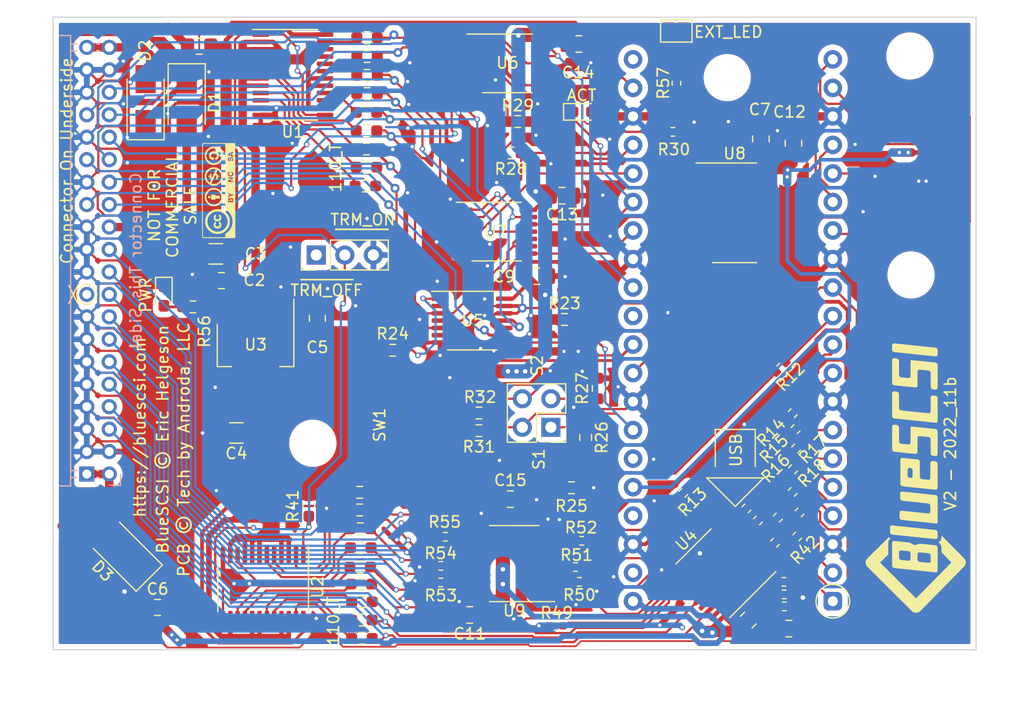
<source format=kicad_pcb>
(kicad_pcb (version 20211014) (generator pcbnew)
  (layers (0 "F.Cu" signal) (31 "B.Cu" signal) (34 "B.Paste" user) (35 "F.Paste" user) (36 "B.SilkS" user "B.Silkscreen") (37 "F.SilkS" user "F.Silkscreen") (38 "B.Mask" user) (39 "F.Mask" user) (44 "Edge.Cuts" user))
  (net 0 "")
  (net 1 "GND")
  (net 2 "+2V8")
  (net 3 "+5V")
  (net 4 "Net-(J4-Pad1)")
  (net 5 "iATN")
  (net 6 "oIO")
  (net 7 "oREQ")
  (net 8 "oSEL")
  (net 9 "oBSY")
  (net 10 "SD_CLK")
  (net 11 "oRST")
  (net 12 "oCD_iSEL")
  (net 13 "ATN")
  (net 14 "BSY")
  (net 15 "DBP")
  (net 16 "ACK")
  (net 17 "RST")
  (net 18 "MSG")
  (net 19 "SEL")
  (net 20 "CD")
  (net 21 "REQ")
  (net 22 "IO")
  (net 23 "DB7")
  (net 24 "DB6")
  (net 25 "DB5")
  (net 26 "DB4")
  (net 27 "DB3")
  (net 28 "DB2")
  (net 29 "DB1")
  (net 30 "DB0")
  (net 31 "+3V3")
  (net 32 "SEL_BUFF")
  (net 33 "BSY_BUFF")
  (net 34 "+5VP")
  (net 35 "oMSG_iBSY")
  (net 36 "+5F")
  (net 37 "SD_CMD_MOSI")
  (net 38 "DB4T")
  (net 39 "DB5T")
  (net 40 "DB6T")
  (net 41 "DB7T")
  (net 42 "DBPT")
  (net 43 "DB0T")
  (net 44 "DB1T")
  (net 45 "DB3T")
  (net 46 "DB2T")
  (net 47 "SD_D0_MISO")
  (net 49 "DBPTr")
  (net 50 "Net-(R11-Pad2)")
  (net 51 "Net-(R43-Pad2)")
  (net 52 "SD_D1")
  (net 53 "SD_D2")
  (net 54 "Net-(R44-Pad2)")
  (net 55 "Net-(R45-Pad2)")
  (net 56 "Net-(R46-Pad1)")
  (net 57 "Net-(R47-Pad1)")
  (net 58 "Net-(R48-Pad1)")
  (net 59 "SD_D3_CS")
  (net 60 "iRST")
  (net 62 "iACK")
  (net 66 "SERIAL_OUT")
  (net 67 "Net-(J4-Pad3)")
  (net 68 "TRM_ON_J")
  (net 69 "Net-(R40-Pad1)")
  (net 70 "Net-(R6-Pad1)")
  (net 71 "Net-(R7-Pad1)")
  (net 72 "Net-(R8-Pad1)")
  (net 73 "Net-(R9-Pad1)")
  (net 74 "Net-(R10-Pad1)")
  (net 75 "Net-(R39-Pad1)")
  (net 76 "Net-(R1-Pad1)")
  (net 77 "Net-(R2-Pad1)")
  (net 78 "Net-(R3-Pad1)")
  (net 79 "Net-(R4-Pad1)")
  (net 80 "Net-(R5-Pad1)")
  (net 81 "Net-(R12-Pad1)")
  (net 82 "Net-(R13-Pad1)")
  (net 83 "Net-(R14-Pad1)")
  (net 84 "Net-(R15-Pad1)")
  (net 85 "Net-(R16-Pad1)")
  (net 86 "Net-(R17-Pad1)")
  (net 87 "Net-(R18-Pad1)")
  (net 88 "Net-(R19-Pad1)")
  (net 89 "Net-(R33-Pad1)")
  (net 90 "Net-(R34-Pad1)")
  (net 91 "Net-(R35-Pad1)")
  (net 92 "Net-(R36-Pad1)")
  (net 93 "Net-(R37-Pad1)")
  (net 94 "Net-(R38-Pad1)")
  (net 95 "Net-(R42-Pad1)")
  (net 96 "Net-(R49-Pad1)")
  (net 97 "Net-(R50-Pad2)")
  (net 98 "Net-(R51-Pad2)")
  (net 99 "Net-(R52-Pad2)")
  (net 100 "Net-(R53-Pad1)")
  (net 101 "Net-(R54-Pad1)")
  (net 102 "Net-(R55-Pad1)")
  (net 104 "+5VD")
  (net 105 "+5VA")
  (net 106 "Net-(D4-Pad2)")
  (net 107 "Net-(D5-Pad2)")
  (net 108 "Net-(R30-Pad1)")
  (net 109 "Net-(JP1-Pad1)")
  (net 114 "Net-(R57-Pad1)")
  (footprint "Capacitor_SMD:C_1206_3216Metric_Pad1.42x1.75mm_HandSolder" (layer "F.Cu") (at 114.554 93.1672 180)
    (fp_text reference "C3")
    (fp_text value "20uF")
  )
  (footprint "Capacitor_SMD:C_1206_3216Metric_Pad1.42x1.75mm_HandSolder" (layer "F.Cu") (at 116.3828 109.1184 180)
    (fp_text reference "C4")
    (fp_text value "20uF")
  )
  (footprint "Package_TO_SOT_SMD:SOT-223-3_TabPin2" (layer "F.Cu") (at 118.09322 101.29692 -90)
    (fp_text reference "U3")
    (fp_text value "AMS1117-2.85")
  )
  (footprint "CustomFootprints:BluePillModule" (layer "F.Cu") (at 161.8488 126.6444 180)
    (fp_text reference "RP1" hide)
    (fp_text value "Pico_Footprint")
  )
  (footprint "Capacitor_SMD:C_0805_2012Metric_Pad1.15x1.40mm_HandSolder" (layer "F.Cu") (at 115.053 95.5548 180)
    (fp_text reference "C2")
    (fp_text value "0.1uF")
  )
  (footprint "Capacitor_SMD:C_0805_2012Metric_Pad1.15x1.40mm_HandSolder" (layer "F.Cu") (at 123.5964 98.9166 90)
    (fp_text reference "C5")
    (fp_text value "0.1uF")
  )
  (footprint "Capacitor_SMD:C_0805_2012Metric_Pad1.15x1.40mm_HandSolder" (layer "F.Cu") (at 109.3724 124.6632)
    (fp_text reference "C6")
    (fp_text value "4.7uF")
  )
  (footprint "Diode_SMD:D_SMA" (layer "F.Cu") (at 111.9632 79.6356 -90)
    (fp_text reference "D1")
    (fp_text value "D")
  )
  (footprint "Connector_PinHeader_2.54mm:PinHeader_1x03_P2.54mm_Vertical" (layer "F.Cu") (at 123.4948 93.2688 90)
    (fp_text reference "J1" hide)
    (fp_text value "Conn_01x03_Male")
  )
  (footprint "Resistor_SMD:R_0402_1005Metric_Pad0.72x0.64mm_HandSolder" (layer "F.Cu") (at 166.303104 118.329296 -135)
    (fp_text reference "R42")
    (fp_text value "1k")
  )
  (footprint "Package_SO:TSSOP-24_4.4x7.8mm_P0.65mm" (layer "F.Cu") (at 118.7704 122.8344 -90)
    (fp_text reference "U2")
    (fp_text value "SN74CBTD3384")
  )
  (footprint "Resistor_SMD:R_0402_1005Metric_Pad0.72x0.64mm_HandSolder" (layer "F.Cu") (at 134.5813 120.9548 180)
    (fp_text reference "R54")
    (fp_text value "1k")
  )
  (footprint "Resistor_SMD:R_0603_1608Metric_Pad0.98x0.95mm_HandSolder" (layer "F.Cu") (at 127.508 122.5804)
    (fp_text reference "R39" hide)
    (fp_text value "R")
  )
  (footprint "Resistor_SMD:R_0402_1005Metric_Pad0.72x0.64mm_HandSolder" (layer "F.Cu") (at 166.201504 110.506096 -135)
    (fp_text reference "R16")
    (fp_text value "1k")
  )
  (footprint "Resistor_SMD:R_0603_1608Metric_Pad0.98x0.95mm_HandSolder" (layer "F.Cu") (at 127.9652 83.82)
    (fp_text reference "R4" hide)
    (fp_text value "R")
  )
  (footprint "Resistor_SMD:R_0402_1005Metric_Pad0.72x0.64mm_HandSolder" (layer "F.Cu") (at 146.9136 122.3772 180)
    (fp_text reference "R50")
    (fp_text value "1k")
  )
  (footprint "Resistor_SMD:R_0603_1608Metric_Pad0.98x0.95mm_HandSolder" (layer "F.Cu") (at 127.4083 117.6528)
    (fp_text reference "R33" hide)
    (fp_text value "R")
  )
  (footprint "Resistor_SMD:R_0603_1608Metric_Pad0.98x0.95mm_HandSolder" (layer "F.Cu") (at 127.5607 127.4064)
    (fp_text reference "R36" hide)
    (fp_text value "R")
  )
  (footprint "MountingHole:MountingHole_3.2mm_M3" (layer "F.Cu") (at 123.19 110.0328)
    (fp_text reference "H1" hide)
    (fp_text value "MountingHole")
  )
  (footprint "Capacitor_SMD:C_0805_2012Metric_Pad1.18x1.45mm_HandSolder" (layer "F.Cu") (at 165.9636 83.312 90)
    (fp_text reference "C12")
    (fp_text value "0.1uF")
  )
  (footprint "Package_SO:TSSOP-24_4.4x7.8mm_P0.65mm" (layer "F.Cu") (at 121.412 77.216)
    (fp_text reference "U1")
    (fp_text value "SN74CBTD3384")
  )
  (footprint "Resistor_SMD:R_0603_1608Metric_Pad0.98x0.95mm_HandSolder" (layer "F.Cu") (at 127.9652 82.1944)
    (fp_text reference "R5" hide)
    (fp_text value "R")
  )
  (footprint "Resistor_SMD:R_0603_1608Metric_Pad0.98x0.95mm_HandSolder" (layer "F.Cu") (at 127.3575 114.4016)
    (fp_text reference "R35" hide)
    (fp_text value "R")
  )
  (footprint "Resistor_SMD:R_0603_1608Metric_Pad0.98x0.95mm_HandSolder" (layer "F.Cu") (at 127.4591 119.3292)
    (fp_text reference "R1" hide)
    (fp_text value "R")
  )
  (footprint "Capacitor_SMD:C_0805_2012Metric_Pad1.18x1.45mm_HandSolder" (layer "F.Cu") (at 161.9504 125.7808 45)
    (fp_text reference "C8" hide)
    (fp_text value "0.1uF")
  )
  (footprint "Resistor_SMD:R_0603_1608Metric_Pad0.98x0.95mm_HandSolder" (layer "F.Cu") (at 127.5588 124.1552)
    (fp_text reference "R38" hide)
    (fp_text value "R")
  )
  (footprint "Resistor_SMD:R_0402_1005Metric_Pad0.72x0.64mm_HandSolder" (layer "F.Cu") (at 165.928896 112.353504 -135)
    (fp_text reference "R17")
    (fp_text value "1k")
  )
  (footprint "Resistor_SMD:R_0603_1608Metric_Pad0.98x0.95mm_HandSolder" (layer "F.Cu") (at 128.0179 78.8924)
    (fp_text reference "R9" hide)
    (fp_text value "R")
  )
  (footprint "Resistor_SMD:R_0402_1005Metric_Pad0.72x0.64mm_HandSolder" (layer "F.Cu") (at 156.1592 114.4524 -135)
    (fp_text reference "R13")
    (fp_text value "1k")
  )
  (footprint "Capacitor_SMD:C_0805_2012Metric_Pad1.18x1.45mm_HandSolder" (layer "F.Cu") (at 163.068 82.9271 90)
    (fp_text reference "C7")
    (fp_text value "4.7uF")
  )
  (footprint "Library:cc_by_nc_sa_front_silk_screen" (layer "F.Cu") (at 114.808 87.5284 90)
    (fp_text reference "G***" hide)
    (fp_text value "LOGO" hide)
  )
  (footprint "Resistor_SMD:R_0603_1608Metric_Pad0.98x0.95mm_HandSolder" (layer "F.Cu") (at 127.4064 121.0564)
    (fp_text reference "R40" hide)
    (fp_text value "R")
  )
  (footprint "Resistor_SMD:R_0402_1005Metric_Pad0.72x0.64mm_HandSolder" (layer "F.Cu") (at 161.781904 115.840096 -135)
    (fp_text reference "R45" hide)
    (fp_text value "1k")
  )
  (footprint "Resistor_SMD:R_0402_1005Metric_Pad0.72x0.64mm_HandSolder" (layer "F.Cu") (at 155.5496 77.9659 90)
    (fp_text reference "R57")
    (fp_text value "470")
  )
  (footprint "Package_SO:TSSOP-20_4.4x6.5mm_P0.65mm" (layer "F.Cu") (at 159.4612 121.6152 -135)
    (fp_text reference "U4")
    (fp_text value "LVT245")
  )
  (footprint "Resistor_SMD:R_0402_1005Metric_Pad0.72x0.64mm_HandSolder" (layer "F.Cu") (at 165.896704 114.366896 -135)
    (fp_text reference "R18")
    (fp_text value "1k")
  )
  (footprint "LED_SMD:LED_0603_1608Metric_Pad1.05x0.95mm_HandSolder" (layer "F.Cu") (at 109.9312 96.915 -90)
    (fp_text reference "D5" hide)
    (fp_text value "LED")
  )
  (footprint "Resistor_SMD:R_0402_1005Metric_Pad0.72x0.64mm_HandSolder" (layer "F.Cu") (at 165.1387 123.4948)
    (fp_text reference "R47" hide)
    (fp_text value "1k")
  )
  (footprint "Capacitor_SMD:C_0805_2012Metric_Pad1.18x1.45mm_HandSolder" (layer "F.Cu") (at 140.7668 115.0112)
    (fp_text reference "C15")
    (fp_text value "4.7uF")
  )
  (footprint "Capacitor_SMD:C_0805_2012Metric_Pad1.18x1.45mm_HandSolder" (layer "F.Cu") (at 146.8628 74.4728 180)
    (fp_text reference "C14")
    (fp_text value "0.1uF")
  )
  (footprint "Resistor_SMD:R_0402_1005Metric_Pad0.72x0.64mm_HandSolder" (layer "F.Cu") (at 134.5813 122.428 180)
    (fp_text reference "R53")
    (fp_text value "1k")
  )
  (footprint "Diode_SMD:D_SMA" (layer "F.Cu") (at 108.3056 79.6036 90)
    (fp_text reference "D2")
    (fp_text value "D")
  )
  (footprint "Resistor_SMD:R_0603_1608Metric_Pad0.98x0.95mm_HandSolder" (layer "F.Cu") (at 137.9747 108.9152 180)
    (fp_text reference "R31")
    (fp_text value "4.7k")
  )
  (footprint "MountingHole:MountingHole_3.2mm_M3" (layer "F.Cu") (at 160.0708 77.47)
    (fp_text reference "H4" hide)
    (fp_text value "MountingHole")
  )
  (footprint "Resistor_SMD:R_0603_1608Metric_Pad0.98x0.95mm_HandSolder" (layer "F.Cu") (at 127.9671 85.4456)
    (fp_text reference "R3" hide)
    (fp_text value "R")
  )
  (footprint "Resistor_SMD:R_0402_1005Metric_Pad0.72x0.64mm_HandSolder" (layer "F.Cu") (at 166.150704 108.778896 -135)
    (fp_text reference "R15")
    (fp_text value "1k")
  )
  (footprint "Resistor_SMD:R_0603_1608Metric_Pad0.98x0.95mm_HandSolder" (layer "F.Cu") (at 137.9747 107.3404 180)
    (fp_text reference "R32")
    (fp_text value "4.7k")
  )
  (footprint "LED_SMD:LED_0603_1608Metric_Pad1.05x0.95mm_HandSolder" (layer "F.Cu") (at 147.1676 80.518)
    (fp_text reference "D4" hide)
    (fp_text value "LED")
  )
  (footprint "Resistor_SMD:R_0603_1608Metric_Pad0.98x0.95mm_HandSolder" (layer "F.Cu") (at 112.522 97.8916 180)
    (fp_text reference "R56")
    (fp_text value "4.7k")
  )
  (footprint "MountingHole:MountingHole_3.2mm_M3" (layer "F.Cu") (at 176.3268 75.5396)
    (fp_text reference "H5" hide)
    (fp_text value "MountingHole")
  )
  (footprint "Diode_SMD:D_SMA" (layer "F.Cu") (at 106.230986 119.642186 135)
    (fp_text reference "D3")
    (fp_text value "D")
  )
  (footprint "Resistor_SMD:R_0603_1608Metric_Pad0.98x0.95mm_HandSolder" (layer "F.Cu") (at 128.016 75.5904)
    (fp_text reference "R7" hide)
    (fp_text value "R")
  )
  (footprint "Resistor_SMD:R_0402_1005Metric_Pad0.72x0.64mm_HandSolder" (layer "F.Cu") (at 164.575904 116.652896 -135)
    (fp_text reference "R43" hide)
    (fp_text value "1k")
  )
  (footprint "Resistor_SMD:R_0402_1005Metric_Pad0.72x0.64mm_HandSolder" (layer "F.Cu") (at 155.2327 82.296 180)
    (fp_text reference "R30")
    (fp_text value "470")
  )
  (footprint "Resistor_SMD:R_0402_1005Metric_Pad0.72x0.64mm_HandSolder" (layer "F.Cu") (at 144.8429 126.2888 180)
    (fp_text reference "R49")
    (fp_text value "1k")
  )
  (footprint "Resistor_SMD:R_0603_1608Metric_Pad0.98x0.95mm_HandSolder" (layer "F.Cu") (at 128.0179 77.2668)
    (fp_text reference "R8" hide)
    (fp_text value "R")
  )
  (footprint "Resistor_SMD:R_0603_1608Metric_Pad0.98x0.95mm_HandSolder" (layer "F.Cu") (at 127.8655 87.122)
    (fp_text reference "R2" hide)
    (fp_text value "R")
  )
  (footprint "Resistor_SMD:R_0603_1608Metric_Pad0.98x0.95mm_HandSolder" (layer "F.Cu") (at 148.59 105.1541 90)
    (fp_text reference "R27")
    (fp_text value "1k")
  )
  (footprint "Library:TF-06_MicroSD" (layer "F.Cu") (at 180.4764 85.0392 -90)
    (fp_text reference "SD2" hide)
    (fp_text value "MicroSD-TF-06")
  )
  (footprint "Resistor_SMD:R_0402_1005Metric_Pad0.72x0.64mm_HandSolder" (layer "F.Cu") (at 134.9877 118.364 180)
    (fp_text reference "R55")
    (fp_text value "1k")
  )
  (footprint "Resistor_SMD:R_0402_1005Metric_Pad0.72x0.64mm_HandSolder" (layer "F.Cu") (at 164.880704 103.292496 -135)
    (fp_text reference "R12")
    (fp_text value "1k")
  )
  (footprint "Resistor_SMD:R_0402_1005Metric_Pad0.72x0.64mm_HandSolder" (layer "F.Cu") (at 146.558 121.0564 180)
    (fp_text reference "R51")
    (fp_text value "1k")
  )
  (footprint "Jumper:SolderJumper-2_P1.3mm_Open_Pad1.0x1.5mm" (layer "F.Cu") (at 155.5392 73.3044 180)
    (fp_text reference "JP1" hide)
    (fp_text value "Jumper_2_Open")
  )
  (footprint "Resistor_SMD:R_0402_1005Metric_Pad0.72x0.64mm_HandSolder" (layer "F.Cu") (at 166.506304 116.195696 -135)
    (fp_text reference "R19" hide)
    (fp_text value "1k")
  )
  (footprint "Capacitor_SMD:C_0805_2012Metric_Pad1.18x1.45mm_HandSolder" (layer "F.Cu") (at 165.5572 126.5428)
    (fp_text reference "C10" hide)
    (fp_text value "4.7uF")
  )
  (footprint "Resistor_SMD:R_0603_1608Metric_Pad0.98x0.95mm_HandSolder" (layer "F.Cu") (at 130.302 101.7524 180)
    (fp_text reference "R24")
    (fp_text value "1k")
  )
  (footprint "Capacitor_SMD:C_0805_2012Metric_Pad1.18x1.45mm_HandSolder" (layer "F.Cu") (at 143.1251 95.1484 180)
    (fp_text reference "C9")
    (fp_text value "0.1uF")
  )
  (footprint "Package_SO:SO-14_3.9x8.65mm_P1.27mm" (layer "F.Cu") (at 160.7312 89.5096)
    (fp_text reference "U8")
    (fp_text value "74HC14")
  )
  (footprint "Resistor_SMD:R_0603_1608Metric_Pad0.98x0.95mm_HandSolder" (layer "F.Cu") (at 127.9671 80.5688)
    (fp_text reference "R10" hide)
    (fp_text value "R")
  )
  (footprint "Resistor_SMD:R_0603_1608Metric_Pad0.98x0.95mm_HandSolder" (layer "F.Cu") (at 127.3556 115.9764)
    (fp_text reference "R34" hide)
    (fp_text value "R")
  )
  (footprint "Resistor_SMD:R_0603_1608Metric_Pad0.98x0.95mm_HandSolder" (layer "F.Cu") (at 147.4724 109.5229 -90)
    (fp_text reference "R26")
    (fp_text value "1k")
  )
  (footprint "Resistor_SMD:R_0603_1608Metric_Pad0.98x0.95mm_HandSolder" (layer "F.Cu") (at 122.8344 115.6208 90)
    (fp_text reference "R41")
    (fp_text value "4.7k")
  )
  (footprint "Package_SO:TSSOP-14_4.4x5mm_P0.65mm" (layer "F.Cu") (at 139.5476 91.186)
    (fp_text reference "U7")
    (fp_text value "LVT125")
  )
  (footprint "Resistor_SMD:R_0603_1608Metric_Pad0.98x0.95mm_HandSolder" (layer "F.Cu") (at 127.5588 125.7808)
    (fp_text reference "R37" hide)
    (fp_text value "R")
  )
  (footprint "Library:TS-1187A-B-A-B" (layer "F.Cu") (at 124.1533 108.458 90)
    (fp_text reference "SW1")
    (fp_text value "SW_MEC_5E" hide)
  )
  (footprint "Fuse:Fuse_0805_2012Metric_Pad1.15x1.40mm_HandSolder" (layer "F.Cu") (at 113.0808 74.676 180)
    (fp_text reference "F2" hide)
    (fp_text value "Polyfuse")
  )
  (footprint "MountingHole:MountingHole_3.2mm_M3" (layer "F.Cu") (at 176.4284 95.0468)
    (fp_text reference "H3" hide)
    (fp_text value "MountingHole")
  )
  (footprint "Connector_PinHeader_2.54mm:PinHeader_2x02_P2.54mm_Vertical" (layer "F.Cu") (at 144.3736 108.6104 180)
    (fp_text reference "J4" hide)
    (fp_text value "SW")
  )
  (footprint "Resistor_SMD:R_0603_1608Metric_Pad0.98x0.95mm_HandSolder" (layer "F.Cu") (at 145.5909 99.0092)
    (fp_text reference "R23")
    (fp_text value "1k")
  )
  (footprint "Resistor_SMD:R_0603_1608Metric_Pad0.98x0.95mm_HandSolder" (layer "F.Cu") (at 146.2043 113.9952)
    (fp_text reference "R25")
    (fp_text value "1k")
  )
  (footprint "Package_SO:TSSOP-14_4.4x5mm_P0.65mm" (layer "F.Cu") (at 137.3632 99.1108)
    (fp_text reference "U5")
    (fp_text value "LVT125")
  )
  (footprint "Resistor_SMD:R_0402_1005Metric_Pad0.72x0.64mm_HandSolder" (layer "F.Cu") (at 165.896704 107.356496 -135)
    (fp_text reference "R14")
    (fp_text value "1k")
  )
  (footprint "Package_SO:TSSOP-20_4.4x6.5mm_P0.65mm" (layer "F.Cu") (at 141.1224 120.7516 180)
    (fp_text reference "U9")
    (fp_text value "LVT245")
  )
  (footprint "Resistor_SMD:R_0402_1005Metric_Pad0.72x0.64mm_HandSolder" (layer "F.Cu") (at 147.1168 118.7196 180)
    (fp_text reference "R52")
    (fp_text value "1k")
  )
  (footprint "Package_SO:TSSOP-14_4.4x5mm_P0.65mm" (layer "F.Cu") (at 140.5128 76.2)
    (fp_text reference "U6")
    (fp_text value "LVT125")
  )
  (footprint "Library:PowerBook_SCSI_40Pin_UpsideDown" (layer "F.Cu") (at 105.0732 112.7768 180)
    (fp_text reference "J2" hide)
    (fp_text value "PB_SCSI_HD_Pins" hide)
  )
  (footprint "Resistor_SMD:R_0603_1608Metric_Pad0.98x0.95mm_HandSolder" (layer "F.Cu") (at 128.016 73.914)
    (fp_text reference "R6" hide)
    (fp_text value "R")
  )
  (footprint "Capacitor_SMD:C_0805_2012Metric_Pad1.18x1.45mm_HandSolder" (layer "F.Cu") (at 137.16 125.3236 180)
    (fp_text reference "C11")
    (fp_text value "0.1uF")
  )
  (footprint "Resistor_SMD:R_0402_1005Metric_Pad0.72x0.64mm_HandSolder" (layer "F.Cu") (at 164.321904 118.888096 -135)
    (fp_text reference "R11" hide)
    (fp_text value "1k")
  )
  (footprint "Capacitor_SMD:C_0805_2012Metric_Pad1.18x1.45mm_HandSolder" (layer "F.Cu") (at 145.3681 87.9856 180)
    (fp_text reference "C13")
    (fp_text value "0.1uF")
  )
  (footprint "Resistor_SMD:R_0603_1608Metric_Pad0.98x0.95mm_HandSolder" (layer "F.Cu") (at 141.4272 81.3816)
    (fp_text reference "R29")
    (fp_text value "1k")
  )
  (footprint "Resistor_SMD:R_0402_1005Metric_Pad0.72x0.64mm_HandSolder" (layer "F.Cu") (at 162.797904 116.906896 -135)
    (fp_text reference "R44" hide)
    (fp_text value "1k")
  )
  (footprint "Resistor_SMD:R_0402_1005Metric_Pad0.72x0.64mm_HandSolder" (layer "F.Cu") (at 165.1508 124.5616)
    (fp_text reference "R46" hide)
    (fp_text value "1k")
  )
  (footprint "Resistor_SMD:R_0603_1608Metric_Pad0.98x0.95mm_HandSolder" (layer "F.Cu") (at 140.8176 84.1756 180)
    (fp_text reference "R28")
    (fp_text value "1k")
  )
  (footprint "Resistor_SMD:R_0402_1005Metric_Pad0.72x0.64mm_HandSolder" (layer "F.Cu") (at 165.1121 122.3772)
    (fp_text reference "R48" hide)
    (fp_text value "1k" hide)
  )
  (gr_poly (pts (xy 175.496218 111.440726) (xy 175.502125 111.429004) (xy 175.508718 111.417926) (xy 175.51597 111.407508) (xy 175.523856 111.397764) (xy 175.532349 111.388711) (xy 175.541424 111.380363) (xy 175.551056 111.372738) (xy 175.561217 111.365849) (xy 175.571883 111.359712) (xy 175.583027 111.354343) (xy 175.594624 111.349758) (xy 175.606648 111.345972) (xy 175.619073 111.343) (xy 175.631873 111.340858) (xy 175.645023 111.339562) (xy 175.658495 111.339126) (xy 175.713849 111.34358) (xy 175.839912 111.355706) (xy 176.22929 111.39557) (xy 176.904507 111.466831) (xy 176.945549 111.471241) (xy 176.978579 111.475121) (xy 176.992521 111.476946) (xy 177.004978 111.478737) (xy 177.016123 111.480529) (xy 177.026127 111.482353) (xy 177.035164 111.484244) (xy 177.043406 111.486234) (xy 177.051026 111.488356) (xy 177.058197 111.490643) (xy 177.06509 111.493129) (xy 177.071879 111.495847) (xy 177.078736 111.498829) (xy 177.085835 111.502108) (xy 177.095008 111.506709) (xy 177.103755 111.51153) (xy 177.112097 111.516593) (xy 177.120054 111.521919) (xy 177.127648 111.527531) (xy 177.134898 111.533449) (xy 177.141826 111.539696) (xy 177.148453 111.546294) (xy 177.154798 111.553264) (xy 177.160883 111.560627) (xy 177.166727 111.568406) (xy 177.172353 111.576622) (xy 177.177781 111.585297) (xy 177.18303 111.594452) (xy 177.188123 111.60411) (xy 177.193079 111.614292) (xy 177.211424 111.653098) (xy 177.214951 112.362181) (xy 177.218479 113.071265) (xy 177.234001 113.104425) (xy 177.235725 113.107983) (xy 177.237708 113.111755) (xy 177.239926 113.115707) (xy 177.242358 113.119804) (xy 177.244979 113.124013) (xy 177.247768 113.1283) (xy 177.250701 113.13263) (xy 177.253757 113.136969) (xy 177.256911 113.141284) (xy 177.260142 113.145539) (xy 177.263427 113.149702) (xy 177.266743 113.153737) (xy 177.270067 113.157611) (xy 177.273377 113.16129) (xy 177.27665 113.164739) (xy 177.279862 113.167925) (xy 177.299768 113.187122) (xy 177.309229 113.195051) (xy 177.31912 113.202045) (xy 177.330006 113.208242) (xy 177.342457 113.213777) (xy 177.357038 113.218784) (xy 177.374318 113.2234) (xy 177.394864 113.227759) (xy 177.419244 113.231997) (xy 177.481772 113.240653) (xy 177.566443 113.250449) (xy 177.677796 113.262469) (xy 177.766434 113.271893) (xy 177.837097 113.279116) (xy 177.892182 113.284323) (xy 177.914633 113.286226) (xy 177.934089 113.287693) (xy 177.950849 113.288747) (xy 177.965213 113.28941) (xy 177.977481 113.289706) (xy 177.987953 113.289656) (xy 177.996929 113.289283) (xy 178.004707 113.288611) (xy 178.011589 113.287662) (xy 178.017873 113.286459) (xy 178.026807 113.284212) (xy 178.035603 113.281454) (xy 178.044237 113.278199) (xy 178.052688 113.274464) (xy 178.060932 113.270267) (xy 178.068946 113.265622) (xy 178.076708 113.260548) (xy 178.084196 113.255061) (xy 178.091385 113.249177) (xy 178.098254 113.242912) (xy 178.10478 113.236284) (xy 178.11094 113.229308) (xy 178.116712 113.222002) (xy 178.122072 113.214381) (xy 178.126998 113.206463) (xy 178.131468 113.198264) (xy 178.149812 113.163693) (xy 178.15334 112.453904) (xy 178.156868 111.74482) (xy 178.17239 111.715892) (xy 178.176376 111.708879) (xy 178.180891 111.701891) (xy 178.185889 111.694969) (xy 178.191319 111.688155) (xy 178.197134 111.681489) (xy 178.203284 111.675014) (xy 178.209722 111.66877) (xy 178.216399 111.662799) (xy 178.223266 111.657142) (xy 178.230275 111.651841) (xy 178.237376 111.646936) (xy 178.244522 111.64247) (xy 178.251664 111.638484) (xy 178.258753 111.635018) (xy 178.265741 111.632114) (xy 178.272579 111.629814) (xy 178.279915 111.627723) (xy 178.28771 111.625948) (xy 178.296075 111.624491) (xy 178.305123 111.623354) (xy 178.325711 111.62205) (xy 178.350367 111.622053) (xy 178.379983 111.623379) (xy 178.415454 111.626044) (xy 178.457672 111.630065) (xy 178.507529 111.635459) (xy 178.542045 111.639484) (xy 178.57093 111.643187) (xy 178.583486 111.644962) (xy 178.594904 111.646708) (xy 178.605274 111.648444) (xy 178.614685 111.650188) (xy 178.623229 111.651956) (xy 178.630994 111.653766) (xy 178.638071 111.655637) (xy 178.64455 111.657585) (xy 178.65052 111.659628) (xy 178.656072 111.661784) (xy 178.661295 111.66407) (xy 178.666279 111.666504) (xy 178.674312 111.670809) (xy 178.682259 111.675509) (xy 178.690098 111.680588) (xy 178.697808 111.686027) (xy 178.70537 111.69181) (xy 178.712763 111.697918) (xy 178.719965 111.704335) (xy 178.726957 111.711041) (xy 178.733717 111.718021) (xy 178.740224 111.725256) (xy 178.746459 111.732729) (xy 178.752401 111.740421) (xy 178.758028 111.748316) (xy 178.76332 111.756397) (xy 178.768257 111.764644) (xy 178.772818 111.773042) (xy 178.791868 111.80832) (xy 178.791868 114.045636) (xy 178.773524 114.080209) (xy 178.769413 114.087819) (xy 178.764777 114.095286) (xy 178.759656 114.102581) (xy 178.754088 114.109676) (xy 178.74811 114.116545) (xy 178.741761 114.123158) (xy 178.73508 114.129488) (xy 178.728103 114.135506) (xy 178.720871 114.141186) (xy 178.71342 114.146499) (xy 178.70579 114.151417) (xy 178.698018 114.155913) (xy 178.690143 114.159957) (xy 178.682202 114.163524) (xy 178.674235 114.166583) (xy 178.666279 114.169109) (xy 178.64261 114.174345) (xy 178.49333 114.162318) (xy 177.024452 114.008948) (xy 176.4043 113.94356) (xy 176.4043 113.123709) (xy 176.410979 113.123577) (xy 176.417108 113.123268) (xy 176.422789 113.12277) (xy 176.428122 113.122073) (xy 176.433209 113.121168) (xy 176.438152 113.120044) (xy 176.443051 113.118691) (xy 176.448008 113.117097) (xy 176.453125 113.115254) (xy 176.458502 113.11315) (xy 176.46424 113.110775) (xy 176.471959 113.107282) (xy 176.479259 113.103663) (xy 176.486169 113.099894) (xy 176.492716 113.095948) (xy 176.498928 113.091799) (xy 176.504833 113.087422) (xy 176.510459 113.08279) (xy 176.515834 113.077879) (xy 176.520985 113.072661) (xy 176.525942 113.067112) (xy 176.530731 113.061205) (xy 176.53538 113.054915) (xy 176.539918 113.048215) (xy 176.544372 113.041081) (xy 176.54877 113.033485) (xy 176.55314 113.025403) (xy 176.569368 112.993653) (xy 176.569368 112.400986) (xy 176.551023 112.362181) (xy 176.542917 112.345931) (xy 176.534192 112.330771) (xy 176.524826 112.316684) (xy 176.514797 112.303653) (xy 176.504082 112.291659) (xy 176.492658 112.280685) (xy 176.480502 112.270713) (xy 176.467591 112.261727) (xy 176.453904 112.253708) (xy 176.439416 112.246639) (xy 176.424106 112.240502) (xy 176.40795 112.23528) (xy 176.390926 112.230954) (xy 176.373011 112.227509) (xy 176.354183 112.224925) (xy 176.334418 112.223186) (xy 176.316344 112.222103) (xy 176.308342 112.22175) (xy 176.300948 112.221532) (xy 176.2941 112.221455) (xy 176.287735 112.221524) (xy 176.281793 112.221747) (xy 176.27621 112.222128) (xy 176.270924 112.222675) (xy 176.265874 112.223393) (xy 176.260998 112.224289) (xy 176.256233 112.225369) (xy 176.251519 112.22664) (xy 176.246791 112.228106) (xy 176.241989 112.229775) (xy 176.237051 112.231653) (xy 176.228826 112.235008) (xy 176.220826 112.238719) (xy 176.213062 112.242778) (xy 176.205544 112.247175) (xy 176.198282 112.251903) (xy 176.191286 112.256954) (xy 176.184568 112.262319) (xy 176.178137 112.267989) (xy 176.172004 112.273958) (xy 176.166178 112.280215) (xy 176.160672 112.286754) (xy 176.155493 112.293566) (xy 176.150654 112.300642) (xy 176.146164 112.307974) (xy 176.142034 112.315555) (xy 176.138273 112.323375) (xy 176.132684 112.335621) (xy 176.128484 112.348445) (xy 176.125474 112.365668) (xy 176.123457 112.391109) (xy 176.122233 112.428589) (xy 176.121605 112.481927) (xy 176.12134 112.651459) (xy 176.12134 112.944264) (xy 176.141801 112.986598) (xy 176.144046 112.991065) (xy 176.146531 112.995709) (xy 176.14923 113.000494) (xy 176.15212 113.005383) (xy 176.155175 113.010338) (xy 176.158371 113.015321) (xy 176.161682 113.020297) (xy 176.165085 113.025227) (xy 176.168553 113.030074) (xy 176.172063 113.034801) (xy 176.175589 113.039372) (xy 176.179107 113.043748) (xy 176.182592 113.047892) (xy 176.18602 113.051768) (xy 176.189364 113.055338) (xy 176.192601 113.058564) (xy 176.201021 113.066316) (xy 176.209392 113.073447) (xy 176.217783 113.079983) (xy 176.226258 113.085948) (xy 176.234887 113.091368) (xy 176.243736 113.096267) (xy 176.252872 113.10067) (xy 176.262363 113.104602) (xy 176.272276 113.108087) (xy 176.282677 113.11115) (xy 176.293634 113.113816) (xy 176.305215 113.116111) (xy 176.317486 113.118058) (xy 176.330514 113.119683) (xy 176.344367 113.12101) (xy 176.359112 113.122064) (xy 176.379951 113.123142) (xy 176.388887 113.123481) (xy 176.39697 113.123674) (xy 176.4043 113.123709) (xy 176.4043 113.94356) (xy 176.28073 113.930531) (xy 176.036108 113.904284) (xy 175.860461 113.884858) (xy 175.741897 113.870889) (xy 175.700306 113.865524) (xy 175.668528 113.861012) (xy 175.645075 113.857183) (xy 175.628463 113.853865) (xy 175.617204 113.850888) (xy 175.609812 113.848081) (xy 175.601173 113.843774) (xy 175.592726 113.839062) (xy 175.584479 113.83395) (xy 175.576442 113.828447) (xy 175.568623 113.822559) (xy 175.561034 113.816294) (xy 175.553682 113.809659) (xy 175.546577 113.802661) (xy 175.539728 113.795307) (xy 175.533145 113.787606) (xy 175.526837 113.779563) (xy 175.520813 113.771186) (xy 175.515082 113.762483) (xy 175.509655 113.75346) (xy 175.504539 113.744126) (xy 175.499745 113.734486) (xy 175.479285 113.692153) (xy 175.479285 111.476709)) (layer "F.SilkS") (width 0.004) (fill solid))
  (gr_poly (pts (xy 174.749035 118.855409) (xy 174.770201 118.820836) (xy 174.775098 118.813515) (xy 174.780502 118.806382) (xy 174.786375 118.799463) (xy 174.79268 118.79278) (xy 174.799377 118.786357) (xy 174.806428 118.780219) (xy 174.813796 118.774389) (xy 174.821442 118.76889) (xy 174.829328 118.763747) (xy 174.837415 118.758983) (xy 174.845666 118.754623) (xy 174.854041 118.750689) (xy 174.862503 118.747206) (xy 174.871014 118.744197) (xy 174.879536 118.741686) (xy 174.888029 118.739697) (xy 174.95652 118.742555) (xy 175.109331 118.75555) (xy 175.558307 118.800375) (xy 176.015749 118.851021) (xy 176.179143 118.871292) (xy 176.262451 118.884336) (xy 176.297423 118.89417) (xy 176.332808 118.905591) (xy 176.368293 118.918468) (xy 176.403562 118.932667) (xy 176.438302 118.948057) (xy 176.472199 118.964505) (xy 176.504939 118.981879) (xy 176.536207 119.000048) (xy 176.568888 119.019924) (xy 176.596311 119.036031) (xy 176.608433 119.042856) (xy 176.619699 119.048962) (xy 176.630263 119.054424) (xy 176.640276 119.059314) (xy 176.649893 119.063709) (xy 176.659266 119.067682) (xy 176.668548 119.071307) (xy 176.677891 119.07466) (xy 176.68745 119.077814) (xy 176.697377 119.080845) (xy 176.718946 119.086831) (xy 176.748731 119.093822) (xy 176.761985 119.096348) (xy 176.77453 119.098175) (xy 176.786654 119.099262) (xy 176.798643 119.099568) (xy 176.810785 119.099054) (xy 176.823368 119.097679) (xy 176.836678 119.095403) (xy 176.851003 119.092185) (xy 176.86663 119.087985) (xy 176.883847 119.082763) (xy 176.902941 119.076479) (xy 176.924199 119.069092) (xy 176.974356 119.050848) (xy 177.024461 119.032724) (xy 177.046546 119.025076) (xy 177.06695 119.018304) (xy 177.085894 119.012359) (xy 177.103601 119.007191) (xy 177.120294 119.002751) (xy 177.136193 118.998989) (xy 177.151523 118.995856) (xy 177.166503 118.993301) (xy 177.181358 118.991275) (xy 177.196309 118.989729) (xy 177.211578 118.988613) (xy 177.227388 118.987877) (xy 177.24396 118.987472) (xy 177.261518 118.987348) (xy 177.49875 119.007809) (xy 177.957107 119.05367) (xy 178.41057 119.101648) (xy 178.633118 119.128459) (xy 178.645107 119.132238) (xy 178.656965 119.136931) (xy 178.668643 119.142492) (xy 178.680092 119.148876) (xy 178.691265 119.156037) (xy 178.702112 119.16393) (xy 178.712585 119.172509) (xy 178.722635 119.181728) (xy 178.732214 119.191543) (xy 178.741273 119.201908) (xy 178.749764 119.212777) (xy 178.757637 119.224106) (xy 178.764845 119.235847) (xy 178.771339 119.247957) (xy 178.77707 119.260389) (xy 178.78199 119.273097) (xy 178.786412 119.288818) (xy 178.789718 119.315254) (xy 178.793544 119.44737) (xy 178.793985 120.358242) (xy 178.791868 121.403876) (xy 178.776345 121.432803) (xy 178.772773 121.439188) (xy 178.768702 121.445615) (xy 178.764177 121.452044) (xy 178.759247 121.458435) (xy 178.753957 121.464747) (xy 178.748354 121.47094) (xy 178.742484 121.476975) (xy 178.736394 121.48281) (xy 178.73013 121.488405) (xy 178.723739 121.493719) (xy 178.717268 121.498714) (xy 178.710762 121.503348) (xy 178.704269 121.507581) (xy 178.697835 121.511372) (xy 178.691506 121.514682) (xy 178.685329 121.51747) (xy 178.682623 121.518511) (xy 178.679554 121.519515) (xy 178.676156 121.520477) (xy 178.672464 121.521394) (xy 178.664332 121.523076) (xy 178.655431 121.524525) (xy 178.646034 121.525711) (xy 178.636414 121.526598) (xy 178.626843 121.527155) (xy 178.617595 121.527348) (xy 178.047771 121.470639) (xy 178.005174 121.466186) (xy 178.005174 120.687737) (xy 178.01463 120.687561) (xy 178.023705 120.687026) (xy 178.032434 120.686118) (xy 178.040848 120.684826) (xy 178.048981 120.683137) (xy 178.056866 120.681039) (xy 178.064536 120.67852) (xy 178.072025 120.675566) (xy 178.079364 120.672165) (xy 178.086588 120.668306) (xy 178.093729 120.663976) (xy 178.10082 120.659162) (xy 178.107895 120.653851) (xy 178.114986 120.648033) (xy 178.122127 120.641693) (xy 178.129351 120.63482) (xy 178.146842 120.616675) (xy 178.153931 120.608073) (xy 178.16001 120.599068) (xy 178.16515 120.589125) (xy 178.169423 120.577707) (xy 178.1729 120.564278) (xy 178.175653 120.548301) (xy 178.177753 120.52924) (xy 178.17927 120.506559) (xy 178.180846 120.448189) (xy 178.180949 120.368901) (xy 178.180151 120.264403) (xy 178.178034 119.992764) (xy 178.156868 119.95537) (xy 178.151699 119.946297) (xy 178.146012 119.93736) (xy 178.139849 119.928595) (xy 178.133254 119.920037) (xy 178.12627 119.911723) (xy 178.118942 119.903689) (xy 178.111311 119.895972) (xy 178.103422 119.888607) (xy 178.095318 119.88163) (xy 178.087043 119.875079) (xy 178.078639 119.868988) (xy 178.070151 119.863394) (xy 178.061621 119.858334) (xy 178.053093 119.853843) (xy 178.044611 119.849958) (xy 178.036218 119.846714) (xy 177.988083 119.837964) (xy 177.887544 119.824599) (xy 177.598773 119.791504) (xy 177.308944 119.762378) (xy 177.207083 119.753975) (xy 177.157096 119.75217) (xy 177.145481 119.753838) (xy 177.134194 119.756191) (xy 177.123248 119.759217) (xy 177.112656 119.762907) (xy 177.102433 119.767251) (xy 177.092591 119.772237) (xy 177.083144 119.777855) (xy 177.074104 119.784096) (xy 177.065487 119.790949) (xy 177.057305 119.798403) (xy 177.049571 119.806448) (xy 177.042299 119.815075) (xy 177.035503 119.824271) (xy 177.029196 119.834028) (xy 177.02339 119.844335) (xy 177.018101 119.855181) (xy 177.013413 119.866336) (xy 177.009833 119.879071) (xy 177.007212 119.896419) (xy 177.005401 119.921415) (xy 177.004252 119.957094) (xy 177.003615 120.006489) (xy 177.003285 120.15857) (xy 177.003285 120.430209) (xy 177.023745 120.473248) (xy 177.028524 120.482996) (xy 177.033596 120.492394) (xy 177.038957 120.501441) (xy 177.044603 120.510135) (xy 177.050531 120.518473) (xy 177.056736 120.526454) (xy 177.063213 120.534075) (xy 177.069959 120.541334) (xy 177.07697 120.548229) (xy 177.084241 120.554759) (xy 177.091769 120.56092) (xy 177.099549 120.566712) (xy 177.107576 120.572131) (xy 177.115848 120.577176) (xy 177.124359 120.581846) (xy 177.133106 120.586136) (xy 177.146639 120.591201) (xy 177.165562 120.596091) (xy 177.193084 120.60123) (xy 177.232414 120.607039) (xy 177.359325 120.622352) (xy 177.571962 120.645403) (xy 177.731131 120.661841) (xy 177.865826 120.675301) (xy 177.961892 120.684396) (xy 177.991016 120.686873) (xy 178.005174 120.687737) (xy 178.005174 121.466186) (xy 176.740818 121.334026) (xy 176.20389 121.277477) (xy 176.20389 120.497942) (xy 176.215264 120.497882) (xy 176.226122 120.497429) (xy 176.236494 120.496572) (xy 176.246411 120.495296) (xy 176.255902 120.493591) (xy 176.264996 120.491443) (xy 176.273725 120.488841) (xy 176.282119 120.485771) (xy 176.290206 120.482222) (xy 176.298017 120.478181) (xy 176.305582 120.473636) (xy 176.312931 120.468573) (xy 176.320095 120.462982) (xy 176.327102 120.456849) (xy 176.333983 120.450162) (xy 176.340768 120.442909) (xy 176.357066 120.424231) (xy 176.363652 120.415391) (xy 176.369288 120.406198) (xy 176.374043 120.396136) (xy 176.377987 120.384692) (xy 176.381189 120.37135) (xy 176.383718 120.355596) (xy 176.385644 120.336915) (xy 176.387035 120.314792) (xy 176.388492 120.258163) (xy 176.388642 120.181591) (xy 176.38804 120.080959) (xy 176.385923 119.80932) (xy 176.360523 119.763459) (xy 176.354763 119.753564) (xy 176.348607 119.744001) (xy 176.342073 119.734785) (xy 176.335179 119.725932) (xy 176.327941 119.71746) (xy 176.320377 119.709385) (xy 176.312505 119.701723) (xy 176.304344 119.694491) (xy 176.295909 119.687705) (xy 176.287219 119.681383) (xy 176.278291 119.67554) (xy 176.269143 119.670193) (xy 176.259792 119.665359) (xy 176.250257 119.661054) (xy 176.240554 119.657295) (xy 176.230701 119.654098) (xy 176.192186 119.647471) (xy 176.115067 119.637462) (xy 175.894592 119.612558) (xy 175.668429 119.589903) (xy 175.584199 119.582706) (xy 175.535729 119.580015) (xy 175.529632 119.580073) (xy 175.523763 119.58025) (xy 175.518104 119.580549) (xy 175.512633 119.580974) (xy 175.507332 119.581526) (xy 175.502181 119.58221) (xy 175.497159 119.583028) (xy 175.492249 119.583983) (xy 175.487429 119.585079) (xy 175.482681 119.586319) (xy 175.477985 119.587706) (xy 175.47332 119.589242) (xy 175.468668 119.590931) (xy 175.464009 119.592776) (xy 175.459323 119.594781) (xy 175.45459 119.596948) (xy 175.44692 119.600657) (xy 175.439761 119.6044) (xy 175.43308 119.608209) (xy 175.426842 119.612117) (xy 175.421013 119.616158) (xy 175.41556 119.620363) (xy 175.410448 119.624768) (xy 175.405642 119.629403) (xy 175.40111 119.634304) (xy 175.396816 119.639501) (xy 175.392727 119.64503) (xy 175.388808 119.650923) (xy 175.385026 119.657212) (xy 175.381346 119.663931) (xy 175.377734 119.671114) (xy 175.374157 119.678792) (xy 175.369469 119.689954) (xy 175.365888 119.702737) (xy 175.363267 119.720216) (xy 175.361457 119.745467) (xy 175.360307 119.781566) (xy 175.359671 119.831589) (xy 175.35934 119.985709) (xy 175.35934 120.260876) (xy 175.377684 120.299681) (xy 175.381966 120.308692) (xy 175.3866 120.317463) (xy 175.391578 120.325986) (xy 175.396889 120.334253) (xy 175.402522 120.342256) (xy 175.408467 120.349985) (xy 175.414714 120.357433) (xy 175.421253 120.364592) (xy 175.428072 120.371453) (xy 175.435163 120.378009) (xy 175.442513 120.38425) (xy 175.450114 120.390169) (xy 175.457955 120.395756) (xy 175.466025 120.401005) (xy 175.474314 120.405907) (xy 175.482812 120.410453) (xy 175.495366 120.416285) (xy 175.510748 120.421389) (xy 175.53205 120.426229) (xy 175.562364 120.431267) (xy 175.604782 120.436967) (xy 175.662398 120.443791) (xy 175.83559 120.462664) (xy 175.962689 120.476114) (xy 176.074509 120.487182) (xy 176.158944 120.494811) (xy 176.18711 120.497005) (xy 176.20389 120.497942) (xy 176.20389 121.277477) (xy 176.148056 121.271596) (xy 175.698657 121.224058) (xy 175.372207 121.189104) (xy 175.248708 121.175625) (xy 175.148291 121.164428) (xy 175.068404 121.155222) (xy 175.006495 121.147722) (xy 174.960012 121.141637) (xy 174.941759 121.139035) (xy 174.926405 121.136679) (xy 174.913631 121.134533) (xy 174.90312 121.132561) (xy 174.894551 121.130727) (xy 174.887606 121.128994) (xy 174.881966 121.127327) (xy 174.877311 121.125689) (xy 174.873324 121.124045) (xy 174.869684 121.122359) (xy 174.860875 121.117717) (xy 174.852194 121.112546) (xy 174.84367 121.106876) (xy 174.835333 121.10074) (xy 174.82721 121.09417) (xy 174.819331 121.087198) (xy 174.811725 121.079856) (xy 174.804421 121.072176) (xy 174.797447 121.06419) (xy 174.790833 121.05593) (xy 174.784608 121.047429) (xy 174.7788 121.038717) (xy 174.773439 121.029828) (xy 174.768553 121.020793) (xy 174.764172 121.011644) (xy 174.760323 121.002414) (xy 174.755668 120.987926) (xy 174.752187 120.962837) (xy 174.748152 120.832375) (xy 174.747623 119.91092)) (layer "F.SilkS") (width 0.004) (fill solid))
  (gr_poly (pts (xy 174.74586 106.055925) (xy 174.7464 105.871235) (xy 174.747271 105.734897) (xy 174.748538 105.639702) (xy 174.750269 105.57844) (xy 174.751329 105.558281) (xy 174.752529 105.543901) (xy 174.753878 105.5344) (xy 174.755384 105.528876) (xy 174.761395 105.515788) (xy 174.768046 105.503514) (xy 174.775334 105.492059) (xy 174.783254 105.481427) (xy 174.791803 105.471622) (xy 174.800975 105.462647) (xy 174.810769 105.454508) (xy 174.821178 105.447207) (xy 174.832198 105.440751) (xy 174.843827 105.435141) (xy 174.856059 105.430383) (xy 174.868891 105.426482) (xy 174.882318 105.423439) (xy 174.896336 105.421261) (xy 174.910941 105.419952) (xy 174.926129 105.419514) (xy 174.956973 105.420388) (xy 174.994689 105.422799) (xy 175.036423 105.426435) (xy 175.079323 105.430979) (xy 175.120536 105.436119) (xy 175.157209 105.44154) (xy 175.186491 105.446928) (xy 175.197469 105.449512) (xy 175.205529 105.451969) (xy 175.216538 105.456148) (xy 175.227324 105.460996) (xy 175.237862 105.466483) (xy 175.248127 105.472585) (xy 175.258094 105.479274) (xy 175.267739 105.486523) (xy 175.277037 105.494305) (xy 175.285962 105.502593) (xy 175.294491 105.511361) (xy 175.302598 105.520582) (xy 175.310258 105.530229) (xy 175.317448 105.540274) (xy 175.324141 105.550692) (xy 175.330313 105.561455) (xy 175.335939 105.572536) (xy 175.340995 105.583909) (xy 175.345893 105.597524) (xy 175.349617 105.616232) (xy 175.352381 105.648103) (xy 175.354401 105.701207) (xy 175.357069 105.903393) (xy 175.35934 106.287347) (xy 175.362868 106.954098) (xy 175.379096 106.987258) (xy 175.383895 106.996185) (xy 175.389508 107.005193) (xy 175.395857 107.014216) (xy 175.402864 107.023186) (xy 175.410449 107.032037) (xy 175.418535 107.0407) (xy 175.427042 107.049109) (xy 175.435893 107.057196) (xy 175.445008 107.064895) (xy 175.454309 107.072139) (xy 175.463717 107.078859) (xy 175.473155 107.084989) (xy 175.482543 107.090462) (xy 175.491803 107.09521) (xy 175.500856 107.099167) (xy 175.509623 107.102264) (xy 175.907149 107.148666) (xy 176.747785 107.239054) (xy 178.008701 107.366848) (xy 178.017963 107.366658) (xy 178.02697 107.366085) (xy 178.035731 107.365127) (xy 178.044255 107.363783) (xy 178.052551 107.362051) (xy 178.06063 107.359927) (xy 178.068499 107.357411) (xy 178.07617 107.354501) (xy 178.08365 107.351193) (xy 178.090949 107.347486) (xy 178.098077 107.343379) (xy 178.105042 107.338868) (xy 178.111855 107.333952) (xy 178.118524 107.328629) (xy 178.125058 107.322897) (xy 178.131468 107.316753) (xy 178.147626 107.301243) (xy 178.154068 107.293615) (xy 178.159535 107.284353) (xy 178.164119 107.272168) (xy 178.167906 107.255771) (xy 178.173448 107.205187) (xy 178.176874 107.122291) (xy 178.178894 106.996773) (xy 178.181562 106.576626) (xy 178.18509 105.909875) (xy 178.20414 105.873187) (xy 178.210379 105.862366) (xy 178.217176 105.852139) (xy 178.224511 105.842519) (xy 178.232362 105.833521) (xy 178.24071 105.82516) (xy 178.249532 105.817451) (xy 178.25881 105.810406) (xy 178.268522 105.804042) (xy 178.278647 105.798373) (xy 178.289165 105.793412) (xy 178.300055 105.789175) (xy 178.311296 105.785676) (xy 178.322868 105.782929) (xy 178.33475 105.780949) (xy 178.346922 105.779751) (xy 178.359362 105.779348) (xy 178.388072 105.780281) (xy 178.425001 105.782843) (xy 178.46699 105.786678) (xy 178.51088 105.79143) (xy 178.553514 105.796745) (xy 178.591733 105.802267) (xy 178.622377 105.80764) (xy 178.633873 105.810159) (xy 178.64229 105.812508) (xy 178.651638 105.815713) (xy 178.660881 105.819492) (xy 178.669999 105.823826) (xy 178.678968 105.828692) (xy 178.687768 105.834071) (xy 178.696377 105.839942) (xy 178.704773 105.846285) (xy 178.712934 105.853078) (xy 178.720839 105.860301) (xy 178.728466 105.867933) (xy 178.735793 105.875954) (xy 178.742799 105.884342) (xy 178.749461 105.893078) (xy 178.755759 105.902141) (xy 178.761671 105.911509) (xy 178.767174 105.921163) (xy 178.791868 105.96632) (xy 178.793985 107.013364) (xy 178.794705 107.395609) (xy 178.794892 107.548199) (xy 178.794856 107.677766) (xy 178.794518 107.786312) (xy 178.793799 107.875836) (xy 178.793271 107.914089) (xy 178.792618 107.948337) (xy 178.791831 107.97883) (xy 178.790898 108.005816) (xy 178.78981 108.029548) (xy 178.788557 108.050273) (xy 178.787129 108.068243) (xy 178.785517 108.083707) (xy 178.783709 108.096916) (xy 178.781697 108.108118) (xy 178.780611 108.113046) (xy 178.77947 108.117566) (xy 178.778273 108.121709) (xy 178.777018 108.125507) (xy 178.775705 108.128991) (xy 178.774332 108.132193) (xy 178.772898 108.135143) (xy 178.771401 108.137872) (xy 178.768216 108.142797) (xy 178.764766 108.147215) (xy 178.761042 108.151378) (xy 178.757033 108.155534) (xy 178.748123 108.16483) (xy 178.742358 108.171074) (xy 178.736694 108.176848) (xy 178.731117 108.182161) (xy 178.725612 108.187023) (xy 178.720165 108.191441) (xy 178.714761 108.195427) (xy 178.709386 108.198989) (xy 178.704026 108.202137) (xy 178.698666 108.20488) (xy 178.693291 108.207226) (xy 178.687887 108.209186) (xy 178.68244 108.210769) (xy 178.676936 108.211984) (xy 178.671358 108.21284) (xy 178.665694 108.213347) (xy 178.659929 108.213514) (xy 174.921896 107.821224) (xy 174.915286 107.819954) (xy 174.908693 107.818397) (xy 174.895583 107.814449) (xy 174.882627 107.809432) (xy 174.869883 107.803398) (xy 174.857412 107.796402) (xy 174.845274 107.788495) (xy 174.833529 107.77973) (xy 174.822236 107.77016) (xy 174.811456 107.759838) (xy 174.801248 107.748816) (xy 174.791673 107.737147) (xy 174.782791 107.724883) (xy 174.774661 107.712078) (xy 174.767343 107.698784) (xy 174.760898 107.685054) (xy 174.755384 107.670941) (xy 174.752761 107.653337) (xy 174.750666 107.612524) (xy 174.7478 107.441195) (xy 174.745507 106.599203)) (layer "F.SilkS") (width 0.004) (fill solid))
  (gr_poly (pts (xy 175.408893 116.34936) (xy 175.409171 116.313596) (xy 175.409644 116.282347) (xy 175.410361 116.255202) (xy 175.411371 116.231755) (xy 175.412 116.22129) (xy 175.412721 116.211596) (xy 175.41354 116.202622) (xy 175.414462 116.194317) (xy 175.415493 116.186631) (xy 175.41664 116.179511) (xy 175.417909 116.172908) (xy 175.419305 116.166769) (xy 175.420836 116.161044) (xy 175.422506 116.155683) (xy 175.424322 116.150633) (xy 175.426291 116.145843) (xy 175.428417 116.141264) (xy 175.430708 116.136844) (xy 175.433169 116.132531) (xy 175.435806 116.128275) (xy 175.438626 116.124024) (xy 175.441634 116.119729) (xy 175.44824 116.110797) (xy 175.453261 116.104674) (xy 175.458771 116.098752) (xy 175.464732 116.093051) (xy 175.471104 116.087591) (xy 175.477849 116.082392) (xy 175.484926 116.077473) (xy 175.492297 116.072853) (xy 175.499922 116.068553) (xy 175.507762 116.064591) (xy 175.515778 116.060989) (xy 175.52393 116.057764) (xy 175.532179 116.054938) (xy 175.540486 116.052529) (xy 175.548812 116.050557) (xy 175.557117 116.049042) (xy 175.565362 116.048003) (xy 175.661946 116.05475) (xy 175.906763 116.078166) (xy 176.781034 116.168653) (xy 177.263657 116.219068) (xy 177.643223 116.257642) (xy 177.895261 116.28206) (xy 177.965808 116.288238) (xy 177.995296 116.290008) (xy 178.006663 116.288504) (xy 178.017738 116.286376) (xy 178.028512 116.283627) (xy 178.038974 116.280263) (xy 178.049113 116.276287) (xy 178.05892 116.271703) (xy 178.068383 116.266515) (xy 178.077493 116.260728) (xy 178.086239 116.254346) (xy 178.094611 116.247372) (xy 178.102598 116.239811) (xy 178.110191 116.231668) (xy 178.117378 116.222946) (xy 178.12415 116.213649) (xy 178.130496 116.203781) (xy 178.136407 116.193348) (xy 178.140633 116.184276) (xy 178.143892 116.172104) (xy 178.146341 116.153995) (xy 178.148137 116.127114) (xy 178.149436 116.088624) (xy 178.150397 116.035689) (xy 178.151929 115.875142) (xy 178.15257 115.780961) (xy 178.152822 115.708807) (xy 178.152764 115.679895) (xy 178.152561 115.655174) (xy 178.1522 115.634207) (xy 178.151664 115.616556) (xy 178.150938 115.601782) (xy 178.150007 115.589447) (xy 178.149459 115.584057) (xy 178.148854 115.579113) (xy 178.148189 115.57456) (xy 178.147464 115.570342) (xy 178.146676 115.566405) (xy 178.145822 115.562695) (xy 178.143913 115.555735) (xy 178.14172 115.549022) (xy 178.139229 115.54212) (xy 178.135317 115.532446) (xy 178.130754 115.522771) (xy 178.125583 115.513143) (xy 178.119848 115.503612) (xy 178.113592 115.494225) (xy 178.106859 115.485032) (xy 178.099691 115.47608) (xy 178.092133 115.467419) (xy 178.084228 115.459097) (xy 178.076018 115.451162) (xy 178.067549 115.443664) (xy 178.058862 115.43665) (xy 178.050001 115.43017) (xy 178.041011 115.424271) (xy 178.031933 115.419003) (xy 178.022812 115.414414) (xy 178.006086 115.408233) (xy 177.97446 115.401483) (xy 177.819083 115.380812) (xy 176.807846 115.272598) (xy 176.17375 115.205415) (xy 175.964809 115.182779) (xy 175.814423 115.165882) (xy 175.758021 115.159218) (xy 175.712457 115.153549) (xy 175.676463 115.148726) (xy 175.648772 115.144605) (xy 175.628118 115.141038) (xy 175.613233 115.137878) (xy 175.602849 115.134978) (xy 175.595701 115.132192) (xy 175.586946 115.127886) (xy 175.578412 115.123174) (xy 175.570106 115.118066) (xy 175.562033 115.112569) (xy 175.5542 115.106692) (xy 175.546613 115.100442) (xy 175.539278 115.093829) (xy 175.532201 115.08686) (xy 175.525389 115.079544) (xy 175.518848 115.071889) (xy 175.512584 115.063904) (xy 175.506603 115.055595) (xy 175.500911 115.046973) (xy 175.495515 115.038044) (xy 175.490421 115.028818) (xy 175.485634 115.019303) (xy 175.465174 114.976265) (xy 175.465174 114.725792) (xy 175.465207 114.643654) (xy 175.465285 114.610216) (xy 175.465438 114.581319) (xy 175.46569 114.556551) (xy 175.466067 114.535503) (xy 175.466592 114.517764) (xy 175.466918 114.510008) (xy 175.46729 114.502925) (xy 175.467712 114.496464) (xy 175.468187 114.490574) (xy 175.468718 114.485204) (xy 175.469308 114.480302) (xy 175.469959 114.475817) (xy 175.470676 114.471697) (xy 175.471461 114.467892) (xy 175.472317 114.464351) (xy 175.473248 114.461021) (xy 175.474256 114.457852) (xy 175.475345 114.454792) (xy 175.476517 114.45179) (xy 175.479126 114.445755) (xy 175.482107 114.439337) (xy 175.488014 114.427732) (xy 175.494603 114.41674) (xy 175.501845 114.406381) (xy 175.509712 114.396673) (xy 175.518173 114.387635) (xy 175.527202 114.379285) (xy 175.536767 114.371642) (xy 175.546841 114.364725) (xy 175.557395 114.358551) (xy 175.568399 114.353141) (xy 175.579825 114.348511) (xy 175.591644 114.344682) (xy 175.603827 114.341671) (xy 175.616344 114.339498) (xy 175.629167 114.33818) (xy 175.642268 114.337737) (xy 177.15004 114.492959) (xy 177.972519 114.579808) (xy 178.23532 114.608028) (xy 178.336172 114.619096) (xy 178.419158 114.628426) (xy 178.486154 114.636234) (xy 178.539034 114.642738) (xy 178.579672 114.648155) (xy 178.609945 114.652701) (xy 178.631726 114.656595) (xy 178.640018 114.658364) (xy 178.64689 114.660052) (xy 178.652577 114.661685) (xy 178.657312 114.66329) (xy 178.664868 114.666526) (xy 178.673872 114.671115) (xy 178.682864 114.676381) (xy 178.691795 114.682276) (xy 178.70062 114.68875) (xy 178.709292 114.695754) (xy 178.717764 114.703236) (xy 178.72599 114.711149) (xy 178.733924 114.719442) (xy 178.741519 114.728066) (xy 178.748728 114.736971) (xy 178.755506 114.746107) (xy 178.761805 114.755425) (xy 178.767578 114.764876) (xy 178.772781 114.774409) (xy 178.777365 114.783976) (xy 178.781284 114.793525) (xy 178.785938 114.808845) (xy 178.789409 114.834326) (xy 178.793367 114.970708) (xy 178.793278 115.969686) (xy 178.792554 116.35971) (xy 178.792172 116.517206) (xy 178.791713 116.652135) (xy 178.791131 116.766327) (xy 178.790778 116.816219) (xy 178.790377 116.861613) (xy 178.78992 116.90274) (xy 178.789404 116.939826) (xy 178.78882 116.973102) (xy 178.788164 117.002796) (xy 178.787429 117.029138) (xy 178.78661 117.052355) (xy 178.7857 117.072678) (xy 178.784694 117.090335) (xy 178.783585 117.105554) (xy 178.782369 117.118566) (xy 178.781718 117.124315) (xy 178.781038 117.129598) (xy 178.780328 117.134444) (xy 178.779587 117.13888) (xy 178.778814 117.142936) (xy 178.77801 117.146641) (xy 178.777172 117.150022) (xy 178.776301 117.153109) (xy 178.775395 117.15593) (xy 178.774454 117.158514) (xy 178.773476 117.160889) (xy 178.772462 117.163084) (xy 178.771411 117.165128) (xy 178.770322 117.167049) (xy 178.768025 117.170636) (xy 178.765566 117.174076) (xy 178.76294 117.177598) (xy 178.75577 117.181639) (xy 178.729658 117.182548) (xy 178.548539 117.167984) (xy 177.166268 117.024492) (xy 176.341121 116.937113) (xy 176.06107 116.906992) (xy 175.85464 116.884263) (xy 175.710784 116.867685) (xy 175.618455 116.856019) (xy 175.588162 116.85164) (xy 175.566608 116.848023) (xy 175.552413 116.845015) (xy 175.544196 116.842459) (xy 175.535315 116.838258) (xy 175.526429 116.833361) (xy 175.517582 116.827815) (xy 175.508819 116.821667) (xy 175.500184 116.814965) (xy 175.491721 116.807757) (xy 175.483476 116.80009) (xy 175.475492 116.792011) (xy 175.467814 116.783569) (xy 175.460487 116.774811) (xy 175.453554 116.765784) (xy 175.447061 116.756535) (xy 175.441051 116.747113) (xy 175.435569 116.737565) (xy 175.43066 116.727939) (xy 175.426368 116.718281) (xy 175.420748 116.703984) (xy 175.416468 116.690158) (xy 175.413345 116.673571) (xy 175.411198 116.650989) (xy 175.409845 116.619179) (xy 175.409104 116.57491) (xy 175.408729 116.436059)) (layer "F.SilkS") (width 0.004) (fill solid))
  (gr_poly (pts (xy 174.76244 102.565543) (xy 174.766229 102.557793) (xy 174.770196 102.550411) (xy 174.774352 102.543381) (xy 174.778712 102.536692) (xy 174.783286 102.530329) (xy 174.788088 102.52428) (xy 174.79313 102.51853) (xy 174.798423 102.513067) (xy 174.803982 102.507876) (xy 174.809817 102.502945) (xy 174.815942 102.49826) (xy 174.822368 102.493807) (xy 174.829109 102.489573) (xy 174.836176 102.485545) (xy 174.843583 102.48171) (xy 174.85134 102.478053) (xy 174.858744 102.474828) (xy 174.866252 102.472031) (xy 174.874035 102.46966) (xy 174.882263 102.467712) (xy 174.891108 102.466186) (xy 174.900739 102.46508) (xy 174.911327 102.464391) (xy 174.923042 102.464118) (xy 174.936056 102.464258) (xy 174.950538 102.46481) (xy 174.984591 102.467139) (xy 175.026564 102.471088) (xy 175.077823 102.476642) (xy 175.100857 102.479365) (xy 175.121666 102.48202) (xy 175.140438 102.484674) (xy 175.157364 102.487391) (xy 175.172632 102.490235) (xy 175.186431 102.493273) (xy 175.19895 102.49657) (xy 175.204789 102.498335) (xy 175.21038 102.50019) (xy 175.215744 102.502141) (xy 175.220908 102.504198) (xy 175.225893 102.506369) (xy 175.230724 102.50866) (xy 175.235424 102.511082) (xy 175.240017 102.513641) (xy 175.244526 102.516347) (xy 175.248976 102.519206) (xy 175.25779 102.52542) (xy 175.266649 102.532348) (xy 175.275742 102.540055) (xy 175.285257 102.548607) (xy 175.288478 102.551687) (xy 175.291779 102.555086) (xy 175.29514 102.558777) (xy 175.298541 102.562731) (xy 175.301963 102.56692) (xy 175.305386 102.571317) (xy 175.30879 102.575894) (xy 175.312156 102.580623) (xy 175.315464 102.585476) (xy 175.318695 102.590425) (xy 175.321828 102.595442) (xy 175.324845 102.6005) (xy 175.327725 102.60557) (xy 175.330449 102.610624) (xy 175.332998 102.615635) (xy 175.335351 102.620575) (xy 175.355812 102.66432) (xy 175.35934 103.334598) (xy 175.36056 103.546629) (xy 175.361688 103.708993) (xy 175.362273 103.773723) (xy 175.3629 103.828644) (xy 175.36359 103.874625) (xy 175.364367 103.912535) (xy 175.365251 103.943243) (xy 175.366265 103.967619) (xy 175.366826 103.977704) (xy 175.367429 103.986532) (xy 175.368074 103.994211) (xy 175.368766 104.00085) (xy 175.369506 104.006559) (xy 175.370297 104.011444) (xy 175.371142 104.015616) (xy 175.372044 104.019183) (xy 175.373005 104.022253) (xy 175.374029 104.024934) (xy 175.375117 104.027337) (xy 175.376273 104.029569) (xy 175.381268 104.038656) (xy 175.386462 104.047398) (xy 175.39186 104.055797) (xy 175.397462 104.063855) (xy 175.403271 104.071574) (xy 175.409288 104.078956) (xy 175.415517 104.086003) (xy 175.421958 104.092717) (xy 175.428614 104.0991) (xy 175.435488 104.105155) (xy 175.44258 104.110883) (xy 175.449894 104.116287) (xy 175.457431 104.121367) (xy 175.465193 104.126128) (xy 175.473182 104.13057) (xy 175.481401 104.134696) (xy 175.496531 104.141812) (xy 175.512876 104.147705) (xy 175.534496 104.153002) (xy 175.56545 104.158332) (xy 175.6098 104.164324) (xy 175.671604 104.171606) (xy 175.863813 104.192552) (xy 176.001704 104.206443) (xy 176.116049 104.216894) (xy 176.161496 104.220582) (xy 176.197584 104.223112) (xy 176.223155 104.224386) (xy 176.231635 104.22452) (xy 176.237051 104.224303) (xy 176.244799 104.223249) (xy 176.252667 104.221691) (xy 176.260609 104.219657) (xy 176.268581 104.21717) (xy 176.276535 104.214258) (xy 176.284428 104.210945) (xy 176.292213 104.207259) (xy 176.299846 104.203224) (xy 176.307279 104.198867) (xy 176.314469 104.194213) (xy 176.32137 104.189288) (xy 176.327935 104.184119) (xy 176.334121 104.17873) (xy 176.33988 104.173148) (xy 176.345168 104.167399) (xy 176.34994 104.161507) (xy 176.363387 104.143645) (xy 176.368782 104.134461) (xy 176.373378 104.123385) (xy 176.377237 104.109127) (xy 176.380425 104.090393) (xy 176.385041 104.034332) (xy 176.38774 103.944867) (xy 176.389032 103.811663) (xy 176.389451 103.372696) (xy 176.38953 103.166357) (xy 176.389815 103.003757) (xy 176.390381 102.879753) (xy 176.391303 102.789203) (xy 176.391921 102.754865) (xy 176.392655 102.726963) (xy 176.393516 102.704852) (xy 176.394511 102.68789) (xy 176.395652 102.675434) (xy 176.396947 102.666842) (xy 176.397654 102.663793) (xy 176.398404 102.66147) (xy 176.399197 102.659791) (xy 176.400035 102.658675) (xy 176.403057 102.656057) (xy 176.407045 102.653502) (xy 176.411924 102.651026) (xy 176.417618 102.648643) (xy 176.424053 102.646368) (xy 176.431152 102.644214) (xy 176.43884 102.642197) (xy 176.447042 102.640331) (xy 176.455682 102.63863) (xy 176.464685 102.637109) (xy 176.473975 102.635782) (xy 176.483477 102.634664) (xy 176.493116 102.633769) (xy 176.502815 102.633112) (xy 176.5125 102.632708) (xy 176.522096 102.63257) (xy 176.853001 102.664408) (xy 177.592423 102.741224) (xy 178.135844 102.79853) (xy 178.318593 102.818343) (xy 178.452584 102.833477) (xy 178.545729 102.844841) (xy 178.579458 102.849393) (xy 178.605943 102.853343) (xy 178.626173 102.856806) (xy 178.641137 102.859894) (xy 178.651824 102.862723) (xy 178.659223 102.865404) (xy 178.668508 102.869769) (xy 178.677806 102.874888) (xy 178.687065 102.880705) (xy 178.696232 102.887166) (xy 178.705254 102.894213) (xy 178.714079 102.901792) (xy 178.722653 102.909846) (xy 178.730925 102.91832) (xy 178.738842 102.927158) (xy 178.74635 102.936303) (xy 178.753397 102.945701) (xy 178.75993 102.955295) (xy 178.765897 102.96503) (xy 178.771245 102.97485) (xy 178.775922 102.984698) (xy 178.779873 102.99452) (xy 178.795396 103.035441) (xy 178.795396 104.071197) (xy 178.795465 104.452019) (xy 178.795405 104.603497) (xy 178.795153 104.731752) (xy 178.794612 104.838832) (xy 178.793684 104.926786) (xy 178.793045 104.96423) (xy 178.792273 104.997661) (xy 178.791355 105.027335) (xy 178.790281 105.053507) (xy 178.789036 105.076434) (xy 178.78761 105.096372) (xy 178.785991 105.113577) (xy 178.784165 105.128304) (xy 178.782121 105.140811) (xy 178.779847 105.151352) (xy 178.777331 105.160185) (xy 178.775978 105.16404) (xy 178.77456 105.167564) (xy 178.773075 105.170789) (xy 178.771523 105.173747) (xy 178.768206 105.178989) (xy 178.764599 105.183546) (xy 178.760689 105.187675) (xy 178.741774 105.205024) (xy 178.737703 105.209011) (xy 178.733678 105.212776) (xy 178.72968 105.216328) (xy 178.725689 105.219676) (xy 178.721686 105.22283) (xy 178.717651 105.225799) (xy 178.713564 105.228592) (xy 178.709406 105.231218) (xy 178.705157 105.233688) (xy 178.700797 105.23601) (xy 178.696308 105.238193) (xy 178.691668 105.240248) (xy 178.686859 105.242182) (xy 178.68186 105.244006) (xy 178.676653 105.245728) (xy 178.671218 105.247358) (xy 178.657987 105.250824) (xy 178.645675 105.253256) (xy 178.639302 105.254071) (xy 178.632485 105.254613) (xy 178.625001 105.254876) (xy 178.616625 105.254854) (xy 178.596301 105.253938) (xy 178.569717 105.251823) (xy 178.53508 105.248467) (xy 178.490595 105.243831) (xy 178.456344 105.240158) (xy 178.426004 105.236543) (xy 178.399451 105.232978) (xy 178.37656 105.229455) (xy 178.357208 105.225964) (xy 178.348821 105.224228) (xy 178.341271 105.222498) (xy 178.334545 105.220772) (xy 178.328625 105.219049) (xy 178.323497 105.217328) (xy 178.319146 105.215608) (xy 178.310901 105.211596) (xy 178.302601 105.206995) (xy 178.294288 105.201845) (xy 178.286007 105.196183) (xy 178.277799 105.190051) (xy 178.26971 105.183486) (xy 178.261782 105.176529) (xy 178.254058 105.169218) (xy 178.246583 105.161593) (xy 178.239399 105.153693) (xy 178.232549 105.145557) (xy 178.226079 105.137225) (xy 178.220029 105.128736) (xy 178.214445 105.120129) (xy 178.20937 105.111443) (xy 178.204846 105.102718) (xy 178.18509 105.063209) (xy 178.181562 104.392931) (xy 178.180367 104.171824) (xy 178.179824 104.082218) (xy 178.17928 104.005206) (xy 178.178707 103.939761) (xy 178.178077 103.884856) (xy 178.177362 103.839464) (xy 178.176965 103.820014) (xy 178.176535 103.802557) (xy 178.17607 103.786964) (xy 178.175567 103.773108) (xy 178.175022 103.760859) (xy 178.174431 103.75009) (xy 178.173791 103.740671) (xy 178.173098 103.732475) (xy 178.172349 103.725372) (xy 178.171541 103.719236) (xy 178.17067 103.713936) (xy 178.169732 103.709346) (xy 178.168724 103.705335) (xy 178.167643 103.701777) (xy 178.166484 103.698542) (xy 178.165246 103.695502) (xy 178.162512 103.689493) (xy 178.158493 103.681389) (xy 178.153873 103.673245) (xy 178.148698 103.665102) (xy 178.14301 103.657004) (xy 178.136856 103.648993) (xy 178.130279 103.641111) (xy 178.123323 103.633401) (xy 178.116034 103.625904) (xy 178.108455 103.618664) (xy 178.100631 103.611723) (xy 178.092607 103.605122) (xy 178.084427 103.598905) (xy 178.076135 103.593114) (xy 178.067776 103.587791) (xy 178.059395 103.582979) (xy 178.051035 103.578719) (xy 178.037902 103.573484) (xy 178.019659 103.568588) (xy 177.993116 103.563576) (xy 177.955079 103.557993) (xy 177.831761 103.543298) (xy 177.624173 103.520863) (xy 177.468246 103.504835) (xy 177.332955 103.491584) (xy 177.232855 103.482566) (xy 177.200548 103.4801) (xy 177.182495 103.479237) (xy 177.168386 103.479587) (xy 177.154882 103.480645) (xy 177.14835 103.481445) (xy 177.141961 103.482428) (xy 177.135712 103.483594) (xy 177.129601 103.484948) (xy 177.123623 103.486489) (xy 177.117778 103.48822) (xy 177.11206 103.490143) (xy 177.106469 103.49226) (xy 177.101001 103.494571) (xy 177.095652 103.49708) (xy 177.090421 103.499788) (xy 177.085305 103.502697) (xy 177.0803 103.505808) (xy 177.075404 103.509124) (xy 177.070614 103.512645) (xy 177.065927 103.516375) (xy 177.06134 103.520315) (xy 177.056851 103.524466) (xy 177.052456 103.52883) (xy 177.048153 103.53341) (xy 177.043939 103.538207) (xy 177.039811 103.543223) (xy 177.035766 103.548459) (xy 177.031801 103.553918) (xy 177.024102 103.56551) (xy 177.01669 103.578014) (xy 177.013799 103.588936) (xy 177.01142 103.61327) (xy 177.007871 103.718243) (xy 177.005379 103.925081) (xy 177.003285 104.265931) (xy 176.999757 104.93621) (xy 176.97859 104.975013) (xy 176.973569 104.983608) (xy 176.96805 104.991914) (xy 176.962066 104.999905) (xy 176.955649 105.007557) (xy 176.94883 105.014846) (xy 176.941643 105.021745) (xy 176.934119 105.028232) (xy 176.926291 105.03428) (xy 176.918189 105.039865) (xy 176.909847 105.044962) (xy 176.901295 105.049547) (xy 176.892567 105.053594) (xy 176.883695 105.057079) (xy 176.874709 105.059977) (xy 176.865644 105.062263) (xy 176.856529 105.063912) (xy 176.787098 105.06044) (xy 176.60641 105.044069) (xy 175.86734 104.968663) (xy 175.386868 104.917566) (xy 175.218139 104.899199) (xy 175.090083 104.884791) (xy 174.997447 104.873724) (xy 174.934982 104.865377) (xy 174.913422 104.86203) (xy 174.897437 104.859131) (xy 174.886369 104.856601) (xy 174.879562 104.854364) (xy 174.871225 104.850359) (xy 174.862903 104.845775) (xy 174.854629 104.840642) (xy 174.846434 104.834994) (xy 174.838351 104.828862) (xy 174.830412 104.822279) (xy 174.822648 104.815276) (xy 174.815092 104.807885) (xy 174.807776 104.800139) (xy 174.800732 104.792069) (xy 174.793991 104.783708) (xy 174.787586 104.775088) (xy 174.78155 104.76624) (xy 174.775913 104.757197) (xy 174.770708 104.747991) (xy 174.765968 104.738653) (xy 174.745507 104.69632) (xy 174.745507 102.600819)) (layer "F.SilkS") (width 0.004) (fill solid))
  (gr_poly (pts (xy 172.392126 120.646373) (xy 172.393705 120.612299) (xy 172.396558 120.57982) (xy 172.398446 120.564688) (xy 172.400634 120.550565) (xy 172.403116 120.537656) (xy 172.405885 120.526164) (xy 172.409265 120.514722) (xy 172.413286 120.50269) (xy 172.417892 120.490171) (xy 172.423027 120.477272) (xy 172.428638 120.464095) (xy 172.43467 120.450746) (xy 172.441068 120.437328) (xy 172.447777 120.423947) (xy 172.454742 120.410706) (xy 172.461908 120.39771) (xy 172.469222 120.385064) (xy 172.476627 120.372871) (xy 172.48407 120.361236) (xy 172.491495 120.350264) (xy 172.498848 120.340059) (xy 172.506073 120.330725) (xy 172.581865 120.252805) (xy 172.762631 120.071963) (xy 173.330868 119.509459) (xy 173.937205 118.912118) (xy 174.284779 118.568248) (xy 174.312798 118.540499) (xy 174.33748 118.51612) (xy 174.359063 118.494911) (xy 174.37778 118.476668) (xy 174.386138 118.468597) (xy 174.393868 118.461192) (xy 174.400999 118.454428) (xy 174.407562 118.448279) (xy 174.413585 118.442722) (xy 174.419098 118.43773) (xy 174.424131 118.433278) (xy 174.428712 118.429341) (xy 174.432872 118.425894) (xy 174.436639 118.422912) (xy 174.440044 118.420369) (xy 174.443115 118.418241) (xy 174.445883 118.416502) (xy 174.447162 118.41577) (xy 174.448376 118.415127) (xy 174.449529 118.414568) (xy 174.450624 118.41409) (xy 174.451666 118.413691) (xy 174.452657 118.413367) (xy 174.453602 118.413115) (xy 174.454504 118.412932) (xy 174.455366 118.412815) (xy 174.456194 118.412761) (xy 174.456989 118.412766) (xy 174.457757 118.412827) (xy 174.4585 118.412942) (xy 174.459222 118.413107) (xy 174.459927 118.413318) (xy 174.460619 118.413574) (xy 174.461977 118.414203) (xy 174.463326 118.414969) (xy 174.464695 118.415848) (xy 174.476172 118.422363) (xy 174.495123 118.432516) (xy 174.518968 118.444919) (xy 174.545129 118.458181) (xy 174.609334 118.491342) (xy 174.567706 118.528031) (xy 174.556175 118.538925) (xy 174.544874 118.550427) (xy 174.533819 118.562516) (xy 174.523025 118.575171) (xy 174.512508 118.588372) (xy 174.502284 118.602098) (xy 174.492368 118.616328) (xy 174.482775 118.631042) (xy 174.473522 118.646219) (xy 174.464623 118.661838) (xy 174.456093 118.67788) (xy 174.44795 118.694322) (xy 174.440207 118.711144) (xy 174.432881 118.728326) (xy 174.425986 118.745847) (xy 174.41954 118.763686) (xy 174.414412 118.779351) (xy 174.410533 118.798645) (xy 174.407696 118.828439) (xy 174.405693 118.875605) (xy 174.403367 119.049536) (xy 174.401901 119.375403) (xy 174.399079 119.944081) (xy 174.037834 120.299681) (xy 173.782071 120.552446) (xy 173.703864 120.630278) (xy 173.682331 120.651963) (xy 173.674473 120.66022) (xy 175.271234 122.256892) (xy 176.874873 123.847214) (xy 177.888757 122.822042) (xy 178.610716 122.091968) (xy 178.837487 121.864184) (xy 178.929452 121.773586) (xy 178.936809 121.767388) (xy 178.945448 121.759586) (xy 178.955062 121.750493) (xy 178.965347 121.740425) (xy 178.975995 121.729696) (xy 178.986701 121.718619) (xy 178.997159 121.70751) (xy 179.007063 121.696681) (xy 179.066439 121.632553) (xy 179.181511 121.513325) (xy 179.676635 121.008764) (xy 179.81101 120.87171) (xy 179.920845 120.758469) (xy 179.994829 120.680946) (xy 180.014843 120.659299) (xy 180.019986 120.653406) (xy 180.021652 120.651048) (xy 179.986208 120.613543) (xy 179.891564 120.51611) (xy 179.58209 120.200198) (xy 179.144646 119.755698) (xy 179.140413 119.500287) (xy 179.138661 119.407298) (xy 179.137751 119.369037) (xy 179.136719 119.335551) (xy 179.135494 119.306301) (xy 179.134 119.280753) (xy 179.132166 119.258369) (xy 179.129917 119.238614) (xy 179.127181 119.22095) (xy 179.123883 119.204842) (xy 179.11995 119.189753) (xy 179.11531 119.175147) (xy 179.109888 119.160487) (xy 179.103612 119.145237) (xy 179.096407 119.12886) (xy 179.088202 119.11082) (xy 179.080257 119.094028) (xy 179.071772 119.077524) (xy 179.062755 119.061313) (xy 179.05321 119.045402) (xy 179.043144 119.029797) (xy 179.032564 119.014503) (xy 179.021475 118.999529) (xy 179.009884 118.984878) (xy 178.997797 118.970559) (xy 178.98522 118.956576) (xy 178.97216 118.942937) (xy 178.958621 118.929647) (xy 178.944612 118.916712) (xy 178.930137 118.904139) (xy 178.915204 118.891934) (xy 178.899818 118.880103) (xy 178.866657 118.855409) (xy 178.911107 118.826481) (xy 178.928241 118.814615) (xy 178.944963 118.801799) (xy 178.961237 118.788076) (xy 178.977032 118.773487) (xy 178.992315 118.758076) (xy 179.007051 118.741885) (xy 179.021209 118.724955) (xy 179.034756 118.70733) (xy 179.047657 118.689052) (xy 179.05988 118.670163) (xy 179.071392 118.650706) (xy 179.08216 118.630723) (xy 179.092151 118.610255) (xy 179.101331 118.589347) (xy 179.109668 118.56804) (xy 179.117129 118.546376) (xy 179.122413 118.529215) (xy 179.12672 118.512939) (xy 179.130201 118.496382) (xy 179.133004 118.478378) (xy 179.135278 118.457761) (xy 179.137172 118.433365) (xy 179.138834 118.404025) (xy 179.140413 118.368575) (xy 179.144646 118.24722) (xy 180.132423 119.249109) (xy 180.843271 119.971245) (xy 181.069644 120.202799) (xy 181.164652 120.301797) (xy 181.176015 120.315239) (xy 181.187063 120.329324) (xy 181.197761 120.343986) (xy 181.208076 120.359157) (xy 181.217974 120.374771) (xy 181.22742 120.39076) (xy 181.23638 120.407057) (xy 181.24482 120.423594) (xy 181.252706 120.440306) (xy 181.260005 120.457123) (xy 181.266681 120.47398) (xy 181.2727 120.490809) (xy 181.27803 120.507543) (xy 181.282635 120.524115) (xy 181.286481 120.540458) (xy 181.289535 120.556503) (xy 181.293933 120.584023) (xy 181.295661 120.596585) (xy 181.297075 120.608516) (xy 181.298175 120.619943) (xy 181.29896 120.630992) (xy 181.299432 120.641788) (xy 181.299589 120.652459) (xy 181.299432 120.663129) (xy 181.29896 120.673926) (xy 181.298175 120.684975) (xy 181.297075 120.696402) (xy 181.295661 120.708333) (xy 181.293933 120.720895) (xy 181.289535 120.748414) (xy 181.28685 120.762448) (xy 181.283333 120.777208) (xy 181.279048 120.792562) (xy 181.274057 120.808375) (xy 181.26842 120.824516) (xy 181.2622 120.840849) (xy 181.255459 120.857242) (xy 181.24826 120.873562) (xy 181.240663 120.889675) (xy 181.232732 120.905449) (xy 181.224527 120.920749) (xy 181.216112 120.935442) (xy 181.207549 120.949395) (xy 181.198898 120.962475) (xy 181.190222 120.974548) (xy 181.181584 120.985481) (xy 177.285507 124.942237) (xy 177.266323 124.96121) (xy 177.247364 124.978994) (xy 177.228572 124.995626) (xy 177.209891 125.011139) (xy 177.191264 125.025568) (xy 177.172633 125.03895) (xy 177.153942 125.051319) (xy 177.135135 125.06271) (xy 177.116154 125.073159) (xy 177.096943 125.0827) (xy 177.077444 125.091369) (xy 177.057601 125.099201) (xy 177.037358 125.10623) (xy 177.016656 125.112493) (xy 176.995439 125.118024) (xy 176.973651 125.122859) (xy 176.9486 125.127186) (xy 176.923229 125.130121) (xy 176.897597 125.13168) (xy 176.871765 125.131877) (xy 176.845792 125.130726) (xy 176.819738 125.128241) (xy 176.793664 125.124438) (xy 176.767629 125.119331) (xy 176.741693 125.112934) (xy 176.715917 125.105261) (xy 176.690359 125.096328) (xy 176.665081 125.086148) (xy 176.640141 125.074736) (xy 176.615601 125.062107) (xy 176.591519 125.048274) (xy 176.567957 125.033253) (xy 176.484988 124.955267) (xy 176.284676 124.759145) (xy 175.652146 124.131553) (xy 173.637785 122.122837) (xy 173.162174 121.647766) (xy 172.800466 121.284548) (xy 172.567611 121.048198) (xy 172.504174 120.982291) (xy 172.478556 120.953731) (xy 172.472359 120.944167) (xy 172.466219 120.934034) (xy 172.460159 120.923392) (xy 172.454204 120.912302) (xy 172.448377 120.900823) (xy 172.442702 120.889016) (xy 172.431902 120.864655) (xy 172.421995 120.839698) (xy 172.413172 120.814626) (xy 172.409225 120.802197) (xy 172.405621 120.789918) (xy 172.402383 120.77785) (xy 172.399535 120.766053) (xy 172.397342 120.754685) (xy 172.395524 120.741884) (xy 172.394074 120.727852) (xy 172.392986 120.712795) (xy 172.392253 120.696914) (xy 172.39187 120.680415)) (layer "F.SilkS") (width 0.004) (fill solid))
  (gr_poly (pts (xy 174.749035 108.497854) (xy 174.770201 108.46328) (xy 174.775324 108.45561) (xy 174.780888 108.448221) (xy 174.786872 108.44113) (xy 174.793253 108.434353) (xy 174.800011 108.427906) (xy 174.807123 108.421807) (xy 174.814568 108.416072) (xy 174.822324 108.410717) (xy 174.83037 108.405759) (xy 174.838683 108.401214) (xy 174.847242 108.397099) (xy 174.856025 108.393431) (xy 174.865011 108.390225) (xy 174.874178 108.387499) (xy 174.883504 108.385269) (xy 174.892968 108.383552) (xy 174.905807 108.382228) (xy 174.922029 108.381659) (xy 174.941131 108.381788) (xy 174.962608 108.38256) (xy 175.010679 108.38581) (xy 175.062213 108.390961) (xy 175.113185 108.397567) (xy 175.159569 108.405182) (xy 175.179781 108.409229) (xy 175.197336 108.41336) (xy 175.211731 108.41752) (xy 175.222462 108.421653) (xy 175.23128 108.42589) (xy 175.239991 108.430646) (xy 175.248569 108.435894) (xy 175.25699 108.441607) (xy 175.26523 108.447758) (xy 175.273262 108.454321) (xy 175.281063 108.461268) (xy 175.288608 108.468573) (xy 175.295872 108.476208) (xy 175.302829 108.484147) (xy 175.309456 108.492364) (xy 175.315728 108.50083) (xy 175.321619 108.50952) (xy 175.327105 108.518405) (xy 175.332161 108.527461) (xy 175.336762 108.536659) (xy 175.355812 108.576875) (xy 175.35934 109.247153) (xy 175.362868 109.917432) (xy 175.379801 109.951298) (xy 175.384592 109.960216) (xy 175.390183 109.969203) (xy 175.396498 109.978191) (xy 175.403459 109.987116) (xy 175.410991 109.995913) (xy 175.419017 110.004516) (xy 175.427461 110.012862) (xy 175.436246 110.020883) (xy 175.445295 110.028517) (xy 175.454532 110.035696) (xy 175.463881 110.042357) (xy 175.473265 110.048433) (xy 175.482608 110.053861) (xy 175.491833 110.058574) (xy 175.500863 110.062508) (xy 175.509623 110.065598) (xy 175.547916 110.072083) (xy 175.625334 110.082156) (xy 175.847408 110.107578) (xy 176.075567 110.130883) (xy 176.160592 110.13831) (xy 176.209535 110.141091) (xy 176.216108 110.141056) (xy 176.222596 110.14082) (xy 176.228999 110.140382) (xy 176.235315 110.139745) (xy 176.241542 110.138909) (xy 176.247678 110.137875) (xy 176.253722 110.136644) (xy 176.259673 110.135216) (xy 176.265529 110.133593) (xy 176.271288 110.131776) (xy 176.276949 110.129765) (xy 176.28251 110.127561) (xy 176.28797 110.125166) (xy 176.293327 110.12258) (xy 176.29858 110.119804) (xy 176.303726 110.116839) (xy 176.308766 110.113685) (xy 176.313696 110.110345) (xy 176.318515 110.106819) (xy 176.323223 110.103106) (xy 176.327817 110.09921) (xy 176.332295 110.09513) (xy 176.336657 110.090867) (xy 176.3409 110.086423) (xy 176.345024 110.081797) (xy 176.349026 110.076992) (xy 176.352905 110.072007) (xy 176.356659 110.066845) (xy 176.360288 110.061505) (xy 176.363789 110.055989) (xy 176.36716 110.050297) (xy 176.370401 110.044431) (xy 176.385923 110.016208) (xy 176.392979 108.576875) (xy 176.414146 108.566293) (xy 176.435814 108.558368) (xy 176.470414 108.554231) (xy 176.529488 108.554758) (xy 176.624578 108.560824) (xy 176.968977 108.593081) (xy 177.595951 108.658014) (xy 178.1048 108.712) (xy 178.284864 108.731573) (xy 178.422422 108.747002) (xy 178.522772 108.758893) (xy 178.591215 108.767849) (xy 178.633051 108.774474) (xy 178.645647 108.7771) (xy 178.653579 108.77937) (xy 178.662384 108.783057) (xy 178.671298 108.787468) (xy 178.680266 108.792552) (xy 178.689232 108.798254) (xy 178.69814 108.804523) (xy 178.706934 108.811305) (xy 178.715559 108.818549) (xy 178.723958 108.8262) (xy 178.732076 108.834208) (xy 178.739858 108.842518) (xy 178.747247 108.851078) (xy 178.754187 108.859835) (xy 178.760623 108.868738) (xy 178.766498 108.877732) (xy 178.771758 108.886766) (xy 178.776345 108.895786) (xy 178.791868 108.929653) (xy 178.791868 111.04632) (xy 178.776345 111.074542) (xy 178.769538 111.086541) (xy 178.762334 111.097677) (xy 178.754716 111.10796) (xy 178.746668 111.117405) (xy 178.738174 111.126022) (xy 178.729217 111.133825) (xy 178.71978 111.140827) (xy 178.709847 111.147038) (xy 178.699402 111.152472) (xy 178.688427 111.157142) (xy 178.676906 111.161059) (xy 178.664824 111.164236) (xy 178.652162 111.166686) (xy 178.638906 111.16842) (xy 178.625037 111.169451) (xy 178.61054 111.169792) (xy 178.591716 111.169394) (xy 178.571435 111.168495) (xy 178.527758 111.165371) (xy 178.482014 111.160775) (xy 178.436709 111.155063) (xy 178.394347 111.14859) (xy 178.357433 111.141712) (xy 178.341803 111.138233) (xy 178.328474 111.134785) (xy 178.31776 111.131413) (xy 178.309973 111.128163) (xy 178.301925 111.123802) (xy 178.293936 111.118943) (xy 178.286034 111.113614) (xy 178.278245 111.107846) (xy 178.270598 111.101669) (xy 178.263117 111.095112) (xy 178.255831 111.088206) (xy 178.248766 111.08098) (xy 178.24195 111.073465) (xy 178.235408 111.065691) (xy 178.229168 111.057687) (xy 178.223256 111.049484) (xy 178.2177 111.041111) (xy 178.212527 111.032598) (xy 178.207763 111.023976) (xy 178.203435 111.015275) (xy 178.18509 110.975764) (xy 178.181562 110.305487) (xy 178.178034 109.635209) (xy 178.161807 109.604869) (xy 178.156733 109.595835) (xy 178.151313 109.587003) (xy 178.145565 109.578392) (xy 178.139505 109.570022) (xy 178.133151 109.561912) (xy 178.126522 109.554082) (xy 178.119635 109.546552) (xy 178.112506 109.539342) (xy 178.105154 109.53247) (xy 178.097597 109.525957) (xy 178.089852 109.519822) (xy 178.081936 109.514085) (xy 178.073867 109.508766) (xy 178.065662 109.503883) (xy 178.05734 109.499458) (xy 178.048918 109.495509) (xy 178.034252 109.489833) (xy 178.015195 109.484628) (xy 177.987886 109.479373) (xy 177.948465 109.473548) (xy 177.817838 109.458103) (xy 177.592423 109.434126) (xy 177.468952 109.42115) (xy 177.371419 109.411151) (xy 177.296392 109.403864) (xy 177.266246 109.401154) (xy 177.240439 109.399024) (xy 177.218544 109.397439) (xy 177.20013 109.396367) (xy 177.18477 109.395775) (xy 177.172033 109.395628) (xy 177.161492 109.395896) (xy 177.152718 109.396543) (xy 177.14528 109.397538) (xy 177.138751 109.398848) (xy 177.130166 109.400976) (xy 177.121628 109.403643) (xy 177.113168 109.406822) (xy 177.104819 109.410489) (xy 177.096609 109.414619) (xy 177.088572 109.419187) (xy 177.080736 109.424168) (xy 177.073135 109.429539) (xy 177.065798 109.435273) (xy 177.058756 109.441346) (xy 177.052041 109.447733) (xy 177.045684 109.45441) (xy 177.039716 109.461351) (xy 177.034167 109.468532) (xy 177.029068 109.475928) (xy 177.024452 109.483514) (xy 177.006812 109.515265) (xy 177.003285 110.185542) (xy 176.999757 110.85582) (xy 176.984234 110.884747) (xy 176.979758 110.892606) (xy 176.974815 110.900291) (xy 176.969437 110.907778) (xy 176.963652 110.915042) (xy 176.957491 110.922057) (xy 176.950984 110.9288) (xy 176.94416 110.935245) (xy 176.93705 110.941368) (xy 176.929684 110.947143) (xy 176.922092 110.952547) (xy 176.914303 110.957553) (xy 176.906348 110.962138) (xy 176.898256 110.966276) (xy 176.890058 110.969943) (xy 176.881783 110.973114) (xy 176.873462 110.975764) (xy 176.858506 110.979205) (xy 176.834249 110.980405) (xy 176.789536 110.978381) (xy 176.713213 110.972148) (xy 175.868751 110.885453) (xy 175.551417 110.851848) (xy 175.311936 110.826297) (xy 175.217793 110.816102) (xy 175.138799 110.807393) (xy 175.073513 110.799994) (xy 175.020497 110.793731) (xy 174.998141 110.79097) (xy 174.978312 110.788426) (xy 174.960832 110.786079) (xy 174.945521 110.783905) (xy 174.932197 110.781883) (xy 174.920683 110.779992) (xy 174.910797 110.778208) (xy 174.90236 110.77651) (xy 174.895193 110.774877) (xy 174.889115 110.773285) (xy 174.883946 110.771714) (xy 174.879507 110.770141) (xy 174.875618 110.768544) (xy 174.872099 110.766901) (xy 174.865451 110.763391) (xy 174.856907 110.758394) (xy 174.84849 110.752945) (xy 174.840231 110.747072) (xy 174.832158 110.740803) (xy 174.8243 110.734167) (xy 174.816685 110.72719) (xy 174.809344 110.719901) (xy 174.802304 110.712328) (xy 174.795595 110.704498) (xy 174.789246 110.69644) (xy 174.783285 110.688182) (xy 174.777742 110.679751) (xy 174.772645 110.671175) (xy 174.768024 110.662482) (xy 174.763907 110.653701) (xy 174.760323 110.644858) (xy 174.755668 110.630369) (xy 174.752187 110.605281) (xy 174.748152 110.474819) (xy 174.747623 109.553364)) (layer "F.SilkS") (width 0.004) (fill solid))
  (gr_poly (pts (xy 174.564178 117.731459) (xy 174.56559 117.480987) (xy 174.583934 117.445709) (xy 174.585923 117.441943) (xy 174.588165 117.438072) (xy 174.590635 117.434122) (xy 174.593305 117.43012) (xy 174.596149 117.426094) (xy 174.59914 117.42207) (xy 174.60225 117.418074) (xy 174.605454 117.414135) (xy 174.608724 117.410278) (xy 174.612033 117.406531) (xy 174.615354 117.40292) (xy 174.618661 117.399472) (xy 174.621927 117.396215) (xy 174.625124 117.393175) (xy 174.628226 117.390378) (xy 174.631207 117.387853) (xy 174.64849 117.372116) (xy 174.674224 117.361968) (xy 174.738288 117.359824) (xy 174.870566 117.368097) (xy 175.459286 117.425556) (xy 176.679434 117.553658) (xy 177.706834 117.662071) (xy 178.050216 117.69884) (xy 178.299919 117.726167) (xy 178.470843 117.745688) (xy 178.577886 117.759041) (xy 178.612109 117.763917) (xy 178.635948 117.767864) (xy 178.651268 117.771087) (xy 178.659929 117.773792) (xy 178.669089 117.778157) (xy 178.678279 117.783276) (xy 178.687443 117.789094) (xy 178.69653 117.795554) (xy 178.705483 117.802602) (xy 178.714251 117.810181) (xy 178.722779 117.818235) (xy 178.731014 117.826709) (xy 178.738901 117.835547) (xy 178.746387 117.844692) (xy 178.753418 117.85409) (xy 178.759941 117.863684) (xy 178.765902 117.873419) (xy 178.771247 117.883238) (xy 178.775922 117.893087) (xy 178.779873 117.902908) (xy 178.784794 117.916737) (xy 178.78855 117.930987) (xy 178.791296 117.948462) (xy 178.793191 117.971965) (xy 178.794391 118.004298) (xy 178.795054 118.048264) (xy 178.795396 118.182309) (xy 178.795232 118.268309) (xy 178.794954 118.30379) (xy 178.794481 118.334797) (xy 178.793764 118.361736) (xy 178.792754 118.385012) (xy 178.792124 118.395404) (xy 178.791403 118.405031) (xy 178.790585 118.413946) (xy 178.789663 118.422197) (xy 178.788631 118.429837) (xy 178.787484 118.436916) (xy 178.786216 118.443484) (xy 178.784819 118.449593) (xy 178.783289 118.455292) (xy 178.781618 118.460632) (xy 178.779802 118.465665) (xy 178.777834 118.47044) (xy 178.775707 118.475008) (xy 178.773417 118.479421) (xy 178.770956 118.483728) (xy 178.768318 118.48798) (xy 178.762491 118.496522) (xy 178.755885 118.505453) (xy 178.75098 118.511577) (xy 178.745556 118.517499) (xy 178.739655 118.5232) (xy 178.733318 118.528659) (xy 178.726589 118.533859) (xy 178.719509 118.538778) (xy 178.712121 118.543398) (xy 178.704467 118.547698) (xy 178.696591 118.55166) (xy 178.688533 118.555262) (xy 178.680337 118.558487) (xy 178.672045 118.561313) (xy 178.663699 118.563722) (xy 178.655342 118.565694) (xy 178.647015 118.567209) (xy 178.638762 118.568248) (xy 176.698573 118.372191) (xy 174.733512 118.161847) (xy 174.720077 118.158351) (xy 174.706798 118.153717) (xy 174.693729 118.148) (xy 174.680926 118.141254) (xy 174.668447 118.133532) (xy 174.656345 118.124889) (xy 174.644677 118.115377) (xy 174.6335 118.10505) (xy 174.622868 118.093963) (xy 174.612838 118.08217) (xy 174.603465 118.069723) (xy 174.594805 118.056676) (xy 174.586914 118.043084) (xy 174.579847 118.029) (xy 174.573662 118.014477) (xy 174.568412 117.99957) (xy 174.567391 117.990857) (xy 174.566461 117.972858) (xy 174.564973 117.913404) (xy 174.564146 117.830005)) (layer "F.SilkS") (width 0.004) (fill solid))
  (gr_poly (pts (xy 174.739013 101.371653) (xy 174.739197 101.348919) (xy 174.739516 101.329551) (xy 174.739995 101.313176) (xy 174.740301 101.305994) (xy 174.740656 101.299421) (xy 174.741063 101.293411) (xy 174.741524 101.287916) (xy 174.742043 101.282891) (xy 174.742622 101.278288) (xy 174.743266 101.274061) (xy 174.743975 101.270164) (xy 174.744754 101.266551) (xy 174.745606 101.263174) (xy 174.746533 101.259987) (xy 174.747538 101.256944) (xy 174.748625 101.253998) (xy 174.749797 101.251103) (xy 174.752404 101.245278) (xy 174.755384 101.239098) (xy 174.76129 101.227725) (xy 174.767869 101.216904) (xy 174.775086 101.206661) (xy 174.782901 101.197017) (xy 174.791279 101.187999) (xy 174.800182 101.179628) (xy 174.809572 101.171929) (xy 174.819414 101.164925) (xy 174.829668 101.158641) (xy 174.840299 101.153101) (xy 174.851269 101.148327) (xy 174.862541 101.144344) (xy 174.874077 101.141175) (xy 174.88584 101.138844) (xy 174.897794 101.137376) (xy 174.909901 101.136793) (xy 178.601368 101.522025) (xy 178.608692 101.523287) (xy 178.615977 101.52482) (xy 178.630395 101.528677) (xy 178.644565 101.533549) (xy 178.65843 101.539389) (xy 178.67193 101.546151) (xy 178.685009 101.553788) (xy 178.697609 101.562254) (xy 178.709671 101.571503) (xy 178.721137 101.581487) (xy 178.731951 101.592161) (xy 178.742053 101.603477) (xy 178.751387 101.61539) (xy 178.759893 101.627853) (xy 178.767515 101.640819) (xy 178.774194 101.654242) (xy 178.777163 101.66111) (xy 178.779873 101.668075) (xy 178.784794 101.681875) (xy 178.78855 101.695923) (xy 178.791296 101.712848) (xy 178.793191 101.73528) (xy 178.794391 101.765848) (xy 178.795054 101.807181) (xy 178.795396 101.93266) (xy 178.795334 102.005773) (xy 178.795224 102.035599) (xy 178.795032 102.061423) (xy 178.794737 102.083609) (xy 178.794317 102.102521) (xy 178.79375 102.118523) (xy 178.793405 102.125546) (xy 178.793014 102.131978) (xy 178.792577 102.137864) (xy 178.792089 102.14325) (xy 178.791548 102.148182) (xy 178.790951 102.152704) (xy 178.790297 102.156862) (xy 178.789581 102.160702) (xy 178.788801 102.164269) (xy 178.787954 102.167609) (xy 178.787039 102.170766) (xy 178.786051 102.173788) (xy 178.784989 102.176718) (xy 178.783849 102.179603) (xy 178.781327 102.185419) (xy 178.778462 102.191598) (xy 178.771863 102.204513) (xy 178.76476 102.216541) (xy 178.757147 102.227687) (xy 178.749016 102.237954) (xy 178.74036 102.24735) (xy 178.731172 102.255878) (xy 178.721445 102.263545) (xy 178.71117 102.270355) (xy 178.700342 102.276313) (xy 178.688952 102.281424) (xy 178.676994 102.285695) (xy 178.66446 102.289129) (xy 178.651344 102.291732) (xy 178.637637 102.29351) (xy 178.623333 102.294467) (xy 178.608424 102.294608) (xy 178.035424 102.237635) (xy 176.727412 102.101285) (xy 174.89579 101.907965) (xy 174.858396 101.887504) (xy 174.849859 101.882506) (xy 174.841464 101.877057) (xy 174.833236 101.871183) (xy 174.825201 101.864914) (xy 174.817386 101.858278) (xy 174.809816 101.851301) (xy 174.802516 101.844012) (xy 174.795513 101.836438) (xy 174.788832 101.828609) (xy 174.7825 101.820551) (xy 174.776542 101.812292) (xy 174.770984 101.803861) (xy 174.765852 101.795285) (xy 174.761171 101.786592) (xy 174.756968 101.777811) (xy 174.753268 101.768968) (xy 174.749015 101.756702) (xy 174.745705 101.743195) (xy 174.743222 101.726082) (xy 174.74145 101.703) (xy 174.740273 101.671584) (xy 174.739576 101.629468) (xy 174.739157 101.50368) (xy 174.738957 101.428704) (xy 174.738941 101.398124)) (layer "F.SilkS") (width 0.004) (fill solid))
  (gr_poly (pts (xy 176.758487 118.730964) (xy 176.758592 118.730692) (xy 176.758772 118.730429) (xy 176.759027 118.730172) (xy 176.759356 118.729922) (xy 176.759758 118.729677) (xy 176.760232 118.729434) (xy 176.760778 118.729193) (xy 176.761394 118.728952) (xy 176.762081 118.728711) (xy 176.763661 118.728218) (xy 176.765512 118.727703) (xy 176.767072 118.727463) (xy 176.768829 118.727273) (xy 176.772865 118.727042) (xy 176.777481 118.727009) (xy 176.782534 118.727174) (xy 176.787885 118.727538) (xy 176.793393 118.7281) (xy 176.798917 118.728861) (xy 176.804318 118.72982) (xy 176.830424 118.735464) (xy 176.810668 118.741815) (xy 176.807938 118.742798) (xy 176.805296 118.743634) (xy 176.802733 118.74432) (xy 176.800239 118.744857) (xy 176.797802 118.745246) (xy 176.795413 118.745485) (xy 176.793061 118.745576) (xy 176.790736 118.745518) (xy 176.788427 118.745312) (xy 176.786125 118.744956) (xy 176.783819 118.744452) (xy 176.781498 118.743798) (xy 176.779152 118.742996) (xy 176.776771 118.742045) (xy 176.774345 118.740946) (xy 176.771862 118.739697) (xy 176.769001 118.738315) (xy 176.766496 118.737069) (xy 176.764343 118.73595) (xy 176.762536 118.734946) (xy 176.761759 118.734483) (xy 176.761067 118.734045) (xy 176.760458 118.73363) (xy 176.759931 118.733236) (xy 176.759486 118.732862) (xy 176.759122 118.732508) (xy 176.758838 118.73217) (xy 176.758633 118.731848) (xy 176.758507 118.731541) (xy 176.758458 118.731247)) (layer "F.SilkS") (width 0.004) (fill solid))
  (gr_line (start 122.14098 95.46082) (end 126.746 95.46082) (layer "F.SilkS") (width 0.15))
  (gr_line (start 125.22708 90.9828) (end 129.8956 90.9828) (layer "F.SilkS") (width 0.15))
  (gr_line (start 100.076 128.4224) (end 100.076 72.0852) (layer "Edge.Cuts") (width 0.1))
  (gr_line (start 182.212 128.4224) (end 100.076 128.4224) (layer "Edge.Cuts") (width 0.1))
  (gr_line (start 182.212 72.0852) (end 182.212 128.4224) (layer "Edge.Cuts") (width 0.1))
  (gr_line (start 100.076 72.0852) (end 182.212 72.0852) (layer "Edge.Cuts") (width 0.1))
  (gr_text "Connector This Side!" (at 107.442 93.7768 90) (layer "B.SilkS") (effects (font (size 1 1)) (justify mirror)))
  (gr_text "TRM_ON" (at 127.63754 90.12174) (layer "F.SilkS") (effects (font (size 1 1))))
  (gr_text "S2" (at 143.1544 103.124 90) (layer "F.SilkS") (effects (font (size 1 1))))
  (gr_text "Connector On Underside" (at 101.2952 84.8868 90) (layer "F.SilkS") (effects (font (size 1 1))))
  (gr_text "ACT" (at 147.1168 79.0448) (layer "F.SilkS") (effects (font (size 1 1))))
  (gr_text "PCB © Tech by Androda, LLC" (at 111.7092 110.5916 90) (layer "F.SilkS") (effects (font (size 1 1))))
  (gr_text "V2 - 2022_11b" (at 179.92746 110.069125 90) (layer "F.SilkS") (effects (font (size 1 1))))
  (gr_text "https://bluescsi.com" (at 107.7976 108.6104 90) (layer "F.SilkS") (effects (font (size 1 1))))
  (gr_text "110_T" (at 125.0188 125.8824 90) (layer "F.SilkS") (effects (font (size 1 1))))
  (gr_text "S1" (at 143.3068 111.4552 90) (layer "F.SilkS") (effects (font (size 1 1))))
  (gr_text "EXT_LED" (at 160.1724 73.406) (layer "F.SilkS") (effects (font (size 1 1))))
  (gr_text "NOT FOR\nCOMMERCIAL\nSALE" (at 110.6932 88.8492 90) (layer "F.SilkS") (effects (font (size 1 1))))
  (gr_text "110_T" (at 125.222 85.4964 90) (layer "F.SilkS") (effects (font (size 1 1))))
  (gr_text "PWR" (at 108.3056 96.8248 90) (layer "F.SilkS") (effects (font (size 1 1))))
  (gr_text "BlueSCSI © Eric Helgeson" (at 109.8296 109.6772 90) (layer "F.SilkS") (effects (font (size 1 1))))
  (gr_text "TRM_OFF" (at 124.4092 96.4184) (layer "F.SilkS") (effects (font (size 1 1))))
  (segment (start 106.259489 105.802289) (end 106.426 105.9688) (width 0.2) (layer "F.Cu") (net 1))
  (segment (start 159.4104 86.3092) (end 159.6644 86.0552) (width 0.2) (layer "F.Cu") (net 1))
  (segment (start 103.0732 76.7768) (end 104.0388 77.7424) (width 0.2) (layer "F.Cu") (net 1))
  (segment (start 148.6408 102.2096) (end 149.8092 102.2096) (width 0.2) (layer "F.Cu") (net 1))
  (segment (start 101.6508 115.9256) (end 102.4128 116.6876) (width 0.25) (layer "F.Cu") (net 1))
  (segment (start 149.606 104.2416) (end 150.368 105.0036) (width 0.45) (layer "F.Cu") (net 1))
  (segment (start 170.7896 98.1964) (end 170.0276 97.4344) (width 0.33) (layer "F.Cu") (net 1))
  (segment (start 104.098689 85.751311) (end 104.0488 85.8012) (width 0.2) (layer "F.Cu") (net 1))
  (segment (start 177.1152 86.6892) (end 177.0888 86.7156) (width 0.4) (layer "F.Cu") (net 1))
  (segment (start 150.7236 85.1408) (end 150.9776 84.8868) (width 0.25) (layer "F.Cu") (net 1))
  (segment (start 137.9416 78.15) (end 138.7348 78.9432) (width 0.33) (layer "F.Cu") (net 1))
  (segment (start 133.858 81.9912) (end 133.858 84.4804) (width 0.2) (layer "F.Cu") (net 1))
  (segment (start 108.39552 73.64832) (end 102.39775 73.64832) (width 0.25) (layer "F.Cu") (net 1))
  (segment (start 137.6503 78.15) (end 137.9416 78.15) (width 0.33) (layer "F.Cu") (net 1))
  (segment (start 153.5684 115.1636) (end 153.538711 115.133911) (width 0.33) (layer "F.Cu") (net 1))
  (segment (start 113.0665 94.5531) (end 112.776 94.8436) (width 0.25) (layer "F.Cu") (net 1))
  (segment (start 106.3244 79.8068) (end 108.901422 79.8068) (width 0.25) (layer "F.Cu") (net 1))
  (segment (start 110.3376 80.4164) (end 110.998 79.756) (width 0.25) (layer "F.Cu") (net 1))
  (segment (start 102.098689 97.802289) (end 102.098689 95.751311) (width 0.2) (layer "F.Cu") (net 1))
  (segment (start 172.4152 125.0188) (end 171.704 125.73) (width 0.2) (layer "F.Cu") (net 1))
  (segment (start 138.512 74.25) (end 139.2936 75.0316) (width 0.2) (layer "F.Cu") (net 1))
  (segment (start 106.172 100.4824) (end 106.172 100.5332) (width 0.2) (layer "F.Cu") (net 1))
  (segment (start 125.5268 114.1476) (end 125.5268 113.9444) (width 0.2) (layer "F.Cu") (net 1))
  (segment (start 106.344111 87.751311) (end 106.3752 87.7824) (width 0.2) (layer "F.Cu") (net 1))
  (segment (start 130.775636 125.307164) (end 132.317564 125.307164) (width 0.2) (layer "F.Cu") (net 1))
  (segment (start 151.13 84.7344) (end 152.5016 84.7344) (width 0.25) (layer "F.Cu") (net 1))
  (segment (start 110.4392 124.1552) (end 110.4392 125.3744) (width 0.33) (layer "F.Cu") (net 1))
  (segment (start 151.6888 119.0244) (end 152.8064 119.0244) (width 0.33) (layer "F.Cu") (net 1))
  (segment (start 153.3652 80.9244) (end 153.416 80.9752) (width 0.75) (layer "F.Cu") (net 1))
  (segment (start 165.4642 127.6518) (end 165.4857 127.6518) (width 0.15) (layer "F.Cu") (net 1))
  (segment (start 134.9033 104.6695) (end 135.382 104.1908) (width 0.25) (layer "F.Cu") (net 1))
  (segment (start 148.463 123.2154) (end 148.5392 123.2916) (width 0.2) (layer "F.Cu") (net 1))
  (segment (start 104.098689 105.802289) (end 106.259489 105.802289) (width 0.2) (layer "F.Cu") (net 1))
  (segment (start 123.4948 125.6284) (end 125.4252 127.5588) (width 0.15) (layer "F.Cu") (net 1))
  (segment (start 147.828 81.5848) (end 147.574 81.5848) (width 0.15) (layer "F.Cu") (net 1))
  (segment (start 170.7896 105.0036) (end 170.7896 100.2792) (width 0.33) (layer "F.Cu") (net 1))
  (segment (start 137.3234 123.0266) (end 136.2202 124.1298) (width 0.33) (layer "F.Cu") (net 1))
  (segment (start 179.9364 86.6892) (end 178.2836 86.6892) (width 0.4) (layer "F.Cu") (net 1))
  (segment (start 104.098689 97.751311) (end 104.098689 95.802289) (width 0.2) (layer "F.Cu") (net 1))
  (segment (start 151.02152 106.99168) (end 151.6888 106.3244) (width 0.2) (layer "F.Cu") (net 1))
  (segment (start 143.9849 117.8266) (end 144.8094 117.8266) (width 0.25) (layer "F.Cu") (net 1))
  (segment (start 157.0228 86.3092) (end 159.4104 86.3092) (width 0.2) (layer "F.Cu") (net 1))
  (segment (start 170.209689 102.594889) (end 170.2308 102.616) (width 0.33) (layer "F.Cu") (net 1))
  (segment (start 158.2562 90.7796) (end 156.8196 90.7796) (width 0.2) (layer "F.Cu") (net 1))
  (segment (start 151.276576 89.8144) (end 152.8572 89.8144) (width 0.33) (layer "F.Cu") (net 1))
  (segment (start 164.9984 116.2304) (end 166.37 114.8588) (width 0.2) (layer "F.Cu") (net 1))
  (segment (start 143.4084 126.3904) (end 144.3857 126.3904) (width 0.5) (layer "F.Cu") (net 1))
  (segment (start 115.967919 72.500081) (end 115.57 72.898) (width 0.2) (layer "F.Cu") (net 1))
  (segment (start 101.53752 74.50855) (end 101.53752 95.82048) (width 0.25) (layer "F.Cu") (net 1))
  (segment (start 108.901422 79.8068) (end 109.982 78.726222) (width 0.25) (layer "F.Cu") (net 1))
  (segment (start 132.4356 122.428) (end 132.2832 122.2756) (width 0.2) (layer "F.Cu") (net 1))
  (segment (start 135.94768 76.54872) (end 135.94768 80.42328) (width 0.2) (layer "F.Cu") (net 1))
  (segment (start 144.3736 85.1408) (end 150.7236 85.1408) (width 0.25) (layer "F.Cu") (net 1))
  (segment (start 168.344289 116.172689) (end 168.344289 116.985489) (width 0.2) (layer "F.Cu") (net 1))
  (segment (start 147.574 81.5848) (end 147.1676 81.1784) (width 0.15) (layer "F.Cu") (net 1))
  (segment (start 103.0732 90.7768) (end 104.0864 89.7636) (width 0.2) (layer "F.Cu") (net 1))
  (segment (start 103.0732 98.7768) (end 102.098689 97.802289) (width 0.2) (layer "F.Cu") (net 1))
  (segment (start 132.0292 83.7692) (end 132.0292 83.6168) (width 0.2) (layer "F.Cu") (net 1))
  (segment (start 126.3396 113.1316) (end 128.5748 113.1316) (width 0.2) (layer "F.Cu") (net 1))
  (segment (start 133.8822 121.0564) (end 133.9838 120.9548) (width 0.2) (layer "F.Cu") (net 1))
  (segment (start 149.86 87.9348) (end 150.368 87.4268) (width 0.2) (layer "F.Cu") (net 1))
  (segment (start 153.140889 97.514889) (end 150.600889 97.514889) (width 0.33) (layer "F.Cu") (net 1))
  (segment (start 169.008452 122.7328) (end 170.3324 122.7328) (width 0.2) (layer "F.Cu") (net 1))
  (segment (start 170.8404 117.7036) (end 170.8404 110.5408) (width 0.2) (layer "F.Cu") (net 1))
  (segment (start 149.3012 100.584) (end 145.9992 100.584) (width 0.2) (layer "F.Cu") (net 1))
  (segment (start 179.9844 90.0176) (end 178.543 90.0176) (width 0.2) (layer "F.Cu") (net 1))
  (segment (start 104.1584 109.862) (end 106.052 109.862) (width 0.2) (layer "F.Cu") (net 1))
  (segment (start 147.9003 73.8339) (end 146.566481 72.500081) (width 0.2) (layer "F.Cu") (net 1))
  (segment (start 156.8196 90.7796) (end 156.718 90.8812) (width 0.2) (layer "F.Cu") (net 1))
  (segment (start 151.6888 80.9244) (end 153.3652 80.9244) (width 0.75) (layer "F.Cu") (net 1))
  (segment (start 115.1954 122.155) (end 115.57 122.5296) (width 0.4) (layer "F.Cu") (net 1))
  (segment (start 180.7972 89.2048) (end 179.9844 90.0176) (width 0.2) (layer "F.Cu") (net 1))
  (segment (start 135.9604 74.25) (end 137.6503 74.25) (width 0.2) (layer "F.Cu") (net 1))
  (segment (start 170.7896 122.2756) (end 170.7896 117.7544) (width 0.2) (layer "F.Cu") (net 1))
  (segment (start 180.4416 86.7156) (end 180.7972 87.0712) (width 0.2) (layer "F.Cu") (net 1))
  (segment (start 179.9364 86.6892) (end 179.976761 86.6892) (width 0.2) (layer "F.Cu") (net 1))
  (segment (start 170.8912 107.7468) (end 170.8912 110.8964) (width 0.33) (layer "F.Cu") (net 1))
  (segment (start 172.1612 89.408) (end 171.704 89.8652) (width 0.33) (layer "F.Cu") (net 1))
  (segment (start 124.1044 115.6208) (end 121.5644 115.6208) (width 0.2) (layer "F.Cu") (net 1))
  (segment (start 103.0732 92.7768) (end 104.047711 93.751311) (width 0.2) (layer "F.Cu") (net 1))
  (segment (start 132.317564 125.307164) (end 132.7404 125.73) (width 0.2) (layer "F.Cu") (net 1))
  (segment (start 103.0732 108.7768) (end 104.1584 109.862) (width 0.2) (layer "F.Cu") (net 1))
  (segment (start 105.5116 120.2436) (end 107.95 117.8052) (width 0.25) (layer "F.Cu") (net 1))
  (segment (start 166.516811 117.061323) (end 167.048523 117.061323) (width 0.2) (layer "F.Cu") (net 1))
  (segment (start 143.2052 79.762206) (end 143.2052 79.8068) (width 0.2) (layer "F.Cu") (net 1))
  (segment (start 106.184111 97.751311) (end 106.2228 97.79) (width 0.2) (layer "F.Cu") (net 1))
  (segment (start 170.4848 99.9744) (end 168.85573 99.9744) (width 0.33) (layer "F.Cu") (net 1))
  (segment (start 146.56488 106.99168) (end 151.02152 106.99168) (width 0.2) (layer "F.Cu") (net 1))
  (segment (start 179.976761 86.6892) (end 180.003161 86.7156) (width 0.2) (layer "F.Cu") (net 1))
  (segment (start 149.606 82.9564) (end 148.2344 81.5848) (width 0.15) (layer "F.Cu") (net 1))
  (segment (start 140.721668 77.374068) (end 142.24 78.8924) (width 0.2) (layer "F.Cu") (net 1))
  (segment (start 103.0732 86.7768) (end 104.047711 87.751311) (width 0.2) (layer "F.Cu") (net 1))
  (segment (start 151.6888 80.9244) (end 149.9616 80.9244) (width 0.75) (layer "F.Cu") (net 1))
  (segment (start 146.4056 106.8324) (end 146.56488 106.99168) (width 0.2) (layer "F.Cu") (net 1))
  (segment (start 147.1676 81.1784) (end 147.1676 79.6544) (width 0.15) (layer "F.Cu") (net 1))
  (segment (start 158.2562 93.3196) (end 157.1244 93.3196) (width 0.2) (layer "F.Cu") (net 1))
  (segment (start 101.6508 114.9604) (end 101.6508 115.9256) (width 0.25) (layer "F.Cu") (net 1))
  (segment (start 132.9944 90.8812) (end 132.9944 87.5284) (width 0.2) (layer "F.Cu") (net 1))
  (segment (start 113.9444 76.962) (end 113.6904 76.708) (width 0.15) (layer "F.Cu") (net 1))
  (segment (start 178.2836 86.6892) (end 177.7756 86.6892) (width 0.4) (layer "F.Cu") (net 1))
  (segment (start 142.4686 100.3046) (end 142.5956 100.4316) (width 0.2) (layer "F.Cu") (net 1))
  (segment (start 124.3076 115.824) (end 124.1044 115.6208) (width 0.2) (layer "F.Cu") (net 1))
  (segment (start 103.0732 82.7768) (end 104.098689 83.802289) (width 0.2) (layer "F.Cu") (net 1))
  (segment (start 101.53752 95.82048) (end 101.53752 97.72752) (width 0.25) (layer "F.Cu") (net 1))
  (segment (start 125.4252 127.5588) (end 125.4252 127.7112) (width 0.15) (layer "F.Cu") (net 1))
  (segment (start 170.7896 100.2792) (end 170.4848 99.9744) (width 0.33) (layer "F.Cu") (net 1))
  (segment (start 166.5224 123.4948) (end 166.8018 123.7742) (width 1) (layer "F.Cu") (net 1))
  (segment (start 144.8094 117.8266) (end 145.3896 117.2464) (width 0.25) (layer "F.Cu") (net 1))
  (segment (start 104.681832 89.7636) (end 105.8672 89.7636) (width 0.2) (layer "F.Cu") (net 1))
  (segment (start 103.0732 98.7768) (end 104.098689 97.751311) (width 0.2) (layer "F.Cu") (net 1))
  (segment (start 106.172 100.5332) (end 106.3244 100.6856) (width 0.2) (layer "F.Cu") (net 1))
  (segment (start 169.1132 115.2652) (end 169.2656 115.2652) (width 0.2) (layer "F.Cu") (net 1))
  (segment (start 148.4884 102.0572) (end 148.6408 102.2096) (width 0.2) (layer "F.Cu") (net 1))
  (segment (start 170.2308 102.616) (end 170.59568 102.98088) (width 0.2) (layer "F.Cu") (net 1))
  (segment (start 166.2176 113.03) (end 166.878 113.03) (width 0.2) (layer "F.Cu") (net 1))
  (segment (start 104.098689 83.802289) (end 104.098689 85.751311) (width 0.2) (layer "F.Cu") (net 1))
  (segment (start 134.2136 92.1004) (end 132.9944 90.8812) (width 0.2) (layer "F.Cu") (net 1))
  (segment (start 104.098689 95.802289) (end 106.063889 95.802289) (width 0.2) (layer "F.Cu") (net 1))
  (segment (start 170.7896 117.7544) (end 170.8912 117.6528) (width 0.2) (layer "F.Cu") (net 1))
  (segment (start 125.86992 128.15592) (end 130.51768 128.15592) (width 0.15) (layer "F.Cu") (net 1))
  (segment (start 124.4092 115.2652) (end 125.5268 114.1476) (width 0.2) (layer "F.Cu") (net 1))
  (segment (start 135.2608 93.136) (end 135.2296 93.1672) (width 0.33) (layer "F.Cu") (net 1))
  (segment (start 131.225689 123.891911) (end 134.415311 123.891911) (width 0.2) (layer "F.Cu") (net 1))
  (segment (start 106.052 109.862) (end 106.0704 109.8804) (width 0.2) (layer "F.Cu") (net 1))
  (segment (start 133.7056 84.6328) (end 132.8928 84.6328) (width 0.2) (layer "F.Cu") (net 1))
  (segment (start 166.37 114.8588) (end 167.0304 114.8588) (width 0.2) (layer "F.Cu") (net 1))
  (segment (start 134.5007 101.0608) (end 132.9124 101.0608) (width 0.33) (layer "F.Cu") (net 1))
  (segment (start 130.51768 128.15592) (end 130.70324 127.97036) (width 0.15) (layer "F.Cu") (net 1))
  (segment (start 103.0732 86.7768) (end 104.0488 85.8012) (width 0.2) (layer "F.Cu") (net 1))
  (segment (start 133.858 84.4804) (end 133.7056 84.6328) (width 0.2) (layer "F.Cu") (net 1))
  (segment (start 165.112534 118.4656) (end 166.516811 117.061323) (width 0.2) (layer "F.Cu") (net 1))
  (segment (start 163.7792 113.8428) (end 165.4048 113.8428) (width 0.2) (layer "F.Cu") (net 1))
  (segment (start 146.566481 72.500081) (end 115.967919 72.500081) (width 0.2) (layer "F.Cu") (net 1))
  (segment (start 149.098 121.0564) (end 149.9616 121.92) (width 0.2) (layer "F.Cu") (net 1))
  (segment (start 103.0732 78.7768) (end 104.1076 77.7424) (width 0.2) (layer "F.Cu") (net 1))
  (segment (start 166.8018 123.7742) (end 166.8272 123.7996) (width 1) (layer "F.Cu") (net 1))
  (segment (start 170.59568 104.25088) (end 170.8404 104.4956) (width 0.2) (layer "F.Cu") (net 1))
  (segment (start 156.718 92.9132) (end 156.718 94.234) (width 0.2) (layer "F.Cu") (net 1))
  (segment (start 104.047711 103.751311) (end 105.425879 103.751311) (width 0.2) (layer "F.Cu") (net 1))
  (segment (start 103.988 109.862) (end 104.1584 109.862) (width 0.2) (layer "F.Cu") (net 1))
  (segment (start 147.1555 121.0564) (end 149.098 121.0564) (width 0.2) (layer "F.Cu") (net 1))
  (segment (start 106.934 77.8764) (end 106.8 77.7424) (width 0.2) (layer "F.Cu") (net 1))
  (segment (start 178.2964 79.8142) (end 180.4998 79.8142) (width 0.25) (layer "F.Cu") (net 1))
  (segment (start 115.57 122.5296) (end 117.5512 122.5296) (width 0.4) (layer "F.Cu") (net 1))
  (segment (start 168.85573 99.9744) (end 167.9956 100.83453) (width 0.33) (layer "F.Cu") (net 1))
  (segment (start 104.8004 120.2436) (end 105.5116 120.2436) (width 0.25) (layer "F.Cu") (net 1))
  (segment (start 139.2936 75.0316) (end 139.2936 75.4888) (width 0.33) (layer "F.Cu") (net 1))
  (segment (start 172.3644 96.52) (end 172.3644 107.442) (width 0.2) (layer "F.Cu") (net 1))
  (segment (start 170.59568 102.98088) (end 170.59568 104.25088) (width 0.2) (layer "F.Cu") (net 1))
  (segment (start 168.0972 103.4288) (end 168.931111 102.594889) (width 0.33) (layer "F.Cu") (net 1))
  (segment (start 104.047711 87.751311) (end 104.047711 89.129479) (width 0.2) (layer "F.Cu") (net 1))
  (segment (start 169.4688 106.3244) (end 170.7896 105.0036) (width 0.33) (layer "F.Cu") (net 1))
  (segment (start 148.9964 87.9348) (end 149.86 87.9348) (width 0.2) (layer "F.Cu") (net 1))
  (segment (start 154.5336 98.6536) (end 154.2796 98.6536) (width 0.33) (layer "F.Cu") (net 1))
  (segment (start 144.3228 103.5812) (end 143.66587 103.5812) (width 0.33) (layer "F.Cu") (net 1))
  (segment (start 104.047711 79.751311) (end 104.047711 81.802289) (width 0.2) (layer "F.Cu") (net 1))
  (segment (start 166.878 113.03) (end 169.1132 115.2652) (width 0.2) (layer "F.Cu") (net 1))
  (segment (start 136.2026 124.1474) (end 136.2026 125.6792) (width 0.2) (layer "F.Cu") (net 1))
  (segment (start 113.2332 75.8444) (end 113.0808 75.692) (width 0.15) (layer "F.Cu") (net 1))
  (segment (start 113.0665 93.1672) (end 113.0665 94.5531) (width 0.25) (layer "F.Cu") (net 1))
  (segment (start 101.612289 97.802289) (end 101.53752 97.72752) (width 0.2) (layer "F.Cu") (net 1))
  (segment (start 131.064 117.1448) (end 131.318 117.1448) (width 0.2) (layer "F.Cu") (net 1))
  (segment (start 104.047711 89.129479) (end 104.681832 89.7636) (width 0.2) (layer "F.Cu") (net 1))
  (segment (start 142.3924 127.97036) (end 142.535518 128.113478) (width 0.15) (layer "F.Cu") (net 1))
  (segment (start 139.2936 75.4888) (end 140.4112 76.6064) (width 0.33) (layer "F.Cu") (net 1))
  (segment (start 112.0648 128.016) (end 112.1156 128.0668) (width 0.33) (layer "F.Cu") (net 1))
  (segment (start 148.2344 81.5848) (end 147.828 81.5848) (width 0.15) (layer "F.Cu") (net 1))
  (segment (start 119.7546 80.791) (end 119.9388 80.9752) (width 0.4) (layer "F.Cu") (net 1))
  (segment (start 178.543 90.0176) (end 178.2964 90.2642) (width 0.2) (layer "F.Cu") (net 1))
  (segment (start 104.1584 109.862) (end 105.0732 110.7768) (width 0.2) (layer "F.Cu") (net 1))
  (segment (start 156.718 90.8812) (end 156.718 88.1888) (width 0.2) (layer "F.Cu") (net 1))
  (segment (start 158.728226 118.2116) (end 159.417006 117.52282) (width 0.33) (layer "F.Cu") (net 1))
  (segment (start 131.2164 115.7732) (end 135.5344 115.7732) (width 0.2) (layer "F.Cu") (net 1))
  (segment (start 159.045775 125.247961) (end 159.833736 124.46) (width 0.33) (layer "F.Cu") (net 1))
  (segment (start 101.6508 114.9604) (end 103.2764 114.9604) (width 0.25) (layer "F.Cu") (net 1))
  (segment (start 138.2599 123.0266) (end 137.3234 123.0266) (width 0.33) (layer "F.Cu") (net 1))
  (segment (start 170.4848 89.8652) (end 167.9956 89.8652) (width 0.33) (layer "F.Cu") (net 1))
  (segment (start 118.5495 80.791) (end 119.7546 80.791) (width 0.4) (layer "F.Cu") (net 1))
  (segment (start 104.098689 95.802289) (end 103.0732 94.7768) (width 0.2) (layer "F.Cu") (net 1))
  (segment (start 136.2964 76.2) (end 135.94768 76.54872) (width 0.2) (layer "F.Cu") (net 1))
  (segment (start 101.53752 97.72752) (end 101.53752 110.68152) (width 0.25) (layer "F.Cu") (net 1))
  (segment (start 102.4128 117.856) (end 104.8004 120.2436) (width 0.25) (layer "F.Cu") (net 1))
  (segment (start 131.826 76.1492) (end 134.0612 76.1492) (width 0.2) (layer "F.Cu") (net 1))
  (segment (start 105.425879 103.751311) (end 106.3244 104.649832) (width 0.2) (layer "F.Cu") (net 1))
  (segment (start 119.615 80.791) (end 119.9388 80.4672) (width 0.4) (layer "F.Cu") (net 1))
  (segment (start 145.9992 100.584) (end 144.272 100.584) (width 0.2) (layer "F.Cu") (net 1))
  (segment (start 148.2852 101.854) (end 148.4884 102.0572) (width 0.2) (layer "F.Cu") (net 1))
  (segment (start 181.5084 80.8228) (end 181.62812 80.94252) (width 0.25) (layer "F.Cu") (net 1))
  (segment (start 109.982 75.2348) (end 108.39552 73.64832) (width 0.25) (layer "F.Cu") (net 1))
  (segment (start 104.047711 93.751311) (end 106.197311 93.751311) (width 0.2) (layer "F.Cu") (net 1))
  (segment (start 149.606 83.9216) (end 149.2504 84.2772) (width 0.25) (layer "F.Cu") (net 1))
  (segment (start 150.9776 84.8868) (end 151.13 84.7344) (width 0.25) (layer "F.Cu") (net 1))
  (segment (start 101.53752 110.68152) (end 101.6508 110.7948) (width 0.25) (layer "F.Cu") (net 1))
  (segment (start 104.098689 83.802289) (end 106.052689 83.802289) (width 0.2) (layer "F.Cu") (net 1))
  (segment (start 106.8 77.7424) (end 104.1076 77.7424) (width 0.2) (layer "F.Cu") (net 1))
  (segment (start 134.9033 105.458) (end 134.9033 104.6695) (width 0.25) (layer "F.Cu") (net 1))
  (segment (start 167.5978 127.6518) (end 167.64 127.6096) (width 0.15) (layer "F.Cu") (net 1))
  (segment (start 103.0732 110.7768) (end 103.988 109.862) (width 0.2) (layer "F.Cu") (net 1))
  (segment (start 145.6436 94.3356) (end 145.3388 94.0308) (width 0.33) (layer "F.Cu") (net 1))
  (segment (start 168.0972 103.7336) (end 168.0972 103.4288) (width 0.33) (layer "F.Cu") (net 1))
  (segment (start 147.9003 74.4728) (end 147.9003 73.8339) (width 0.2) (layer "F.Cu") (net 1))
  (segment (start 154.2288 121.3104) (end 157.3276 118.2116) (width 0.33) (layer "F.Cu") (net 1))
  (segment (start 121.5644 115.6208) (end 121.412 115.7732) (width 0.2) (layer "F.Cu") (net 1))
  (segment (start 131.318 117.1448) (end 132.588 118.4148) (width 0.2) (layer "F.Cu") (net 1))
  (segment (start 150.0632 101.346) (end 149.3012 100.584) (width 0.2) (layer "F.Cu") (net 1))
  (segment (start 105.465311 107.751311) (end 106.426 108.712) (width 0.2) (layer "F.Cu") (net 1))
  (segment (start 104.098689 97.751311) (end 106.184111 97.751311) (width 0.2) (layer "F.Cu") (net 1))
  (segment (start 180.003161 86.7156) (end 180.4416 86.7156) (width 0.2) (layer "F.Cu") (net 1))
  (segment (start 165.7096 122.3772) (end 165.7096 125.3236) (width 0.33) (layer "F.Cu") (net 1))
  (segment (start 142.4686 100.3046) (end 142.4432 100.2792) (width 0.2) (layer "F.Cu") (net 1))
  (segment (start 140.721668 77.311932) (end 140.721668 77.374068) (width 0.2) (layer "F.Cu") (net 1))
  (segment (start 106.005311 81.802289) (end 106.0704 81.7372) (width 0.2) (layer "F.Cu") (net 1))
  (segment (start 104.047711 79.751311) (end 106.268911 79.751311) (width 0.2) (layer "F.Cu") (net 1))
  (segment (start 106.063889 95.802289) (end 106.0704 95.8088) (width 0.2) (layer "F.Cu") (net 1))
  (segment (start 165.7096 125.3236) (end 166.5947 126.2087) (width 0.33) (layer "F.Cu") (net 1))
  (segment (start 128.5748 113.1316) (end 131.2164 115.7732) (width 0.2) (layer "F.Cu") (net 1))
  (segment (start 104.1076 77.7424) (end 105.0732 76.7768) (width 0.2) (layer "F.Cu") (net 1))
  (segment (start 104.0388 77.7424) (end 104.1076 77.7424) (width 0.2) (layer "F.Cu") (net 1))
  (segment (start 149.8092 102.2096) (end 150.0632 101.9556) (width 0.2) (layer "F.Cu") (net 1))
  (segment (start 145.6436 91.8464) (end 149.4028 91.8464) (width 0.33) (layer "F.Cu") (net 1))
  (segment (start 139.8524 104.7496) (end 138.9888 104.7496) (width 0.33) (layer "F.Cu") (net 1))
  (segment (start 165.4857 127.6518) (end 166.5947 126.5428) (width 0.15) (layer "F.Cu") (net 1))
  (segment (start 146.596185 128.113478) (end 147.057864 127.6518) (width 0.15) (layer "F.Cu") (net 1))
  (segment (start 178.2836 86.6892) (end 177.1152 86.6892) (width 0.75) (layer "F.Cu") (net 1))
  (segment (start 149.606 82.9564) (end 149.606 83.9216) (width 0.25) (layer "F.Cu") (net 1))
  (segment (start 169.0624 117.7036) (end 170.8404 117.7036) (width 0.2) (layer "F.Cu") (net 1))
  (segment (start 132.9944 87.5284) (end 132.9944 87.122) (width 0.2) (layer "F.Cu") (net 1))
  (segment (start 106.426 123.2408) (end 106.426 124.4092) (width 0.2) (layer "F.Cu") (net 1))
  (segment (start 135.94768 80.42328) (end 136.144 80.6196) (width 0.2) (layer "F.Cu") (net 1))
  (segment (start 181.62812 90.30428) (end 181.4068 90.5256) (width 0.25) (layer "F.Cu") (net 1))
  (segment (start 167.0304 114.8588) (end 168.344289 116.172689) (width 0.2) (layer "F.Cu") (net 1))
  (segment (start 150.368 105.0036) (end 151.6888 106.3244) (width 0.45) (layer "F.Cu") (net 1))
  (segment (start 132.0292 82.3468) (end 131.6482 81.9658) (width 0.2) (layer "F.Cu") (net 1))
  (segment (start 153.538711 115.133911) (end 151.299989 115.133911) (width 0.33) (layer "F.Cu") (net 1))
  (segment (start 103.0732 102.7768) (end 104.047711 103.751311) (width 0.2) (layer "F.Cu") (net 1))
  (segment (start 136.2202 124.1298) (end 136.2026 124.1474) (width 0.2) (layer "F.Cu") (net 1))
  (segment (start 103.0732 98.7768) (end 104.098689 99.802289) (width 0.2) (layer "F.Cu") (net 1))
  (segment (start 165.7096 125.3236) (end 162.960446 125.3236) (width 0.33) (layer "F.Cu") (net 1))
  (segment (start 159.833736 124.46) (end 162.096846 124.46) (width 0.33) (layer "F.Cu") (net 1))
  (segment (start 131.5466 119.761) (end 131.5466 119.507) (width 0.2) (layer "F.Cu") (net 1))
  (segment (start 102.098689 95.751311) (end 101.606689 95.751311) (width 0.2) (layer "F.Cu") (net 1))
  (segment (start 135.5344 115.7732) (end 135.8392 116.078) (width 0.2) (layer "F.Cu") (net 1))
  (segment (start 149.4028 91.8464) (end 149.6568 91.5924) (width 0.33) (layer "F.Cu") (net 1))
  (segment (start 113.3348 75.8444) (end 113.2332 75.8444) (width 0.15) (layer "F.Cu") (net 1))
  (segment (start 104.047711 107.751311) (end 105.465311 107.751311) (width 0.2) (layer "F.Cu") (net 1))
  (segment (start 110.24484 128.22804) (end 122.01276 128.22804) (width 0.15) (layer "F.Cu") (net 1))
  (segment (start 102.39775 73.64832) (end 101.53752 74.50855) (width 0.25) (layer "F.Cu") (net 1))
  (segment (start 146.812 101.854) (end 148.2852 101.854) (width 0.2) (layer "F.Cu") (net 1))
  (segment (start 110.4392 125.3744) (end 112.0648 127) (width 0.33) (layer "F.Cu") (net 1))
  (segment (start 132.0292 83.6168) (end 132.0292 82.3468) (width 0.2) (layer "F.Cu") (net 1))
  (segment (start 152.8064 119.0244) (end 168.0972 103.7336) (width 0.33) (layer "F.Cu") (net 1))
  (segment (start 145.1864 93.8784) (end 141.7828 93.8784) (width 0.33) (layer "F.Cu") (net 1))
  (segment (start 106.197311 93.751311) (end 106.2736 93.8276) (width 0.2) (layer "F.Cu") (net 1))
  (segment (start 124.4092 115.824) (end 124.4092 115.2652) (width 0.2) (layer "F.Cu") (net 1))
  (segment (start 150.5712 87.2236) (end 152.7048 87.2236) (width 0.2) (layer "F.Cu") (net 1))
  (segment (start 104.092 91.7956) (end 106.172 91.7956) (width 0.2) (layer "F.Cu") (net 1))
  (segment (start 170.7896 100.2792) (end 170.7896 98.1964) (width 0.33) (layer "F.Cu") (net 1))
  (segment (start 137.6503 76.2) (end 138.3878 76.2) (width 0.2) (layer "F.Cu") (net 1))
  (segment (start 167.5892 117.602) (end 167.5892 121.313548) (width 0.2) (layer "F.Cu") (net 1))
  (segment (start 162.960446 125.3236) (end 162.684023 125.047177) (width 0.33) (layer "F.Cu") (net 1))
  (segment (start 180.7972 87.0712) (end 180.7972 89.2048) (width 0.2) (layer "F.Cu") (net 1))
  (segment (start 170.3324 122.7328) (end 170.7896 122.2756) (width 0.2) (layer "F.Cu") (net 1))
  (segment (start 144.272 100.584) (end 142.748 100.584) (width 0.2) (layer "F.Cu") (net 1))
  (segment (start 125.5268 113.9444) (end 126.3396 113.1316) (width 0.2) (layer "F.Cu") (net 1))
  (segment (start 165.7362 123.4948) (end 166.5224 123.4948) (width 1) (layer "F.Cu") (net 1))
  (segment (start 103.0732 82.7768) (end 104.047711 81.802289) (width 0.2) (layer "F.Cu") (net 1))
  (segment (start 147.057864 127.6518) (end 165.4642 127.6518) (width 0.15) (layer "F.Cu") (net 1))
  (segment (start 150.0632 101.9556) (end 150.0632 101.346) (width 0.2) (layer "F.Cu") (net 1))
  (segment (start 106.426 124.4092) (end 110.1344 128.1176) (width 0.2) (layer "F.Cu") (net 1))
  (segment (start 141.2748 93.8784) (end 140.7668 94.3864) (width 0.33) (layer "F.Cu") (net 1))
  (segment (start 148.4376 84.2772) (end 147.5232 83.3628) (width 0.25) (layer "F.Cu") (net 1))
  (segment (start 103.0732 104.7768) (end 104.098689 105.802289) (width 0.2) (layer "F.Cu") (net 1))
  (segment (start 118.5495 80.791) (end 119.615 80.791) (width 0.4) (layer "F.Cu") (net 1))
  (segment (start 125.4252 127.7112) (end 125.86992 128.15592) (width 0.15) (layer "F.Cu") (net 1))
  (segment (start 154.2796 98.6536) (end 153.140889 97.514889) (width 0.33) (layer "F.Cu") (net 1))
  (segment (start 104.0488 85.8012) (end 106.0704 85.8012) (width 0.2) (layer "F.Cu") (net 1))
  (segment (start 136.6851 93.136) (end 135.2608 93.136) (width 0.33) (layer "F.Cu") (net 1))
  (segment (start 145.3388 94.0308) (end 145.1864 93.8784) (width 0.33) (layer "F.Cu") (net 1))
  (segment (start 141.7828 93.8784) (end 141.2748 93.8784) (width 0.33) (layer "F.Cu") (net 1))
  (segment (start 170.0276 97.4344) (end 168.4528 97.4344) (width 0.33) (layer "F.Cu") (net 1))
  (segment (start 149.6568 91.5924) (end 149.6568 91.434176) (width 0.33) (layer "F.Cu") (net 1))
  (segment (start 154.7876 98.3996) (end 154.5336 98.6536) (width 0.33) (layer "F.Cu") (net 1))
  (segment (start 162.096846 124.46) (end 162.684023 125.047177) (width 0.33) (layer "F.Cu") (net 1))
  (segment (start 132.6896 121.0564) (end 133.8822 121.0564) (width 0.2) (layer "F.Cu") (net 1))
  (segment (start 104.047711 87.751311) (end 106.344111 87.751311) (width 0.2) (layer "F.Cu") (net 1))
  (segment (start 169.4688 93.6244) (end 172.3644 96.52) (width 0.2) (layer "F.Cu") (net 1))
  (segment (start 181.62812 80.94252) (end 181.62812 90.30428) (width 0.25) (layer "F.Cu") (net 1))
  (segment (start 137.6503 74.25) (end 138.512 74.25) (width 0.2) (layer "F.Cu") (net 1))
  (segment (start 172.3644 107.442) (end 172.4152 107.4928) (width 0.2) (layer "F.Cu") (net 1))
  (segment (start 169.2656 115.2652) (end 170.8404 115.2652) (width 0.2) (layer "F.Cu") (net 1))
  (segment (start 157.1244 93.3196) (end 156.718 92.9132) (width 0.2) (layer "F.Cu") (net 1))
  (segment (start 103.0732 106.7768) (end 104.047711 107.751311) (width 0.2) (layer "F.Cu") (net 1))
  (segment (start 119.9388 81.3308) (end 121.7676 83.1596) (width 0.4) (layer "F.Cu") (net 1))
  (segment (start 103.0732 90.7768) (end 104.092 91.7956) (width 0.2) (layer "F.Cu") (net 1))
  (segment (start 106.3244 104.649832) (end 106.3244 104.8004) (width 0.2) (layer "F.Cu") (net 1))
  (segment (start 146.812 101.854) (end 138.3792 101.854) (width 0.75) (layer "F.Cu") (net 1))
  (segment (start 101.606689 95.751311) (end 101.53752 95.82048) (width 0.2) (layer "F.Cu") (net 1))
  (segment (start 134.415311 123.891911) (end 136.2026 125.6792) (width 0.2) (layer "F.Cu") (net 1))
  (segment (start 132.9944 87.122) (end 132.9436 87.0712) (width 0.2) (layer "F.Cu") (net 1))
  (segment (start 172.4152 107.4928) (end 172.4152 125.0188) (width 0.2) (layer "F.Cu") (net 1))
  (segment (start 167.048523 117.061323) (end 167.5892 117.602) (width 0.2) (layer "F.Cu") (net 1))
  (segment (start 102.098689 95.751311) (end 103.0732 94.7768) (width 0.2) (layer "F.Cu") (net 1))
  (segment (start 143.66587 103.5812) (end 142.495735 104.751335) (width 0.33) (layer "F.Cu") (net 1))
  (segment (start 164.7444 118.4656) (end 165.112534 118.4656) (width 0.2) (layer "F.Cu") (net 1))
  (segment (start 102.4128 116.6876) (end 102.4128 117.856) (width 0.25) (layer "F.Cu") (net 1))
  (segment (start 113.0808 75.692) (end 113.0808 73.5584) (width 0.15) (layer "F.Cu") (net 1))
  (segment (start 138.3792 101.854) (end 138.1252 101.6) (width 0.75) (layer "F.Cu") (net 1))
  (segment (start 132.8928 84.6328) (end 132.0292 83.7692) (width 0.2) (layer "F.Cu") (net 1))
  (segment (start 132.588 118.4148) (end 134.3394 118.4148) (width 0.2) (layer "F.Cu") (net 1))
  (segment (start 170.8404 110.2868) (end 170.7388 110.1852) (width 0.2) (layer "F.Cu") (net 1))
  (segment (start 170.8404 115.2652) (end 170.8404 110.2868) (width 0.2) (layer "F.Cu") (net 1))
  (segment (start 163.2204 116.4844) (end 163.4744 116.2304) (width 0.2) (layer "F.Cu") (net 1))
  (segment (start 133.9838 122.428) (end 132.4356 122.428) (width 0.2) (layer "F.Cu") (net 1))
  (segment (start 135.08364 83.36924) (end 135.3312 83.6168) (width 0.33) (layer "F.Cu") (net 1))
  (segment (start 163.4744 116.2304) (end 164.9984 116.2304) (width 0.2) (layer "F.Cu") (net 1))
  (segment (start 169.4688 80.9244) (end 167.6908 80.9244) (width 0.75) (layer "F.Cu") (net 1))
  (segment (start 149.6568 91.434176) (end 151.276576 89.8144) (width 0.33) (layer "F.Cu") (net 1))
  (segment (start 139.446 77.2582) (end 139.446 77.6732) (width 0.2) (layer "F.Cu") (net 1))
  (segment (start 104.047711 81.802289) (end 106.005311 81.802289) (width 0.2) (layer "F.Cu") (net 1))
  (segment (start 112.0648 127) (end 112.0648 128.016) (width 0.33) (layer "F.Cu") (net 1))
  (segment (start 142.598111 98.651089) (end 142.598111 98.910111) (width 0.2) (layer "F.Cu") (net 1))
  (segment (start 147.6248 122.3772) (end 148.463 123.2154) (width 0.2) (layer "F.Cu") (net 1))
  (segment (start 119.9388 80.4672) (end 119.9388 80.1624) (width 0.4) (layer "F.Cu") (net 1))
  (segment (start 103.0732 78.7768) (end 104.047711 79.751311) (width 0.2) (layer "F.Cu") (net 1))
  (segment (start 142.5956 100.4316) (end 144.8816 100.4316) (width 0.2) (layer "F.Cu") (net 1))
  (segment (start 104.098689 99.802289) (end 105.491889 99.802289) (width 0.2) (layer "F.Cu") (net 1))
  (segment (start 159.6644 86.0552) (end 159.6644 85.09) (width 0.2) (layer "F.Cu") (net 1))
  (segment (start 106.425089 101.802289) (end 106.5276 101.9048) (width 0.2) (layer "F.Cu") (net 1))
  (segment (start 134.3394 118.4148) (end 134.3902 118.364) (width 0.2) (layer "F.Cu") (net 1))
  (segment (start 119.9388 80.9752) (end 119.9388 81.3308) (width 0.4) (layer "F.Cu") (net 1))
  (segment (start 106.268911 79.751311) (end 106.3244 79.8068) (width 0.2) (layer "F.Cu") (net 1))
  (segment (start 113.6904 76.708) (end 113.6904 76.2) (width 0.15) (layer "F.Cu") (net 1))
  (segment (start 168.931111 102.594889) (end 170.209689 102.594889) (width 0.33) (layer "F.Cu") (net 1))
  (segment (start 138.3878 76.2) (end 139.446 77.2582) (width 0.2) (layer "F.Cu") (net 1))
  (segment (start 167.5892 121.313548) (end 169.008452 122.7328) (width 0.2) (layer "F.Cu") (net 1))
  (segment (start 110.1344 128.1176) (end 110.24484 128.22804) (width 0.15) (layer "F.Cu") (net 1))
  (segment (start 156.718 92.9132) (end 156.718 90.8812) (width 0.2) (layer "F.Cu") (net 1))
  (segment (start 110.2868 80.4672) (end 110.3376 80.4164) (width 0.25) (layer "F.Cu") (net 1))
  (segment (start 139.854135 104.751335) (end 139.8524 104.7496) (width 0.33) (layer "F.Cu") (net 1))
  (segment (start 105.491889 99.802289) (end 106.172 100.4824) (width 0.2) (layer "F.Cu") (net 1))
  (segment (start 165.4048 113.8428) (end 166.2176 113.03) (width 0.2) (layer "F.Cu") (net 1))
  (segment (start 169.4688 106.3244) (end 170.8912 107.7468) (width 0.33) (layer "F.Cu") (net 1))
  (segment (start 137.6503 76.2) (end 136.2964 76.2) (width 0.2) (layer "F.Cu") (net 1))
  (segment (start 124.4092 115.824) (end 124.3076 115.824) (width 0.2) (layer "F.Cu") (net 1))
  (segment (start 113.6904 76.2) (end 113.3348 75.8444) (width 0.15) (layer "F.Cu") (net 1))
  (segment (start 122.01276 128.22804) (end 122.4788 127.762) (width 0.15) (layer "F.Cu") (net 1))
  (segment (start 177.7756 86.6892) (end 177.1152 86.6892) (width 0.4) (layer "F.Cu") (net 1))
  (segment (start 142.748 100.584) (end 142.4686 100.3046) (width 0.2) (layer "F.Cu") (net 1))
  (segment (start 162.2044 115.4176) (end 163.7792 113.8428) (width 0.2) (layer "F.Cu") (net 1))
  (segment (start 142.535518 128.113478) (end 146.596185 128.113478) (width 0.15) (layer "F.Cu") (net 1))
  (segment (start 112.1156 128.0668) (end 113.6904 128.0668) (width 0.33) (layer "F.Cu") (net 1))
  (segment (start 106.3244 100.6856) (end 106.4768 100.6856) (width 0.2) (layer "F.Cu") (net 1))
  (segment (start 103.0732 100.7768) (end 104.098689 101.802289) (width 0.2) (layer "F.Cu") (net 1))
  (segment (start 134.0612 76.1492) (end 135.9604 74.25) (width 0.2) (layer "F.Cu") (net 1))
  (segment (start 171.704 89.8652) (end 170.4848 89.8652) (width 0.33) (layer "F.Cu") (net 1))
  (segment (start 166.5947 126.2087) (end 166.5947 126.5428) (width 0.33) (layer "F.Cu") (net 1))
  (segment (start 145.6436 95.1992) (end 145.6436 94.3356) (width 0.33) (layer "F.Cu") (net 1))
  (segment (start 138.094 93.136) (end 138.1252 93.1672) (width 0.33) (layer "F.Cu") (net 1))
  (segment (start 104.098689 101.802289) (end 106.425089 101.802289) (width 0.2) (layer "F.Cu") (net 1))
  (segment (start 142.598111 98.910111) (end 144.272 100.584) (width 0.2) (layer "F.Cu") (net 1))
  (segment (start 104.0864 89.7636) (end 106.3244 89.7636) (width 0.2) (layer "F.Cu") (net 1))
  (segment (start 136.6851 93.136) (end 138.094 93.136) (width 0.33) (layer "F.Cu") (net 1))
  (segment (start 156.718 88.1888) (end 156.718 86.614) (width 0.2) (layer "F.Cu") (net 1))
  (segment (start 110.2868 80.6704) (end 110.2868 80.4672) (width 0.25) (layer "F.Cu") (net 1))
  (segment (start 131.5466 119.507) (end 130.6576 118.618) (width 0.2) (layer "F.Cu") (net 1))
  (segment (start 143.3068 126.2888) (end 143.4084 126.3904) (width 0.5) (layer "F.Cu") (net 1))
  (segment (start 135.08364 81.28644) (end 135.08364 83.36924) (width 0.33) (layer "F.Cu") (net 1))
  (segment (start 169.2656 115.2652) (end 168.9608 115.2652) (width 0.2) (layer "F.Cu") (net 1))
  (segment (start 110.998 79.756) (end 111.2012 79.756) (width 0.25) (layer "F.Cu") (net 1))
  (segment (start 180.4998 79.8142) (end 181.5084 80.8228) (width 0.25) (layer "F.Cu") (net 1))
  (segment (start 140.4112 77.001464) (end 140.721668 77.311932) (width 0.33) (layer "F.Cu") (net 1))
  (segment (start 150.368 87.4268) (end 150.5712 87.2236) (width 0.2) (layer "F.Cu") (net 1))
  (segment (start 101.6688 110.7768) (end 103.0732 110.7768) (width 0.25) (layer "F.Cu") (net 1))
  (segment (start 131.7244 79.8576) (end 133.858 81.9912) (width 0.2) (layer "F.Cu") (net 1))
  (segment (start 142.495735 104.751335) (end 139.854135 104.751335) (width 0.33) (layer "F.Cu") (net 1))
  (segment (start 109.982 78.726222) (end 109.982 75.2348) (width 0.25) (layer "F.Cu") (net 1))
  (segment (start 165.4642 127.6518) (end 167.5978 127.6518) (width 0.15) (layer "F.Cu") (net 1))
  (segment (start 130.70324 127.97036) (end 142.3924 127.97036) (width 0.15) (layer "F.Cu") (net 1))
  (segment (start 168.344289 116.985489) (end 169.0624 117.7036) (width 0.2) (layer "F.Cu") (net 1))
  (segment (start 138.9888 104.7496) (end 138.0236 105.7148) (width 0.33) (layer "F.Cu") (net 1))
  (segment (start 131.6228 77.8256) (end 135.08364 81.28644) (width 0.33) (layer "F.Cu") (net 1))
  (segment (start 147.5111 122.3772) (end 147.6248 122.3772) (width 0.2) (layer "F.Cu") (net 1))
  (segment (start 102.098689 97.802289) (end 101.612289 97.802289) (width 0.2) (layer "F.Cu") (net 1))
  (segment (start 101.6508 114.9604) (end 101.6508 110.7948) (width 0.25) (layer "F.Cu") (net 1))
  (segment (start 115.1954 119.9719) (end 115.1954 122.155) (width 0.4) (layer "F.Cu") (net 1))
  (segment (start 151.299989 115.133911) (end 147.7143 118.7196) (width 0.33) (layer "F.Cu") (net 1))
  (segment (start 159.6644 85.09) (end 159.3596 84.7852) (width 0.2) (layer "F.Cu") (net 1))
  (segment (start 157.3276 118.2116) (end 158.728226 118.2116) (width 0.33) (layer "F.Cu") (net 1))
  (segment (start 156.718 94.234) (end 156.8196 94.3356) (width 0.2) (layer "F.Cu") (net 1))
  (segment (start 140.4112 76.6064) (end 140.4112 77.001464) (width 0.33) (layer "F.Cu") (net 1))
  (segment (start 156.718 86.614) (end 157.0228 86.3092) (width 0.2) (layer "F.Cu") (net 1))
  (segment (start 101.6508 110.7948) (end 101.6688 110.7768) (width 0.25) (layer "F.Cu") (net 1))
  (segment (start 148.59 104.2416) (end 149.606 104.2416) (width 0.45) (layer "F.Cu") (net 1))
  (segment (start 149.2504 84.2772) (end 148.4376 84.2772) (width 0.25) (layer "F.Cu") (net 1))
  (segment (start 150.600889 97.514889) (end 150.5712 97.4852) (width 0.33) (layer "F.Cu") (net 1))
  (segment (start 167.9956 100.83453) (end 167.9956 101.6) (width 0.33) (layer "F.Cu") (net 1))
  (via (at 146.4056 106.8324) (size 0.5) (drill 0.3) (layers "F.Cu" "B.Cu") (net 1))
  (via (at 106.68 85.0392) (size 0.5) (drill 0.3) (layers "F.Cu" "B.Cu") (net 1))
  (via (at 109.0676 87.122) (size 0.5) (drill 0.3) (layers "F.Cu" "B.Cu") (net 1))
  (via (at 146.6088 124.4092) (size 0.5) (drill 0.3) (layers "F.Cu" "B.Cu") (net 1))
  (via (at 136.4996 84.836) (size 0.5) (drill 0.3) (layers "F.Cu" "B.Cu") (net 1))
  (via (at 157.6324 119.8372) (size 0.8) (drill 0.4) (layers "F.Cu" "B.Cu") (net 1))
  (via (at 164.5412 82.1944) (size 0.5) (drill 0.3) (layers "F.Cu" "B.Cu") (net 1))
  (via (at 143.3068 126.2888) (size 0.5) (drill 0.3) (layers "F.Cu" "B.Cu") (net 1))
  (via (at 154.7876 98.3996) (size 0.5) (drill 0.3) (layers "F.Cu" "B.Cu") (net 1))
  (via (at 124.5108 96.266) (size 0.5) (drill 0.3) (layers "F.Cu" "B.Cu") (net 1))
  (via (at 121.2088 92.5576) (size 0.5) (drill 0.3) (layers "F.Cu" "B.Cu") (net 1))
  (via (at 136.2202 124.1298) (size 0.5) (drill 0.3) (layers "F.Cu" "B.Cu") (net 1))
  (via (at 132.6896 121.0564) (size 0.5) (drill 0.3) (layers "F.Cu" "B.Cu") (net 1))
  (via (at 132.0292 83.6168) (size 0.5) (drill 0.3) (layers "F.Cu" "B.Cu") (net 1))
  (via (at 131.6228 77.8256) (size 0.5) (drill 0.3) (layers "F.Cu" "B.Cu") (net 1))
  (via (at 157.1244 81.4324) (size 0.5) (drill 0.3) (layers "F.Cu" "B.Cu") (net 1))
  (via (at 138.7348 94.234) (size 0.5) (drill 0.3) (layers "F.Cu" "B.Cu") (net 1))
  (via (at 147.1676 103.632) (size 0.5) (drill 0.3) (layers "F.Cu" "B.Cu") (net 1))
  (via (at 134.2136 92.1004) (size 0.5) (drill 0.3) (layers "F.Cu" "B.Cu") (net 1))
  (via (at 128.016 90.0176) (size 0.5) (drill 0.3) (layers "F.Cu" "B.Cu") (net 1))
  (via (at 106.3244 79.8068) (size 0.5) (drill 0.3) (layers "F.Cu" "B.Cu") (net 1))
  (via (at 138.938 92.3036) (size 0.5) (drill 0.3) (layers "F.Cu" "B.Cu") (net 1))
  (via (at 142.598111 98.651089) (size 0.5) (drill 0.3) (layers "F.Cu" "B.Cu") (net 1))
  (via (at 119.9388 80.1624) (size 0.5) (drill 0.3) (layers "F.Cu" "B.Cu") (net 1))
  (via (at 121.412 115.7732) (size 0.5) (drill 0.3) (layers "F.Cu" "B.Cu") (net 1))
  (via (at 154.0764 126.238) (size 0.5) (drill 0.3) (layers "F.Cu" "B.Cu") (net 1))
  (via (at 106.934 77.8764) (size 0.5) (drill 0.3) (layers "F.Cu" "B.Cu") (net 1))
  (via (at 106.68 82.804) (size 0.5) (drill 0.3) (layers "F.Cu" "B.Cu") (net 1))
  (via (at 139.2936 101.8032) (size 0.5) (drill 0.3) (layers "F.Cu" "B.Cu") (net 1))
  (via (at 144.1196 116.7892) (size 0.5) (drill 0.3) (layers "F.Cu" "B.Cu") (net 1))
  (via (at 153.5176 111.4552) (size 0.5) (drill 0.3) (layers "F.Cu" "B.Cu") (net 1))
  (via (at 123.4948 125.6284) (size 0.5) (drill 0.3) (layers "F.Cu" "B.Cu") (net 1))
  (via (at 138.176 116.2812) (size 0.5) (drill 0.3) (layers "F.Cu" "B.Cu") (net 1))
  (via (at 131.5466 119.761) (size 0.5) (drill 0.3) (layers "F.Cu" "B.Cu") (net 1))
  (via (at 145.6436 95.1992) (size 0.5) (drill 0.3) (layers "F.Cu" "B.Cu") (net 1))
  (via (at 145.6436 91.8464) (size 0.5) (drill 0.3) (layers "F.Cu" "B.Cu") (net 1))
  (via (at 134.2644 95.6056) (size 0.5) (drill 0.3) (layers "F.Cu" "B.Cu") (net 1))
  (via (at 117.5512 122.5296) (size 0.5) (drill 0.3) (layers "F.Cu" "B.Cu") (net 1))
  (via (at 149.606 82.9564) (size 0.5) (drill 0.3) (layers "F.Cu" "B.Cu") (net 1))
  (via (at 130.302 83.8708) (size 0.5) (drill 0.3) (layers "F.Cu" "B.Cu") (net 1))
  (via (at 121.3612 83.312) (size 0.5) (drill 0.3) (layers "F.Cu" "B.Cu") (net 1))
  (via (at 113.8936 82.7024) (size 0.5) (drill 0.3) (layers "F.Cu" "B.Cu") (net 1))
  (via (at 153.5684 115.1636) (size 0.5) (drill 0.3) (layers "F.Cu" "B.Cu") (net 1))
  (via (at 106.426 123.2408) (size 0.8) (drill 0.4) (layers "F.Cu" "B.Cu") (net 1))
  (via (at 130.6576 118.618) (size 0.5) (drill 0.3) (layers "F.Cu" "B.Cu") (net 1))
  (via (at 131.225689 123.891911) (size 0.5) (drill 0.3) (layers "F.Cu" "B.Cu") (net 1))
  (via (at 141.0716 125.6792) (size 0.5) (drill 0.3) (layers "F.Cu" "B.Cu") (net 1))
  (via (at 110.2868 80.6704) (size 0.5) (drill 0.3) (layers "F.Cu" "B.Cu") (net 1))
  (via (at 150.368 105.0036) (size 0.5) (drill 0.3) (layers "F.Cu" "B.Cu") (net 1))
  (via (at 173.228 86.2584) (size 0.5) (drill 0.3) (layers "F.Cu" "B.Cu") (net 1))
  (via (at 112.4712 94.996) (size 0.5) (drill 0.3) (layers "F.Cu" "B.Cu") (net 1))
  (via (at 149.6568 91.5924) (size 0.5) (drill 0.3) (layers "F.Cu" "B.Cu") (net 1))
  (via (at 138.0236 105.7148) (size 0.5) (drill 0.3) (layers "F.Cu" "B.Cu") (net 1))
  (via (at 131.6228 87.7316) (size 0.5) (drill 0.3) (layers "F.Cu" "B.Cu") (net 1))
  (via (at 138.7348 81.7372) (size 0.5) (drill 0.3) (layers "F.Cu" "B.Cu") (net 1))
  (via (at 148.1836 113.9952) (size 0.5) (drill 0.3) (layers "F.Cu" "B.Cu") (net 1))
  (via (at 148.463 123.2154) (size 0.5) (drill 0.3) (layers "F.Cu" "B.Cu") (net 1))
  (via (at 160.1724 81.3816) (size 0.5) (drill 0.3) (layers "F.Cu" "B.Cu") (net 1))
  (via (at 138.4808 97.1804) (size 0.5) (drill 0.3) (layers "F.Cu" "B.Cu") (net 1))
  (via (at 143.0528 82.6008) (size 0.5) (drill 0.3) (layers "F.Cu" "B.Cu") (net 1))
  (via (at 131.064 117.1448) (size 0.5) (drill 0.3) (layers "F.Cu" "B.Cu") (net 1))
  (via (at 142.4686 100.3046) (size 0.5) (drill 0.3) (layers "F.Cu" "B.Cu") (net 1))
  (via (at 113.9444 76.962) (size 0.5) (drill 0.3) (layers "F.Cu" "B.Cu") (net 1))
  (via (at 161.5948 108.3564) (size 0.5) (drill 0.3) (layers "F.Cu" "B.Cu") (net 1))
  (via (at 143.2052 79.8068) (size 0.5) (drill 0.3) (layers "F.Cu" "B.Cu") (net 1))
  (via (at 114.5032 105.0544) (size 0.5) (drill 0.3) (layers "F.Cu" "B.Cu") (net 1))
  (via (at 147.9296 76.1492) (size 0.5) (drill 0.3) (layers "F.Cu" "B.Cu") (net 1))
  (via (at 131.6482 81.9658) (size 0.5) (drill 0.3) (layers "F.Cu" "B.Cu") (net 1))
  (via (at 139.5476 86.8172) (size 0.5) (drill 0.3) (layers "F.Cu" "B.Cu") (net 1))
  (via (at 177.7756 86.6892) (size 0.5) (drill 0.3) (layers "F.Cu" "B.Cu") (net 1))
  (via (at 106.3244 75.9968) (size 0.5) (drill 0.3) (layers "F.Cu" "B.Cu") (net 1))
  (via (at 127 97.79) (size 0.5) (drill 0.3) (layers "F.Cu" "B.Cu") (net 1))
  (via (at 124.4092 115.824) (size 0.5) (drill 0.3) (layers "F.Cu" "B.Cu") (net 1))
  (via (at 119.634 87.7824) (size 0.5) (drill 0.3) (layers "F.Cu" "B.Cu") (net 1))
  (via (at 138.4808 98.6536) (size 0.5) (drill 0.3) (layers "F.Cu" "B.Cu") (net 1))
  (via (at 132.6896 99.0092) (size 0.5) (drill 0.3) (layers "F.Cu" "B.Cu") (net 1))
  (via (at 114.6048 114.2492) (size 0.5) (drill 0.3) (layers "F.Cu" "B.Cu") (net 1))
  (via (at 149.9616 121.92) (size 0.5) (drill 0.3) (layers "F.Cu" "B.Cu") (net 1))
  (via (at 143.1036 115.062) (size 0.5) (drill 0.3) (layers "F.Cu" "B.Cu") (net 1))
  (via (at 145.1356 116.84) (size 0.5) (drill 0.3) (layers "F.Cu" "B.Cu") (net 1))
  (via (at 131.826 76.1492) (size 0.5) (drill 0.3) (layers "F.Cu" "B.Cu") (net 1))
  (via (at 138.1252 101.6) (size 0.5) (drill 0.3) (layers "F.Cu" "B.Cu") (net 1))
  (via (at 148.9964 87.9348) (size 0.5) (drill 0.3) (layers "F.Cu" "B.Cu") (net 1))
  (via (at 144.3736 85.1408) (size 0.5) (drill 0.3) (layers "F.Cu" "B.Cu") (net 1))
  (via (at 131.7244 79.8576) (size 0.5) (drill 0.3) (layers "F.Cu" "B.Cu") (net 1))
  (via (at 136.144 80.6196) (size 0.5) (drill 0.3) (layers "F.Cu" "B.Cu") (net 1))
  (via (at 139.446 77.6732) (size 0.5) (drill 0.3) (layers "F.Cu" "B.Cu") (net 1))
  (via (at 120.3452 96.1136) (size 0.5) (drill 0.3) (layers "F.Cu" "B.Cu") (net 1))
  (via (at 172.1612 89.408) (size 0.5) (drill 0.3) (layers "F.Cu" "B.Cu") (net 1))
  (via (at 146.812 101.854) (size 0.5) (drill 0.3) (layers "F.Cu" "B.Cu") (net 1))
  (via (at 171.45 83.4136) (size 0.5) (drill 0.3) (layers "F.Cu" "B.Cu") (net 1))
  (via (at 116.1796 122.5296) (size 0.5) (drill 0.3) (layers "F.Cu" "B.Cu") (net 1))
  (via (at 177.1152 86.6892) (size 0.5) (drill 0.3) (layers "F.Cu" "B.Cu") (net 1))
  (via (at 134.5184 102.2096) (size 0.5) (drill 0.3) (layers "F.Cu" "B.Cu") (net 1))
  (via (at 145.542 101.854) (size 0.5) (drill 0.3) (layers "F.Cu" "B.Cu") (net 1))
  (via (at 166.8018 123.7742) (size 0.8) (drill 0.4) (layers "F.Cu" "B.Cu") (net 1))
  (via (at 139.8016 111.5568) (size 0.5) (drill 0.3) (layers "F.Cu" "B.Cu") (net 1))
  (via (at 154.2288 121.3104) (size 0.5) (drill 0.3) (layers "F.Cu" "B.Cu") (net 1))
  (via (at 135.382 104.1908) (size 0.5) (drill 0.3) (layers "F.Cu" "B.Cu") (net 1))
  (via (at 132.2832 122.2756) (size 0.5) (drill 0.3) (layers "F.Cu" "B.Cu") (net 1))
  (via (at 156.0576 126.4412) (size 0.5) (drill 0.3) (layers "F.Cu" "B.Cu") (net 1))
  (via (at 146.2532 89.5604) (size 0.5) (drill 0.3) (layers "F.Cu" "B.Cu") (net 1))
  (via (at 135.4328 88.2904) (size 0.5) (drill 0.3) (layers "F.Cu" "B.Cu") (net 1))
  (via (at 130.775636 125.307164) (size 0.5) (drill 0.3) (layers "F.Cu" "B.Cu") (net 1))
  (via (at 113.3856 109.1184) (size 0.5) (drill 0.3) (layers "F.Cu" "B.Cu") (net 1))
  (via (at 144.3228 103.5812) (size 0.5) (drill 0.3) (layers "F.Cu" "B.Cu") (net 1))
  (segment (start 153.1112 122.8344) (end 148.4884 122.8344) (width 0.33) (layer "B.Cu") (net 1))
  (segment (start 130.2004 74.422) (end 130.1496 74.4728) (width 0.2) (layer "B.Cu") (net 1))
  (segment (start 104.047711 99.751311) (end 105.482705 99.751311) (width 0.2) (layer "B.Cu") (net 1))
  (segment (start 136.6012 83.1596) (end 136.652 83.1088) (width 0.4) (layer "B.Cu") (net 1))
  (segment (start 103.0732 90.7768) (end 104.0864 89.7636) (width 0.2) (layer "B.Cu") (net 1))
  (segment (start 131.826 76.1492) (end 131.826 74.8284) (width 0.2) (layer "B.Cu") (net 1))
  (segment (start 153.1112 110.236) (end 153.0604 110.1852) (width 0.33) (layer "B.Cu") (net 1))
  (segment (start 102.0064 79.8436) (end 102.0064 82.1436) (width 0.2) (layer "B.Cu") (net 1))
  (segment (start 171.45 122.7836) (end 171.45 123.19) (width 0.33) (layer "B.Cu") (net 1))
  (segment (start 123.5456 84.328) (end 123.8504 84.328) (width 0.2) (layer "B.Cu") (net 1))
  (segment (start 124.1552 80.1624) (end 125.6792 78.6384) (width 0.4) (layer "B.Cu") (net 1))
  (segment (start 168.0972 112.6744) (end 167.9448 112.522) (width 0.33) (layer "B.Cu") (net 1))
  (segment (start 105.0732 76.7768) (end 105.5444 76.7768) (width 0.5) (layer "B.Cu") (net 1))
  (segment (start 123.5456 74.4728) (end 123.444 74.5744) (width 0.2) (layer "B.Cu") (net 1))
  (segment (start 126.6444 124.19224) (end 127.29104 124.19224) (width 0.2) (layer "B.Cu") (net 1))
  (segment (start 143.3576 126.238) (end 154.0764 126.238) (width 0.5) (layer "B.Cu") (net 1))
  (segment (start 101.854 111.996) (end 101.854 113.8428) (width 0.2) (layer "B.Cu") (net 1))
  (segment (start 103.0732 86.7768) (end 101.9048 87.9452) (width 0.2) (layer "B.Cu") (net 1))
  (segment (start 117.2972 117.4496) (end 117.2972 117.0432) (width 0.2) (layer "B.Cu") (net 1))
  (segment (start 131.5466 119.761) (end 133.35 117.9576) (width 0.2) (layer "B.Cu") (net 1))
  (segment (start 131.4704 76.5048) (end 125.0188 76.5048) (width 0.2) (layer "B.Cu") (net 1))
  (segment (start 110.2868 80.6704) (end 110.7948 80.1624) (width 0.4) (layer "B.Cu") (net 1))
  (segment (start 142.598111 98.651089) (end 142.598111 96.471711) (width 0.33) (layer "B.Cu") (net 1))
  (segment (start 136.652 83.1088) (end 136.652 82.042) (width 0.4) (layer "B.Cu") (net 1))
  (segment (start 129.413984 126.482711) (end 131.936889 126.482711) (width 0.2) (layer "B.Cu") (net 1))
  (segment (start 114.046 78.7908) (end 113.8428 78.7908) (width 0.2) (layer "B.Cu") (net 1))
  (segment (start 171.45 122.7836) (end 168.2496 122.7836) (width 0.33) (layer "B.Cu") (net 1))
  (segment (start 171.0436 89.8144) (end 168.2496 89.8144) (width 0.33) (layer "B.Cu") (net 1))
  (segment (start 171.45 115.2144) (end 171.45 122.7836) (width 0.33) (layer "B.Cu") (net 1))
  (segment (start 130.775636 124.933636) (end 128.3716 122.5296) (width 0.2) (layer "B.Cu") (net 1))
  (segment (start 150.0886 86.086424) (end 151.276576 87.2744) (width 0.33) (layer "B.Cu") (net 1))
  (segment (start 153.0604 100.0252) (end 150.0632 100.0252) (width 0.33) (layer "B.Cu") (net 1))
  (segment (start 116.332 87.122) (end 109.0676 87.122) (width 0.2) (layer "B.Cu") (net 1))
  (segment (start 113.538 79.0448) (end 108.2548 79.0448) (width 0.2) (layer "B.Cu") (net 1))
  (segment (start 105.482705 103.751311) (end 109.529041 107.797647) (width 0.2) (layer "B.Cu") (net 1))
  (segment (start 132.0292 122.5296) (end 131.6228 122.5296) (width 0.2) (layer "B.Cu") (net 1))
  (segment (start 113.792 78.7908) (end 113.538 79.0448) (width 0.2) (layer "B.Cu") (net 1))
  (segment (start 123.5456 74.4728) (end 123.351689 74.278889) (width 0.2) (layer "B.Cu") (net 1))
  (segment (start 131.500321 119.807279) (end 131.5466 119.761) (width 0.2) (layer "B.Cu") (net 1))
  (segment (start 103.0732 82.7768) (end 101.9048 83.9452) (width 0.2) (layer "B.Cu") (net 1))
  (segment (start 124.4092 116.7892) (end 123.0376 118.1608) (width 0.2) (layer "B.Cu") (net 1))
  (segment (start 102.6396 82.7768) (end 103.0732 82.7768) (width 0.2) (layer "B.Cu") (net 1))
  (segment (start 141.0716 101.8032) (end 142.5448 100.33) (width 0.33) (layer "B.Cu") (net 1))
  (segment (start 131.826 76.1492) (end 131.6736 76.1492) (width 0.2) (layer "B.Cu") (net 1))
  (segment (start 101.9048 89.6084) (end 103.0732 90.7768) (width 0.2) (layer "B.Cu") (net 1))
  (segment (start 131.225689 123.891911) (end 131.428889 123.891911) (width 0.2) (layer "B.Cu") (net 1))
  (segment (start 103.0732 94.7768) (end 104.098689 95.802289) (width 0.2) (layer "B.Cu") (net 1))
  (segment (start 153.0604 110.1852) (end 149.5044 110.1852) (width 0.33) (layer "B.Cu") (net 1))
  (segment (start 117.25348 119.56703) (end 131.352631 119.567031) (width 0.2) (layer "B.Cu") (net 1))
  (segment (start 131.352631 119.567031) (end 131.5466 119.761) (width 0.2) (layer "B.Cu") (net 1))
  (segment (start 121.3612 83.312) (end 123.1392 81.534) (width 0.2) (layer "B.Cu") (net 1))
  (segment (start 131.6736 76.1492) (end 131.572 76.2508) (width 0.2) (layer "B.Cu") (net 1))
  (segment (start 106.268911 79.751311) (end 106.3244 79.8068) (width 0.2) (layer "B.Cu") (net 1))
  (segment (start 103.0732 98.7768) (end 104.098689 97.751311) (width 0.2) (layer "B.Cu") (net 1))
  (segment (start 171.45 102.4128) (end 171.45 110.1852) (width 0.33) (layer "B.Cu") (net 1))
  (segment (start 116.757021 120.765589) (end 129.7432 120.765589) (width 0.2) (layer "B.Cu") (net 1))
  (segment (start 106.0016 110.7768) (end 106.426 111.2012) (width 0.2) (layer "B.Cu") (net 1))
  (segment (start 131.318 72.8472) (end 131.1656 72.6948) (width 0.2) (layer "B.Cu") (net 1))
  (segment (start 171.45 100.076) (end 171.45 102.4128) (width 0.33) (layer "B.Cu") (net 1))
  (segment (start 154.7876 98.3996) (end 154.7876 101.854) (width 0.33) (layer "B.Cu") (net 1))
  (segment (start 106.68 85.0392) (end 115.6716 85.0392) (width 0.2) (layer "B.Cu") (net 1))
  (segment (start 171.2468 95.31096) (end 171.2468 90.0176) (width 0.33) (layer "B.Cu") (net 1))
  (segment (start 142.5448 100.33) (end 142.598111 100.276689) (width 0.33) (layer "B.Cu") (net 1))
  (segment (start 139.446 77.6732) (end 139.446 73.8632) (width 0.2) (layer "B.Cu") (net 1))
  (segment (start 117.4496 86.0044) (end 116.332 87.122) (width 0.2) (layer "B.Cu") (net 1))
  (segment (start 131.046072 125.5776) (end 131.064 125.5776) (width 0.2) (layer "B.Cu") (net 1))
  (segment (start 150.0886 84.2518) (end 150.622 84.7852) (width 0.33) (layer "B.Cu") (net 1))
  (segment (start 130.775636 125.307164) (end 131.046072 125.5776) (width 0.2) (layer "B.Cu") (net 1))
  (segment (start 168.7576 87.2744) (end 168.279289 86.796089) (width 0.33) (layer "B.Cu") (net 1))
  (segment (start 103.0732 78.7768) (end 102.0064 79.8436) (width 0.2) (layer "B.Cu") (net 1))
  (segment (start 104.098689 81.751311) (end 104.098689 80.373143) (width 0.2) (layer "B.Cu") (net 1))
  (segment (start 104.098689 91.802289) (end 104.047711 91.802289) (width 0.2) (layer "B.Cu") (net 1))
  (segment (start 154.432 98.6536) (end 153.0604 100.0252) (width 0.33) (layer "B.Cu") (net 1))
  (segment (start 130.1496 74.4728) (end 123.5456 74.4728) (width 0.2) (layer "B.Cu") (net 1))
  (segment (start 103.0732 110.7768) (end 101.854 111.996) (width 0.2) (layer "B.Cu") (net 1))
  (segment (start 104.047711 91.802289) (end 103.0732 92.7768) (width 0.2) (layer "B.Cu") (net 1))
  (segment (start 172.212 87.2744) (end 170.6372 87.2744) (width 0.33) (layer "B.Cu") (net 1))
  (segment (start 131.3688 85.598) (end 130.7084 86.2584) (width 0.2) (layer "B.Cu") (net 1))
  (segment (start 168.279289 85.6996) (end 167.6908 86.288089) (width 0.33) (layer "B.Cu") (net 1))
  (segment (start 123.351689 74.278889) (end 121.301111 74.278889) (width 0.2) (layer "B.Cu") (net 1))
  (segment (start 131.826 74.8284) (end 131.4196 74.422) (width 0.2) (layer "B.Cu") (net 1))
  (segment (start 123.1392 81.534) (end 125.8316 81.534) (width 0.2) (layer "B.Cu") (net 1))
  (segment (start 171.45 112.6744) (end 171.45 115.2144) (width 0.33) (layer "B.Cu") (net 1))
  (segment (start 170.0784 82.1944) (end 168.6052 82.1944) (width 0.33) (layer "B.Cu") (net 1))
  (segment (start 129.092089 126.160816) (end 129.413984 126.482711) (width 0.2) (layer "B.Cu") (net 1))
  (segment (start 151.276576 87.2744) (end 152.7048 87.2744) (width 0.33) (layer "B.Cu") (net 1))
  (segment (start 153.5176 111.4552) (end 153.5176 110.6424) (width 0.33) (layer "B.Cu") (net 1))
  (segment (start 135.066311 81.798889) (end 135.0264 81.8388) (width 0.4) (layer "B.Cu") (net 1))
  (segment (start 130.7864 125.317928) (end 130.7864 125.5776) (width 0.2) (layer "B.Cu") (net 1))
  (segment (start 136.408889 81.798889) (end 135.066311 81.798889) (width 0.4) (layer "B.Cu") (net 1))
  (segment (start 150.622 84.7852) (end 153.0604 84.7852) (width 0.33) (layer "B.Cu") (net 1))
  (segment (start 121.301111 74.278889) (end 120.9548 74.6252) (width 0.2) (layer "B.Cu") (net 1))
  (segment (start 104.098689 97.751311) (end 104.098689 95.919889) (width 0.2) (layer "B.Cu") (net 1))
  (segment (start 143.3068 126.2888) (end 143.3576 126.238) (width 0.5) (layer "B.Cu") (net 1))
  (segment (start 124.5108 74.676) (end 123.5456 74.676) (width 0.2) (layer "B.Cu") (net 1))
  (segment (start 102.0064 82.1436) (end 102.6396 82.7768) (width 0.2) (layer "B.Cu") (net 1))
  (segment (start 122.0216 77.47) (end 121.9708 77.5208) (width 0.2) (layer "B.Cu") (net 1))
  (segment (start 132.2832 123.2916) (end 132.1816 123.3932) (width 0.2) (layer "B.Cu") (net 1))
  (segment (start 123.444 74.5744) (end 123.2916 74.422) (width 0.2) (layer "B.Cu") (net 1))
  (segment (start 131.3688 85.4456) (end 131.3688 85.598) (width 0.2) (layer "B.Cu") (net 1))
  (segment (start 103.0732 82.7768) (end 104.098689 81.751311) (width 0.2) (layer "B.Cu") (net 1))
  (segment (start 121.9708 77.5208) (end 121.1072 77.5208) (width 0.2) (layer "B.Cu") (net 1))
  (segment (start 130.792072 125.3236) (end 132.6896 125.3236) (width 0.2) (layer "B.Cu") (net 1))
  (segment (start 154.7876 98.3996) (end 154.5336 98.6536) (width 0.33) (layer "B.Cu") (net 1))
  (segment (start 104.098689 80.373143) (end 104.720521 79.751311) (width 0.2) (layer "B.Cu") (net 1))
  (segment (start 128.151306 86.0044) (end 117.4496 86.0044) (width 0.2) (layer "B.Cu") (net 1))
  (segment (start 129.9972 80.264) (end 129.4892 80.264) (width 0.33) (layer "B.Cu") (net 1))
  (segment (start 122.7328 78.7908) (end 114.046 78.7908) (width 0.2) (layer "B.Cu") (net 1))
  (segment (start 105.482705 99.751311) (end 110.727601 104.996207) (width 0.2) (layer "B.Cu") (net 1))
  (segment (start 117.5512 122.5296) (end 116.1796 122.5296) (width 0.2) (layer "B.Cu") (net 1))
  (segment (start 130.152111 80.418911) (end 131.163089 80.418911) (width 0.33) (layer "B.Cu") (net 1))
  (segment (start 103.0732 90.7768) (end 104.098689 91.802289) (width 0.2) (layer "B.Cu") (net 1))
  (segment (start 103.0732 106.7768) (end 104.098689 107.802289) (width 0.2) (layer "B.Cu") (net 1))
  (segment (start 171.45 100.076) (end 171.388249 100.014249) (width 0.33) (layer "B.Cu") (net 1))
  (segment (start 168.279289 86.796089) (end 168.279289 85.6996) (width 0.33) (layer "B.Cu") (net 1))
  (segment (start 148.4884 122.8344) (end 148.4376 122.7836) (width 0.33) (layer "B.Cu") (net 1))
  (segment (start 171.45 95.51416) (end 171.2468 95.31096) (width 0.33) (layer "B.Cu") (net 1))
  (segment (start 168.7576 87.2744) (end 168.3512 87.2744) (width 0.33) (layer "B.Cu") (net 1))
  (segment (start 101.854 95.996) (end 101.854 97.5576) (width 0.2) (layer "B.Cu") (net 1))
  (segment (start 122.7836 76.6572) (end 122.809 76.6826) (width 0.2) (layer "B.Cu") (net 1))
  (segment (start 105.533683 95.802289) (end 111.92616 102.194766) (width 0.2) (layer "B.Cu") (net 1))
  (segment (start 104.0892 95.9104) (end 104.098689 95.919889) (width 0.2) (layer "B.Cu") (net 1))
  (segment (start 139.2936 101.8032) (end 141.0716 101.8032) (width 0.33) (layer "B.Cu") (net 1))
  (segment (start 149.9616 89.5604) (end 150.1648 89.7636) (width 0.33) (layer "B.Cu") (net 1))
  (segment (start 154.1272 102.5144) (end 150.368 102.5144) (width 0.33) (layer "B.Cu") (net 1))
  (segment (start 131.936889 126.482711) (end 132.0292 126.3904) (width 0.2) (layer "B.Cu") (net 1))
  (segment (start 142.598111 96.471711) (end 142.494 96.3676) (width 0.33) (layer "B.Cu") (net 1))
  (segment (start 129.7432 120.765589) (end 131.507211 122.5296) (width 0.2) (layer "B.Cu") (net 1))
  (segment (start 122.809 76.6826) (end 122.0216 77.47) (width 0.2) (layer "B.Cu") (net 1))
  (segment (start 104.0864 89.7636) (end 105.918 89.7636) (width 0.2) (layer "B.Cu") (net 1))
  (segment (start 125.6792 78.6384) (end 131.2672 78.6384) (width 0.4) (layer "B.Cu") (net 1))
  (segment (start 131.1656 88.3412) (end 130.488106 88.3412) (width 0.2) (layer "B.Cu") (net 1))
  (segment (start 129.704089 81.877911) (end 131.560311 81.877911) (width 0.2) (layer "B.Cu") (net 1))
  (segment (start 131.507211 122.5296) (end 131.6228 122.5296) (width 0.2) (layer "B.Cu") (net 1))
  (segment (start 108.330483 116.587622) (end 115.657831 123.91497) (width 0.2) (layer "B.Cu") (net 1))
  (segment (start 140.6144 72.6948) (end 142.2908 72.6948) (width 0.2) (layer "B.Cu") (net 1))
  (segment (start 131.733689 120.996311) (end 133.1468 119.5832) (width 0.2) (layer "B.Cu") (net 1))
  (segment (start 168.666951 110.174249) (end 168.3512 110.49) (width 0.33) (layer "B.Cu") (net 1))
  (segment (start 131.7244 123.5964) (end 133.096 123.5964) (width 0.2) (layer "B.Cu") (net 1))
  (segment (start 148.9964 87.9348) (end 149.9616 88.9) (width 0.33) (layer "B.Cu") (net 1))
  (segment (start 119.9388 80.1624) (end 124.1552 80.1624) (width 0.4) (layer "B.Cu") (net 1))
  (segment (start 129.092089 125.984) (end 129.092089 126.160816) (width 0.2) (layer "B.Cu") (net 1))
  (segment (start 114.046 78.7908) (end 113.792 78.7908) (width 0.2) (layer "B.Cu") (net 1))
  (segment (start 131.560311 81.877911) (end 131.6482 81.9658) (width 0.2) (layer "B.Cu") (net 1))
  (segment (start 101.854 97.5576) (end 103.0732 98.7768) (width 0.2) (layer "B.Cu") (net 1))
  (segment (start 149.606 83.7692) (end 150.0886 84.2518) (width 0.33) (layer "B.Cu") (net 1))
  (segment (start 109.529042 115.879042) (end 116.1796 122.5296) (width 0.2) (layer "B.Cu") (net 1))
  (segment (start 177.7756 86.6892) (end 176.5056 86.6892) (width 0.75) (layer "B.Cu") (net 1))
  (segment (start 168.2496 122.7836) (end 168.148 122.682) (width 0.33) (layer "B.Cu") (net 1))
  (segment (start 105.0732 110.7768) (end 106.0016 110.7768) (width 0.2) (layer "B.Cu") (net 1))
  (segment (start 120.9548 74.6252) (end 120.9548 75.0316) (width 0.2) (layer "B.Cu") (net 1))
  (segment (start 176.5056 86.6892) (end 176.4792 86.7156) (width 0.75) (layer "B.Cu") (net 1))
  (segment (start 171.439049 110.174249) (end 168.666951 110.174249) (width 0.33) (layer "B.Cu") (net 1))
  (segment (start 150.1648 89.7636) (end 152.5524 89.7636) (width 0.33) (layer "B.Cu") (net 1))
  (segment (start 101.9048 85.6084) (end 103.0732 86.7768) (width 0.2) (layer "B.Cu") (net 1))
  (segment (start 110.7948 80.1624) (end 119.9388 80.1624) (width 0.4) (layer "B.Cu") (net 1))
  (segment (start 131.826 73.3552) (end 131.318 72.8472) (width 0.2) (layer "B.Cu") (net 1))
  (segment (start 110.727601 104.996207) (end 110.727601 114.736169) (width 0.2) (layer "B.Cu") (net 1))
  (segment (start 154.0764 126.238) (end 155.8544 126.238) (width 0.5) (layer "B.Cu") (net 1))
  (segment (start 130.775636 125.307164) (end 130.775636 124.933636) (width 0.2) (layer "B.Cu") (net 1))
  (segment (start 135.0264 81.8388) (end 132.334 81.8388) (width 0.4) (layer "B.Cu") (net 1))
  (segment (start 130.152111 80.418911) (end 129.9972 80.264) (width 0.33) (layer "B.Cu") (net 1))
  (segment (start 153.0604 84.7852) (end 153.162 84.8868) (width 0.33) (layer "B.Cu") (net 1))
  (segment (start 167.6908 86.288089) (end 167.6908 86.5124) (width 0.33) (layer "B.Cu") (net 1))
  (segment (start 101.9048 83.9452) (end 101.9048 85.6084) (width 0.2) (layer "B.Cu") (net 1))
  (segment (start 123.19 84.6836) (end 123.5456 84.328) (width 0.2) (layer "B.Cu") (net 1))
  (segment (start 150.0886 84.2518) (end 150.0886 86.086424) (width 0.33) (layer "B.Cu") (net 1))
  (segment (start 109.529041 107.797647) (end 109.529042 115.879042) (width 0.2) (layer "B.Cu") (net 1))
  (segment (start 111.926161 114.239711) (end 117.25348 119.56703) (width 0.2) (layer "B.Cu") (net 1))
  (segment (start 171.45 83.4136) (end 170.2308 82.1944) (width 0.33) (layer "B.Cu") (net 1))
  (segment (start 131.4704 123.8504) (end 131.7244 123.5964) (width 0.2) (layer "B.Cu") (net 1))
  (segment (start 105.875897 108.144503) (end 108.330481 110.599087) (width 0.2) (layer "B.Cu") (net 1))
  (segment (start 115.935101 124.19224) (end 126.6444 124.19224) (width 0.2) (layer "B.Cu") (net 1))
  (segment (start 122.7836 75.2348) (end 122.7836 76.6572) (width 0.2) (layer "B.Cu") (net 1))
  (segment (start 155.8544 126.238) (end 156.0576 126.4412) (width 0.5) (layer "B.Cu") (net 1))
  (segment (start 171.2468 90.0176) (end 171.0436 89.8144) (width 0.33) (layer "B.Cu") (net 1))
  (segment (start 153.5684 115.1636) (end 149.5552 115.1636) (width 0.33) (layer "B.Cu") (net 1))
  (segment (start 130.775636 125.307164) (end 130.792072 125.3236) (width 0.2) (layer "B.Cu") (net 1))
  (segment (start 128.3716 122.5296) (end 117.5512 122.5296) (width 0.2) (layer "B.Cu") (net 1))
  (segment (start 115.6716 85.0392) (end 116.0272 84.6836) (width 0.2) (layer "B.Cu") (net 1))
  (segment (start 139.446 73.8632) (end 140.5636 72.7456) (width 0.2) (layer "B.Cu") (net 1))
  (segment (start 115.657831 123.91497) (end 115.935101 124.19224) (width 0.2) (layer "B.Cu") (net 1))
  (segment (start 131.6482 81.9658) (end 131.6736 81.9912) (width 0.2) (layer "B.Cu") (net 1))
  (segment (start 104.720521 79.751311) (end 106.268911 79.751311) (width 0.2) (layer "B.Cu") (net 1))
  (segment (start 105.533683 107.802289) (end 105.875897 108.144503) (width 0.2) (layer "B.Cu") (net 1))
  (segment (start 117.2972 117.0432) (end 117.2464 116.9924) (width 0.2) (layer "B.Cu") (net 1))
  (segment (start 142.598111 100.276689) (end 142.598111 98.651089) (width 0.33) (layer "B.Cu") (net 1))
  (segment (start 169.5196 93.58376) (end 171.45 95.51416) (width 0.33) (layer "B.Cu") (net 1))
  (segment (start 132.2832 122.2756) (end 132.0292 122.5296) (width 0.2) (layer "B.Cu") (net 1))
  (segment (start 123.444 74.5744) (end 124.6124 74.5744) (width 0.2) (layer "B.Cu") (net 1))
  (segment (start 153.8224 97.4344) (end 150.1648 97.4344) (width 0.33) (layer "B.Cu") (net 1))
  (segment (start 131.163089 80.418911) (end 131.7244 79.8576) (width 0.33) (layer "B.Cu") (net 1))
  (segment (start 171.45 112.6744) (end 168.0972 112.6744) (width 0.33) (layer "B.Cu") (net 1))
  (segment (start 123.0376 118.1608) (end 117.731882 118.1608) (width 0.2) (layer "B.Cu") (net 1))
  (segment (start 171.45 110.1852) (end 171.45 112.6744) (width 0.33) (layer "B.Cu") (net 1))
  (segment (start 108.330481 111.0488) (end 108.330483 116.587622) (width 0.2) (layer "B.Cu") (net 1))
  (segment (start 154.5336 98.6536) (end 154.432 98.6536) (width 0.33) (layer "B.Cu") (net 1))
  (segment (start 105.5444 76.7768) (end 106.3244 75.9968) (width 0.5) (layer "B.Cu") (net 1))
  (segment (start 132.2832 122.2756) (end 132.2832 123.2916) (width 0.2) (layer "B.Cu") (net 1))
  (segment (start 154.2288 121.7168) (end 153.1112 122.8344) (width 0.33) (layer "B.Cu") (net 1))
  (segment (start 104.098689 95.802289) (end 105.533683 95.802289) (width 0.2) (layer "B.Cu") (net 1))
  (segment (start 116.0272 84.6836) (end 123.19 84.6836) (width 0.2) (layer "B.Cu") (net 1))
  (segment (start 124.6124 74.5744) (end 124.5108 74.676) (width 0.2) (layer "B.Cu") (net 1))
  (segment (start 120.9548 75.0316) (end 120.904 75.0824) (width 0.2) (layer "B.Cu") (net 1))
  (segment (start 131.428889 123.891911) (end 131.4704 123.8504) (width 0.2) (layer "B.Cu") (net 1))
  (segment (start 131.2672 78.6384) (end 131.6228 78.2828) (width 0.4) (layer "B.Cu") (net 1))
  (segment (start 152.7556 112.6744) (end 149.6568 112.6744) (width 0.33) (layer "B.Cu") (net 1))
  (segment (start 140.5636 72.7456) (end 140.6144 72.6948) (width 0.2) (layer "B.Cu") (net 1))
  (segment (start 130.775636 125.307164) (end 130.7864 125.317928) (width 0.2) (layer "B.Cu") (net 1))
  (segment (start 131.826 76.1492) (end 131.826 73.3552) (width 0.2) (layer "B.Cu") (net 1))
  (segment (start 110.727601 114.736169) (end 116.757021 120.765589) (width 0.2) (layer "B.Cu") (net 1))
  (segment (start 125.0188 76.5048) (end 122.7328 78.7908) (width 0.2) (layer "B.Cu") (net 1))
  (segment (start 123.2916 74.422) (end 122.682 74.422) (width 0.2) (layer "B.Cu") (net 1))
  (segment (start 168.3512 87.2744) (end 168.3004 87.3252) (width 0.33) (layer "B.Cu") (net 1))
  (segment (start 171.3484 102.5144) (end 168.5544 102.5144) (width 0.2) (layer "B.Cu") (net 1))
  (segment (start 124.4092 115.824) (end 124.4092 116.7892) (width 0.2) (layer "B.Cu") (net 1))
  (segment (start 131.1656 72.6948) (end 129.7432 72.6948) (width 0.2) (layer "B.Cu") (net 1))
  (segment (start 129.0828 125.984) (end 129.092089 125.984) (width 0.2) (layer "B.Cu") (net 1))
  (segment (start 103.0732 98.7768) (end 104.047711 99.751311) (width 0.2) (layer "B.Cu") (net 1))
  (segment (start 108.330481 110.599087) (end 108.330481 111.0488) (width 0.2) (layer "B.Cu") (net 1))
  (segment (start 173.228 86.2584) (end 172.212 87.2744) (width 0.33) (layer "B.Cu") (net 1))
  (segment (start 149.606 82.9564) (end 149.606 83.7692) (width 0.33) (layer "B.Cu") (net 1))
  (segment (start 171.45 110.1852) (end 171.439049 110.174249) (width 0.33) (layer "B.Cu") (net 1))
  (segment (start 123.444 74.5744) (end 122.7836 75.2348) (width 0.2) (layer "B.Cu") (net 1))
  (segment (start 154.7876 101.854) (end 154.1272 102.5144) (width 0.33) (layer "B.Cu") (net 1))
  (segment (start 131.6228 78.2828) (end 131.6228 77.8256) (width 0.4) (layer "B.Cu") (net 1))
  (segment (start 122.682 74.422) (end 122.6312 74.4728) (width 0.2) (layer "B.Cu") (net 1))
  (segment (start 154.2288 121.3104) (end 154.2288 121.7168) (width 0.33) (layer "B.Cu") (net 1))
  (segment (start 154.7876 98.3996) (end 153.8224 97.4344) (width 0.33) (layer "B.Cu") (net 1))
  (segment (start 131.826 76.1492) (end 131.4704 76.5048) (width 0.2) (layer "B.Cu") (net 1))
  (segment (start 152.8064 112.7252) (end 152.7556 112.6744) (width 0.33) (layer "B.Cu") (net 1))
  (segment (start 136.652 82.042) (end 136.408889 81.798889) (width 0.4) (layer "B.Cu") (net 1))
  (segment (start 117.2972 117.726118) (end 117.2972 117.4496) (width 0.2) (layer "B.Cu") (net 1))
  (segment (start 171.45 115.2144) (end 168.4528 115.2144) (width 0.33) (layer "B.Cu") (net 1))
  (segment (start 170.6372 87.2744) (end 168.7576 87.2744) (width 0.33) (layer "B.Cu") (net 1))
  (segment (start 149.9616 88.9) (end 149.9616 89.5604) (width 0.33) (layer "B.Cu") (net 1))
  (segment (start 171.45 102.4128) (end 171.3484 102.5144) (width 0.2) (layer "B.Cu") (net 1))
  (segment (start 117.094 117.2464) (end 117.2972 117.4496) (width 0.2) (layer "B.Cu") (net 1))
  (segment (start 130.488106 88.3412) (end 128.151306 86.0044) (width 0.2) (layer "B.Cu") (net 1))
  (segment (start 101.9048 87.9452) (end 101.9048 89.6084) (width 0.2) (layer "B.Cu") (net 1))
  (segment (start 103.0732 94.7768) (end 101.854 95.996) (width 0.2) (layer "B.Cu") (net 1))
  (segment (start 111.92616 102.194766) (end 111.926161 114.239711) (width 0.2) (layer "B.Cu") (net 1))
  (segment (start 131.4196 74.422) (end 130.2004 74.422) (width 0.2) (layer "B.Cu") (net 1))
  (segment (start 127.29104 124.19224) (end 129.0828 125.984) (width 0.2) (layer "B.Cu") (net 1))
  (segment (start 106.063711 91.802289) (end 106.1212 91.7448) (width 0.2) (layer "B.Cu") (net 1))
  (segment (start 104.098689 107.802289) (end 105.533683 107.802289) (width 0.2) (layer "B.Cu") (net 1))
  (segment (start 153.5176 110.6424) (end 153.1112 110.236) (width 0.33) (layer "B.Cu") (net 1))
  (segment (start 104.047711 103.751311) (end 105.482705 103.751311) (width 0.2) (layer "B.Cu") (net 1))
  (segment (start 108.2548 79.0448) (end 107.5944 79.7052) (width 0.2) (layer "B.Cu") (net 1))
  (segment (start 117.731882 118.1608) (end 117.2972 117.726118) (width 0.2) (layer "B.Cu") (net 1))
  (segment (start 125.8316 81.534) (end 126.2888 81.0768) (width 0.2) (layer "B.Cu") (net 1))
  (segment (start 104.098689 91.802289) (end 106.063711 91.802289) (width 0.2) (layer "B.Cu") (net 1))
  (segment (start 103.0732 102.7768) (end 104.047711 103.751311) (width 0.2) (layer "B.Cu") (net 1))
  (segment (start 170.2308 82.1944) (end 170.0784 82.1944) (width 0.33) (layer "B.Cu") (net 1))
  (segment (start 115.8454 118.9522) (end 116.1796 118.618) (width 0.4) (layer "F.Cu") (net 2))
  (segment (start 164.5197 126.5428) (end 161.245154 126.5428) (width 0.33) (layer "F.Cu") (net 2))
  (segment (start 118.4454 118.65412) (end 118.40928 118.618) (width 0.4) (layer "F.Cu") (net 2))
  (segment (start 118.09322 98.14692) (end 118.09322 83.90482) (width 0.75) (layer "F.Cu") (net 2))
  (segment (start 119.6854 75.591) (end 118.5495 75.591) (width 0.4) (layer "F.Cu") (net 2))
  (segment (start 116.9416 80.3148) (end 116.9416 78.4352) (width 0.75) (layer "F.Cu") (net 2))
  (segment (start 124.2745 75.591) (end 122.8338 75.591) (width 0.4) (layer "F.Cu") (net 2))
  (segment (start 126.3396 111.4044) (end 128.7272 111.4044) (width 1.5) (layer "F.Cu") (net 2))
  (segment (start 116.9416 75.692) (end 116.9416 75.184) (width 0.75) (layer "F.Cu") (net 2))
  (segment (start 120.7008 75.3364) (end 120.396 75.3364) (width 0.4) (layer "F.Cu") (net 2))
  (segment (start 118.5495 74.291) (end 117.1742 74.291) (width 0.4) (layer "F.Cu") (net 2))
  (segment (start 119.6848 118.618) (end 119.6848 114.808) (width 0.4) (layer "F.Cu") (net 2))
  (segment (start 136.4488 105.2576) (end 136.4488 106.727) (width 1.25) (layer "F.Cu") (net 2))
  (segment (start 115.8454 119.9719) (end 115.8454 118.9522) (width 0.4) (layer "F.Cu") (net 2))
  (segment (start 140.2257 97.1608) (end 140.9896 97.1608) (width 0.33) (layer "F.Cu") (net 2))
  (segment (start 122.8962 74.941) (end 122.8852 74.93) (width 0.4) (layer "F.Cu") (net 2))
  (segment (start 119.888 75.1332) (end 119.888 75.3884) (width 0.4) (layer "F.Cu") (net 2))
  (segment (start 118.5495 74.291) (end 119.6554 74.291) (width 0.4) (layer "F.Cu") (net 2))
  (segment (start 140.5636 103.632) (end 138.0744 103.632) (width 1.25) (layer "F.Cu") (net 2))
  (segment (start 160.1724 126.7968) (end 164.2657 126.7968) (width 1) (layer "F.Cu") (net 2))
  (segment (start 161.245154 126.5428) (end 161.216777 126.514423) (width 0.33) (layer "F.Cu") (net 2))
  (segment (start 120.0404 114.8588) (end 120.0404 118.364) (width 0.4) (layer "F.Cu") (net 2))
  (segment (start 118.4454 125.6969) (end 118.4454 127.2338) (width 0.4) (layer "F.Cu") (net 2))
  (segment (start 129.2352 111.8108) (end 132.08 114.6556) (width 1.5) (layer "F.Cu") (net 2))
  (segment (start 119.6554 74.291) (end 119.8118 74.4474) (width 0.4) (layer "F.Cu") (net 2))
  (segment (start 124.2745 74.941) (end 122.8962 74.941) (width 0.4) (layer "F.Cu") (net 2))
  (segment (start 115.8454 125.6969) (end 115.8454 127.123) (width 0.4) (layer "F.Cu") (net 2))
  (segment (start 122.8546 77.541) (end 122.7836 77.47) (width 0.4) (layer "F.Cu") (net 2))
  (segment (start 120.0404 118.364) (end 120.904 118.364) (width 0.4) (layer "F.Cu") (net 2))
  (segment (start 129.1336 111.8108) (end 129.2352 111.8108) (width 1.5) (layer "F.Cu") (net 2))
  (segment (start 121.0056 75.6412) (end 120.7008 75.3364) (width 0.4) (layer "F.Cu") (net 2))
  (segment (start 117.7954 118.659) (end 117.7544 118.618) (width 0.4) (layer "F.Cu") (net 2))
  (segment (start 119.6958 74.941) (end 119.888 75.1332) (width 0.4) (layer "F.Cu") (net 2))
  (segment (start 117.1154 80.141) (end 116.9416 80.3148) (width 0.4) (layer "F.Cu") (net 2))
  (segment (start 136.4488 106.727) (end 137.0622 107.3404) (width 1.25) (layer "F.Cu") (net 2))
  (segment (start 117.0634 77.541) (end 116.9416 77.4192) (width 0.4) (layer "F.Cu") (net 2))
  (segment (start 119.8118 74.4474) (end 119.888 74.5236) (width 0.4) (layer "F.Cu") (net 2))
  (segment (start 117.1742 74.291) (end 116.9416 74.5236) (width 0.4) (layer "F.Cu") (net 2))
  (segment (start 140.9896 97.1608) (end 142.0876 96.0628) (width 0.33) (layer "F.Cu") (net 2))
  (segment (start 122.6312 75.0316) (end 122.3518 75.311) (width 0.4) (layer "F.Cu") (net 2))
  (segment (start 124.2745 80.141) (end 122.813 80.141) (width 0.4) (layer "F.Cu") (net 2))
  (segment (start 116.1796 118.618) (end 118.5672 118.618) (width 0.2) (layer "F.Cu") (net 2))
  (segment (start 138.2599 123.6766) (end 139.7802 123.6766) (width 0.33) (layer "F.Cu") (net 2))
  (segment (start 120.3954 118.6694) (end 120.396 118.6688) (width 0.4) (layer "F.Cu") (net 2))
  (segment (start 119.42804 116.99516) (end 119.42804 115.26796) (width 0.5) (layer "F.Cu") (net 2))
  (segment (start 116.9416 75.184) (end 116.9416 74.5236) (width 0.75) (layer "F.Cu") (net 2))
  (segment (start 143.5069 96.8248) (end 142.0876 95.4055) (width 1.25) (layer "F.Cu") (net 2))
  (segment (start 117.602 115.824) (end 118.2116 115.824) (width 1.5) (layer "F.Cu") (net 2))
  (segment (start 113.9444 118.2624) (end 115.347709 116.859091) (width 0.5) (layer "F.Cu") (net 2))
  (segment (start 118.97636 116.58876) (end 118.97636 114.6366) (width 0.5) (layer "F.Cu") (net 2))
  (segment (start 129.1336 103.4288) (end 129.1336 111.8108) (width 1.5) (layer "F.Cu") (net 2))
  (segment (start 159.505394 125.70758) (end 159.43282 125.70758) (width 0.33) (layer "F.Cu") (net 2))
  (segment (start 132.08 114.6556) (end 138.7856 114.6556) (width 1.5) (layer "F.Cu") (net 2))
  (segment (start 122.813 80.141) (end 122.7836 80.1116) (width 0.4) (layer "F.Cu") (net 2))
  (segment (start 117.2464 118.618) (end 117.7544 118.618) (width 0.4) (layer "F.Cu") (net 2))
  (segment (start 161.216777 126.514423) (end 160.804423 126.514423) (width 0.33) (layer "F.Cu") (net 2))
  (segment (start 143.8656 96.8248) (end 143.5069 96.8248) (width 1.25) (layer "F.Cu") (net 2))
  (segment (start 118.2116 115.824) (end 118.8212 116.4336) (width 1.5) (layer "F.Cu") (net 2))
  (segment (start 145.0125 73.66) (end 145.8253 74.4728) (width 1.25) (layer "F.Cu") (net 2))
  (segment (start 159.9692 125.6792) (end 159.9692 125.5776) (width 0.33) (layer "F.Cu") (net 2))
  (segment (start 122.7836 78.0796) (end 122.7836 77.47) (width 0.4) (layer "F.Cu") (net 2))
  (segment (start 122.0724 76.0476) (end 122.7328 76.0476) (width 0.5) (layer "F.Cu") (net 2))
  (segment (start 117.7954 127.2442) (end 117.8052 127.254) (width 0.4) (layer "F.Cu") (net 2))
  (segment (start 118.09322 83.90482) (end 116.9416 82.7532) (width 0.75) (layer "F.Cu") (net 2))
  (segment (start 137.0622 108.9152) (end 137.0622 107.3404) (width 0.2) (layer "F.Cu") (net 2))
  (segment (start 122.0216 75.6412) (end 122.7836 75.6412) (width 0.5) (layer "F.Cu") (net 2))
  (segment (start 140.1064 124.206) (end 138.9888 125.3236) (width 1.25) (layer "F.Cu") (net 2))
  (segment (start 118.0084 118.618) (end 118.40928 118.618) (width 0.4) (layer "F.Cu") (net 2))
  (segment (start 120.53112 114.36808) (end 120.0404 114.8588) (width 0.4) (layer "F.Cu") (net 2))
  (segment (start 115.8454 127.123) (end 115.9764 127.254) (width 0.4) (layer "F.Cu") (net 2))
  (segment (start 119.4308 115.2652) (end 119.4308 114.5032) (width 0.5) (layer "F.Cu") (net 2))
  (segment (start 122.3518 75.311) (end 122.0216 75.6412) (width 0.4) (layer "F.Cu") (net 2))
  (segment (start 116.058909 116.859091) (end 116.4844 116.4336) (width 0.5) (layer "F.Cu") (net 2))
  (segment (start 117.1454 118.719) (end 117.2464 118.618) (width 0.4) (layer "F.Cu") (net 2))
  (segment (start 122.7328 76.0476) (end 122.7836 75.9968) (width 0.5) (layer "F.Cu") (net 2))
  (segment (start 139.60072 115.07216) (end 139.60072 113.89592) (width 1.5) (layer "F.Cu") (net 2))
  (segment (start 138.9888 125.3236) (end 138.1975 125.3236) (width 1.25) (layer "F.Cu") (net 2))
  (segment (start 117.602 115.824) (end 116.9924 116.4336) (width 1.5) (layer "F.Cu") (net 2))
  (segment (start 137.0622 107.3404) (end 137.0622 113.9406) (width 1.25) (layer "F.Cu") (net 2))
  (segment (start 121.0454 118.629) (end 121.0564 118.618) (width 0.4) (layer "F.Cu") (net 2))
  (segment (start 117.1858 78.191) (end 116.9416 78.4352) (width 0.4) (layer "F.Cu") (net 2))
  (segment (start 159.505394 125.685806) (end 160.0708 125.1204) (width 0.33) (layer "F.Cu") (net 2))
  (segment (start 119.24488 114.36808) (end 120.53112 114.36808) (width 1.5) (layer "F.Cu") (net 2))
  (segment (start 123.37592 114.36808) (end 126.3396 111.4044) (width 1.5) (layer "F.Cu") (net 2))
  (segment (start 139.60072 115.07216) (end 139.30376 115.07216) (width 1.5) (layer "F.Cu") (net 2))
  (segment (start 129.3876 101.7524) (end 128.4224 102.7176) (width 0.33) (layer "F.Cu") (net 2))
  (segment (start 138.0744 103.632) (end 136.4488 105.2576) (width 1.25) (layer "F.Cu") (net 2))
  (segment (start 118.4454 127.2338) (end 118.4656 127.254) (width 0.4) (layer "F.Cu") (net 2))
  (segment (start 115.347709 116.859091) (end 115.855709 116.859091) (width 0.5) (layer "F.Cu") (net 2))
  (segment (start 119.6854 75.591) (end 119.7356 75.6412) (width 0.5) (layer "F.Cu") (net 2))
  (segment (start 118.5495 78.191) (end 117.1858 78.191) (width 0.4) (layer "F.Cu") (net 2))
  (segment (start 122.0724 76.0476) (end 122.3772 76.0476) (width 0.5) (layer "F.Cu") (net 2))
  (segment (start 120.3954 127.2026) (end 120.4468 127.254) (width 0.4) (layer "F.Cu") (net 2))
  (segment (start 122.7836 75.0316) (end 122.8852 74.93) (width 0.4) (layer "F.Cu") (net 2))
  (segment (start 118.09322 100.80398) (end 118.09322 104.44692) (width 1.5) (layer "F.Cu") (net 2))
  (segment (start 122.7836 75.6412) (end 122.7836 75.2348) (width 0.4) (layer "F.Cu") (net 2))
  (segment (start 117.7544 118.618) (end 118.0084 118.618) (width 0.4) (layer "F.Cu") (net 2))
  (segment (start 122.7836 80.1116) (end 122.7836 78.0796) (width 0.4) (layer "F.Cu") (net 2))
  (segment (start 116.9924 116.4336) (end 118.8212 116.4336) (width 0.5) (layer "F.Cu") (net 2))
  (segment (start 120.3954 119.9719) (end 120.3954 118.6694) (width 0.4) (layer "F.Cu") (net 2))
  (segment (start 122.7836 76.454) (end 122.7836 75.9968) (width 0.4) (layer "F.Cu") (net 2))
  (segment (start 159.43282 125.70758) (end 158.75 126.3904) (width 0.33) (layer "F.Cu") (net 2))
  (segment (start 122.7836 75.9968) (end 122.7836 75.6412) (width 0.4) (layer "F.Cu") (net 2))
  (segment (start 137.0622 108.9152) (end 137.0076 108.9152) (width 0.2) (layer "F.Cu") (net 2))
  (segment (start 124.2745 78.191) (end 122.895 78.191) (width 0.4) (layer "F.Cu") (net 2))
  (segment (start 119.8118 74.4474) (end 121.0056 75.6412) (width 0.4) (layer "F.Cu") (net 2))
  (segment (start 159.505394 125.70758) (end 159.505394 125.685806) (width 0.33) (layer "F.Cu") (net 2))
  (segment (start 118.54412 100.35308) (end 126.05788 100.35308) (width 1.5) (layer "F.Cu") (net 2))
  (segment (start 160.0708 125.1204) (end 161.216777 126.266377) (width 0.33) (layer "F.Cu") (net 2))
  (segment (start 116.1796 118.618) (end 117.2464 118.618) (width 0.4) (layer "F.Cu") (net 2))
  (segment (start 140.1064 122.5804) (end 140.1064 124.0028) (width 1.25) (layer "F.Cu") (net 2))
  (segment (start 118.4656 127.254) (end 120.4468 127.254) (width 0.5) (layer "F.Cu") (net 2))
  (segment (start 137.0622 113.9406) (end 137.0076 113.9952) (width 1.25) (layer "F.Cu") (net 2))
  (segment (start 119.42804 117.85324) (end 118.77316 117.85324) (width 0.5) (layer "F.Cu") (net 2))
  (segment (start 122.3518 75.311) (end 122.7074 75.311) (width 0.4) (layer "F.Cu") (net 2))
  (segment (start 158.75 126.3904) (end 158.75 126.8984) (width 0.33) (layer "F.Cu") (net 2))
  (segment (start 117.7954 125.6969) (end 117.7954 127.2442) (width 0.4) (layer "F.Cu") (net 2))
  (segment (start 118.5495 75.591) (end 117.0426 75.591) (width 0.4) (layer "F.Cu") (net 2))
  (segment (start 161.216777 126.266377) (end 161.216777 126.514423) (width 0.33) (layer "F.Cu") (net 2))
  (segment (start 119.291971 116.859091) (end 119.42804 116.99516) (width 0.5) (layer "F.Cu") (net 2))
  (segment (start 122.7074 75.311) (end 122.7836 75.2348) (width 0.4) (layer "F.Cu") (net 2))
  (segment (start 126.05788 100.35308) (end 128.4224 102.7176) (width 1.5) (layer "F.Cu") (net 2))
  (segment (start 129.3895 101.7524) (end 129.3876 101.7524) (width 0.33) (layer "F.Cu") (net 2))
  (segment (start 117.7954 119.9719) (end 117.7954 118.659) (width 0.4) (layer "F.Cu") (net 2))
  (segment (start 164.2657 126.7968) (end 164.5197 126.5428) (width 1) (layer "F.Cu") (net 2))
  (segment (start 119.7356 75.6412) (end 121.0056 75.6412) (width 0.5) (layer "F.Cu") (net 2))
  (segment (start 138.7856 114.6556) (end 138.8364 114.6048) (width 1.5) (layer "F.Cu") (net 2))
  (segment (start 116.9416 78.4352) (end 116.9416 77.4192) (width 0.75) (layer "F.Cu") (net 2))
  (segment (start 119.888 75.3884) (end 119.6854 75.591) (width 0.4) (layer "F.Cu") (net 2))
  (segment (start 119.42804 117.85324) (end 119.42804 118.36124) (width 0.5) (layer "F.Cu") (net 2))
  (segment (start 119.42804 118.36124) (end 119.42804 118.56444) (width 0.5) (layer "F.Cu") (net 2))
  (segment (start 118.40928 118.618) (end 119.4816 118.618) (width 0.4) (layer "F.Cu") (net 2))
  (segment (start 116.43636 118.36124) (end 116.1796 118.618) (width 0.5) (layer "F.Cu") (net 2))
  (segment (start 115.9764 127.254) (end 115.062 127.254) (width 0.5) (layer "F.Cu") (net 2))
  (segment (start 122.8338 75.591) (end 122.7836 75.6412) (width 0.4) (layer "F.Cu") (net 2))
  (segment (start 138.8364 114.6048) (end 138.2268 113.9952) (width 1.5) (layer "F.Cu") (net 2))
  (segment (start 139.60072 113.89592) (end 138.32608 113.89592) (width 1.25) (layer "F.Cu") (net 2))
  (segment (start 116.9416 82.7532) (end 116.9416 80.3148) (width 0.75) (layer "F.Cu") (net 2))
  (segment (start 143.0274 87.6046) (end 143.891 87.6046) (width 1.25) (layer "F.Cu") (net 2))
  (segment (start 157.8864 126.7968) (end 160.1724 126.7968) (width 1) (layer "F.Cu") (net 2))
  (segment (start 122.7836 75.2348) (end 122.7836 75.0316) (width 0.4) (layer "F.Cu") (net 2))
  (segment (start 122.895 78.191) (end 122.7836 78.0796) (width 0.4) (layer "F.Cu") (net 2))
  (segment (start 124.2745 77.541) (end 122.8546 77.541) (width 0.4) (layer "F.Cu") (net 2))
  (segment (start 139.60072 113.89592) (end 139.60072 113.68998) (width 0.75) (layer "F.Cu") (net 2))
  (segment (start 117.44014 105.1) (end 118.09322 104.44692) (width 0.75) (layer "F.Cu") (net 2))
  (segment (start 122.7836 75.0316) (end 122.6312 75.0316) (width 0.4) (layer "F.Cu") (net 2))
  (segment (start 142.4101 89.236) (end 142.92 89.236) (width 0.33) (layer "F.Cu") (net 2))
  (segment (start 160.9344 126.7968) (end 161.216777 126.514423) (width 1) (layer "F.Cu") (net 2))
  (segment (start 142.0876 96.0628) (end 142.0876 95.1484) (width 0.33) (layer "F.Cu") (net 2))
  (segment (start 118.09322 115.33278) (end 117.602 115.824) (width 1.5) (layer "F.Cu") (net 2))
  (segment (start 118.97636 114.6366) (end 119.24488 114.36808) (width 0.5) (layer "F.Cu") (net 2))
  (segment (start 117.1846 74.941) (end 116.9416 75.184) (width 0.4) (layer "F.Cu") (net 2))
  (segment (start 115.062 127.254) (end 113.9444 126.1364) (width 0.5) (layer "F.Cu") (net 2))
  (segment (start 119.42804 115.26796) (end 119.4308 115.2652) (width 0.5) (layer "F.Cu") (net 2))
  (segment (start 161.216777 126.514423) (end 161.160023 126.514423) (width 0.33) (layer "F.Cu") (net 2))
  (segment (start 118.5495 74.941) (end 119.6958 74.941) (width 0.4) (layer "F.Cu") (net 2))
  (segment (start 116.4844 116.4336) (end 116.9924 116.4336) (width 0.5) (layer "F.Cu") (net 2))
  (segment (start 122.3772 76.0476) (end 122.7836 76.454) (width 0.5) (layer "F.Cu") (net 2))
  (segment (start 115.9764 127.254) (end 117.8052 127.254) (width 0.5) (layer "F.Cu") (net 2))
  (segment (start 121.0056 75.6412) (end 122.0216 75.6412) (width 0.5) (layer "F.Cu") (net 2))
  (segment (start 120.3954 125.6969) (end 120.3954 127.2026) (width 0.4) (layer "F.Cu") (net 2))
  (segment (start 118.33048 114.36808) (end 119.24488 114.36808) (width 1.5) (layer "F.Cu") (net 2))
  (segment (start 119.6848 114.808) (end 119.24488 114.36808) (width 0.4) (layer "F.Cu") (net 2))
  (segment (start 117.0426 75.591) (end 116.9416 75.692) (width 0.4) (layer "F.Cu") (net 2))
  (segment (start 119.42804 116.99516) (end 119.42804 117.85324) (width 0.5) (layer "F.Cu") (net 2))
  (segment (start 120.142 74.7776) (end 120.142 75.3872) (width 0.4) (layer "F.Cu") (net 2))
  (segment (start 117.1454 119.9719) (end 117.1454 118.719) (width 0.4) (layer "F.Cu") (net 2))
  (segment (start 140.1064 121.2596) (end 140.1064 124.206) (width 1.25) (layer "F.Cu") (net 2))
  (segment (start 143.891 87.6046) (end 144.2212 87.9348) (width 1.25) (layer "F.Cu") (net 2))
  (segment (start 119.4816 118.618) (end 119.6848 118.618) (width 0.4) (layer "F.Cu") (net 2))
  (segment (start 142.92 89.236) (end 144.2212 87.9348) (width 0.33) (layer "F.Cu") (net 2))
  (segment (start 119.7864 75.692) (end 119.6854 75.591) (width 0.4) (layer "F.Cu") (net 2))
  (segment (start 118.8212 116.4336) (end 118.97636 116.58876) (width 0.5) (layer "F.Cu") (net 2))
  (segment (start 138.32608 113.89592) (end 138.2268 113.9952) (width 1.25) (layer "F.Cu") (net 2))
  (segment (start 121.0454 125.6969) (end 121.0454 127.2142) (width 0.4) (layer "F.Cu") (net 2))
  (segment (start 118.5495 74.941) (end 117.1846 74.941) (width 0.4) (layer "F.Cu") (net 2))
  (segment (start 140.5636 103.632) (end 141.3256 103.632) (width 1.25) (layer "F.Cu") (net 2))
  (segment (start 119.42804 118.36124) (end 118.97636 118.36124) (width 0.5) (layer "F.Cu") (net 2))
  (segment (start 118.97636 118.36124) (end 116.43636 118.36124) (width 0.5) (layer "F.Cu") (net 2))
  (segment (start 140.1064 121.2596) (end 140.1064 122.5804) (width 1.25) (layer "F.Cu") (net 2))
  (segment (start 118.5495 80.141) (end 117.1154 80.141) (width 0.4) (layer "F.Cu") (net 2))
  (segment (start 139.30376 115.07216) (end 138.8364 114.6048) (width 1.5) (layer "F.Cu") (net 2))
  (segment (start 118.77316 117.85324) (end 118.0084 118.618) (width 0.5) (layer "F.Cu") (net 2))
  (segment (start 138.2268 113.9952) (end 140.1064 115.8748) (width 1.25) (layer "F.Cu") (net 2))
  (segment (start 115.855709 116.859091) (end 116.058909 116.859091) (width 0.5) (layer "F.Cu") (net 2))
  (segment (start 118.97636 118.36124) (end 118.97636 116.58876) (width 0.5) (layer "F.Cu") (net 2))
  (segment (start 118.5495 77.541) (end 117.0634 77.541) (width 0.4) (layer "F.Cu") (net 2))
  (segment (start 117.8052 127.254) (end 118.4656 127.254) (width 0.5) (layer "F.Cu") (net 2))
  (segment (start 120.53112 114.36808) (end 123.37592 114.36808) (width 1.5) (layer "F.Cu") (net 2))
  (segment (start 161.160023 126.514423) (end 160.1216 125.476) (width 0.33) (layer "F.Cu") (net 2))
  (segment (start 140.1064 115.8748) (end 140.1064 121.2596) (width 1.25) (layer "F.Cu") (net 2))
  (segment (start 141.478 73.7108) (end 141.5288 73.66) (width 1.25) (layer "F.Cu") (net 2))
  (segment (start 118.09322 114.13082) (end 118.33048 114.36808) (width 1.5) (layer "F.Cu") (net 2))
  (segment (start 142.0876 95.4055) (end 142.0876 95.1484) (width 1.25) (layer "F.Cu") (net 2))
  (segment (start 113.9444 126.1364) (end 113.9444 118.2624) (width 0.5) (layer "F.Cu") (net 2))
  (segment (start 118.09322 114.13082) (end 118.09322 115.33278) (width 1.5) (layer "F.Cu") (net 2))
  (segment (start 160.1724 126.7968) (end 160.9344 126.7968) (width 1) (layer "F.Cu") (net 2))
  (segment (start 118.4454 119.9719) (end 118.4454 118.65412) (width 0.4) (layer "F.Cu") (net 2))
  (segment (start 118.09322 100.80398) (end 118.54412 100.35308) (width 1.5) (layer "F.Cu") (net 2))
  (segment (start 122.7836 77.47) (end 122.7836 76.454) (width 0.4) (layer "F.Cu") (net 2))
  (segment (start 139.7802 123.6766) (end 140.1064 124.0028) (width 0.33) (layer "F.Cu") (net 2))
  (segment (start 157.8356 126.746) (end 157.8864 126.7968) (width 1) (layer "F.Cu") (net 2))
  (segment (start 119.888 74.5236) (end 119.888 75.1332) (width 0.4) (layer "F.Cu") (net 2))
  (segment (start 118.09322 104.44692) (end 118.09322 114.13082) (width 1.5) (layer "F.Cu") (net 2))
  (segment (start 141.3256 103.632) (end 142.0876 103.632) (width 1.25) (layer "F.Cu") (net 2))
  (segment (start 118.09322 98.14692) (end 118.09322 100.80398) (width 1.5) (layer "F.Cu") (net 2))
  (segment (start 139.8016 115.27304) (end 139.60072 115.07216) (width 1.25) (layer "F.Cu") (net 2))
  (segment (start 115.855709 116.859091) (end 119.291971 116.859091) (width 0.5) (layer "F.Cu") (net 2))
  (segment (start 119.8118 74.4474) (end 120.142 74.7776) (width 0.4) (layer "F.Cu") (net 2))
  (segment (start 121.158 118.618) (end 119.6848 118.618) (width 0.4) (layer "F.Cu") (net 2))
  (segment (start 160.804423 126.514423) (end 159.9692 125.6792) (width 0.33) (layer "F.Cu") (net 2))
  (segment (start 119.7864 76.0476) (end 122.0724 76.0476) (width 0.5) (layer "F.Cu") (net 2))
  (segment (start 141.5288 73.66) (end 145.0125 73.66) (width 1.25) (layer "F.Cu") (net 2))
  (segment (start 128.4224 102.7176) (end 129.1336 103.4288) (width 1.5) (layer "F.Cu") (net 2))
  (segment (start 119.7864 76.0476) (end 119.7864 75.692) (width 0.4) (layer "F.Cu") (net 2))
  (segment (start 120.904 118.364) (end 121.158 118.618) (width 0.4) (layer "F.Cu") (net 2))
  (segment (start 121.0454 127.2142) (end 121.0056 127.254) (width 0.4) (layer "F.Cu") (net 2))
  (segment (start 120.4468 127.254) (end 121.0056 127.254) (width 0.5) (layer "F.Cu") (net 2))
  (segment (start 128.7272 111.4044) (end 129.1336 111.8108) (width 1.5) (layer "F.Cu") (net 2))
  (segment (start 116.9416 77.4192) (end 116.9416 75.692) (width 0.75) (layer "F.Cu") (net 2))
  (segment (start 119.4308 114.5032) (end 118.9228 113.9952) (width 0.5) (layer "F.Cu") (net 2))
  (segment (start 138.2268 113.9952) (end 137.0076 113.9952) (width 1.5) (layer "F.Cu") (net 2))
  (segment (start 121.0454 119.9719) (end 121.0454 118.629) (width 0.4) (layer "F.Cu") (net 2))
  (via (at 142.0876 103.632) (size 0.6) (drill 0.4) (layers "F.Cu" "B.Cu") (net 2))
  (via (at 140.5636 103.632) (size 0.6) (drill 0.4) (layers "F.Cu" "B.Cu") (net 2))
  (via (at 143.0274 87.6046) (size 0.6) (drill 0.4) (layers "F.Cu" "B.Cu") (net 2))
  (via (at 158.75 126.8984) (size 0.8) (drill 0.4) (layers "F.Cu" "B.Cu") (net 2))
  (via (at 141.478 73.7108) (size 0.6) (drill 0.4) (layers "F.Cu" "B.Cu") (net 2))
  (via (at 143.8656 96.8248) (size 0.6) (drill 0.4) (layers "F.Cu" "B.Cu") (net 2))
  (via (at 141.3256 103.632) (size 0.6) (drill 0.4) (layers "F.Cu" "B.Cu") (net 2))
  (via (at 157.8356 126.746) (size 0.8) (drill 0.4) (layers "F.Cu" "B.Cu") (net 2))
  (via (at 140.1064 122.5804) (size 0.8) (drill 0.4) (layers "F.Cu" "B.Cu") (net 2))
  (via (at 140.1064 121.2596) (size 0.8) (drill 0.4) (layers "F.Cu" "B.Cu") (net 2))
  (segment (start 157.48 126.3904) (end 156.5656 125.476) (width 0.5) (layer "B.Cu") (net 2))
  (segment (start 140.5636 103.632) (end 142.24 103.632) (width 1.25) (layer "B.Cu") (net 2))
  (segment (start 143.8656 88.4428) (end 143.0274 87.6046) (width 1.25) (layer "B.Cu") (net 2))
  (segment (start 142.7988 84.8868) (end 141.478 83.566) (width 1.25) (layer "B.Cu") (net 2))
  (segment (start 143.8656 96.8248) (end 143.8656 88.4428) (width 1.25) (layer "B.Cu") (net 2))
  (segment (start 142.8496 125.476) (end 140.1064 122.7328) (width 0.5) (layer "B.Cu") (net 2))
  (segment (start 143.8656 102.0064) (end 143.8656 96.8248) (width 1.25) (layer "B.Cu") (net 2))
  (segment (start 157.8356 126.746) (end 157.48 126.3904) (width 0.5) (layer "B.Cu") (net 2))
  (segment (start 157.988 126.8984) (end 157.48 126.3904) (width 1) (layer "B.Cu") (net 2))
  (segment (start 140.1064 121.2596) (end 140.1064 122.7328) (width 1.25) (layer "B.Cu") (net 2))
  (segment (start 158.75 126.8984) (end 157.988 126.8984) (width 1) (layer "B.Cu") (net 2))
  (segment (start 142.24 103.632) (end 143.8656 102.0064) (width 1.25) (layer "B.Cu") (net 2))
  (segment (start 143.0274 87.6046) (end 142.7988 87.376) (width 1.25) (layer "B.Cu") (net 2))
  (segment (start 141.478 83.566) (end 141.478 73.7108) (width 1.25) (layer "B.Cu") (net 2))
  (segment (start 156.5656 125.476) (end 142.8496 125.476) (width 0.5) (layer "B.Cu") (net 2))
  (segment (start 142.7988 87.376) (end 142.7988 84.8868) (width 1.25) (layer "B.Cu") (net 2))
  (segment (start 111.76 81.8388) (end 111.9632 81.6356) (width 0.5) (layer "F.Cu") (net 3))
  (segment (start 111.9632 89.3064) (end 111.9632 81.6356) (width 0.75) (layer "F.Cu") (net 3))
  (segment (start 105.0732 90.7768) (end 110.4928 90.7768) (width 0.75) (layer "F.Cu") (net 3))
  (segment (start 111.8108 81.788) (end 111.9632 81.6356) (width 0.75) (layer "F.Cu") (net 3))
  (segment (start 110.4928 90.7768) (end 111.9632 89.3064) (width 0.75) (layer "F.Cu") (net 3))
  (segment (start 144.3736 108.6104) (end 147.4724 108.6104) (width 0.2) (layer "F.Cu") (net 4))
  (segment (start 143.0528 107.3912) (end 141.8336 108.6104) (width 0.2) (layer "F.Cu") (net 5))
  (segment (start 151.6888 108.8644) (end 150.2156 107.3912) (width 0.2) (layer "F.Cu") (net 5))
  (segment (start 140.2257 101.0608) (end 148.6096 101.0608) (width 0.2) (layer "F.Cu") (net 5))
  (segment (start 139.192 108.6104) (end 141.8336 108.6104) (width 0.2) (layer "F.Cu") (net 5))
  (segment (start 150.2156 107.3912) (end 143.0528 107.3912) (width 0.2) (layer "F.Cu") (net 5))
  (segment (start 148.6096 101.0608) (end 149.1996 101.6508) (width 0.2) (layer "F.Cu") (net 5))
  (segment (start 138.8872 108.9152) (end 139.192 108.6104) (width 0.2) (layer "F.Cu") (net 5))
  (via (at 149.1996 101.6508) (size 0.5) (drill 0.3) (layers "F.Cu" "B.Cu") (net 5))
  (segment (start 149.1996 106.3752) (end 151.6888 108.8644) (width 0.2) (layer "B.Cu") (net 5))
  (segment (start 149.1996 101.6508) (end 149.1996 106.3752) (width 0.2) (layer "B.Cu") (net 5))
  (segment (start 143.3753 75.55) (end 145.0236 75.55) (width 0.2) (layer "F.Cu") (net 6))
  (segment (start 144.3736 74.9) (end 145.0236 75.55) (width 0.2) (layer "F.Cu") (net 6))
  (segment (start 143.3753 74.9) (end 144.3736 74.9) (width 0.2) (layer "F.Cu") (net 6))
  (via (at 144.9832 75.5396) (size 0.5) (drill 0.3) (layers "F.Cu" "B.Cu") (net 6))
  (segment (start 147.1676 77.724) (end 144.9832 75.5396) (width 0.2) (layer "B.Cu") (net 6))
  (segment (start 151.6888 96.1644) (end 147.1676 91.6432) (width 0.2) (layer "B.Cu") (net 6))
  (segment (start 147.1676 91.6432) (end 147.1676 77.724) (width 0.2) (layer "B.Cu") (net 6))
  (segment (start 143.3753 76.85) (end 144.414 76.85) (width 0.2) (layer "F.Cu") (net 7))
  (segment (start 143.3753 77.5) (end 145.064 77.5) (width 0.2) (layer "F.Cu") (net 7))
  (segment (start 150.8044 77.5) (end 151.6888 78.3844) (width 0.2) (layer "F.Cu") (net 7))
  (segment (start 144.414 76.85) (end 145.064 77.5) (width 0.2) (layer "F.Cu") (net 7))
  (segment (start 145.064 77.5) (end 150.8044 77.5) (width 0.2) (layer "F.Cu") (net 7))
  (segment (start 136.6851 91.186) (end 138.0744 91.186) (width 0.2) (layer "F.Cu") (net 8))
  (segment (start 137.6784 91.836) (end 138.0744 91.44) (width 0.2) (layer "F.Cu") (net 8))
  (segment (start 143.256 86.0044) (end 138.0744 91.186) (width 0.2) (layer "F.Cu") (net 8))
  (segment (start 136.6851 91.836) (end 137.6784 91.836) (width 0.2) (layer "F.Cu") (net 8))
  (segment (start 151.6888 86.0044) (end 143.256 86.0044) (width 0.2) (layer "F.Cu") (net 8))
  (segment (start 138.0744 91.44) (end 138.0744 91.186) (width 0.2) (layer "F.Cu") (net 8))
  (segment (start 141.366 98.4608) (end 141.8336 97.9932) (width 0.25) (layer "F.Cu") (net 9))
  (segment (start 141.8336 97.9932) (end 142.016 97.8108) (width 0.25) (layer "F.Cu") (net 9))
  (segment (start 137.7488 97.8108) (end 140.2257 97.8108) (width 0.2) (layer "F.Cu") (net 9))
  (segment (start 143.6624 97.9932) (end 144.6784 99.0092) (width 0.2) (layer "F.Cu") (net 9))
  (segment (start 139.616244 87.851044) (end 138.231288 89.236) (width 0.2) (layer "F.Cu") (net 9))
  (segment (start 156.1084 98.806) (end 156.1084 86.5632) (width 0.2) (layer "F.Cu") (net 9))
  (segment (start 138.231288 89.236) (end 136.6851 89.236) (width 0.2) (layer "F.Cu") (net 9))
  (segment (start 151.6888 103.7844) (end 153.162 102.3112) (width 0.2) (layer "F.Cu") (net 9))
  (segment (start 139.4864 98.4608) (end 139.0904 98.8568) (width 0.25) (layer "F.Cu") (net 9))
  (segment (start 156.1084 86.5632) (end 156.972 85.6996) (width 0.2) (layer "F.Cu") (net 9))
  (segment (start 139.3848 99.7608) (end 140.2257 99.7608) (width 0.25) (layer "F.Cu") (net 9))
  (segment (start 153.162 102.3112) (end 153.162 100.9904) (width 0.2) (layer "F.Cu") (net 9))
  (segment (start 140.2257 97.8108) (end 141.6512 97.8108) (width 0.33) (layer "F.Cu") (net 9))
  (segment (start 153.162 100.9904) (end 153.162 100.7872) (width 0.2) (layer "F.Cu") (net 9))
  (segment (start 152.3492 99.9744) (end 154.94 99.9744) (width 0.2) (layer "F.Cu") (net 9))
  (segment (start 152.3492 99.9744) (end 145.4912 99.9744) (width 0.2) (layer "F.Cu") (net 9))
  (segment (start 153.162 100.7872) (end 152.3492 99.9744) (width 0.2) (layer "F.Cu") (net 9))
  (segment (start 140.97 89.8652) (end 140.9908 89.886) (width 0.2) (layer "F.Cu") (net 9))
  (segment (start 144.6784 99.0092) (end 144.6784 99.1616) (width 0.2) (layer "F.Cu") (net 9))
  (segment (start 154.94 99.9744) (end 156.1084 98.806) (width 0.2) (layer "F.Cu") (net 9))
  (segment (start 139.0904 99.4664) (end 139.3848 99.7608) (width 0.25) (layer "F.Cu") (net 9))
  (segment (start 141.6512 97.8108) (end 141.8336 97.9932) (width 0.33) (layer "F.Cu") (net 9))
  (segment (start 139.0904 98.8568) (end 139.0904 99.4664) (width 0.25) (layer "F.Cu") (net 9))
  (segment (start 140.2257 98.4608) (end 141.366 98.4608) (width 0.25) (layer "F.Cu") (net 9))
  (segment (start 136.4488 99.1108) (end 137.7488 97.8108) (width 0.2) (layer "F.Cu") (net 9))
  (segment (start 140.9908 89.886) (end 142.4101 89.886) (width 0.2) (layer "F.Cu") (net 9))
  (segment (start 141.8336 97.9932) (end 143.6624 97.9932) (width 0.2) (layer "F.Cu") (net 9))
  (segment (start 144.6784 99.1616) (end 145.4912 99.9744) (width 0.2) (layer "F.Cu") (net 9))
  (segment (start 156.972 85.6996) (end 158.2562 85.6996) (width 0.2) (layer "F.Cu") (net 9))
  (segment (start 134.5007 99.1108) (end 136.4488 99.1108) (width 0.2) (layer "F.Cu") (net 9))
  (segment (start 140.2257 98.4608) (end 139.4864 98.4608) (width 0.25) (layer "F.Cu") (net 9))
  (via (at 140.97 89.8652) (size 0.5) (drill 0.3) (layers "F.Cu" "B.Cu") (net 9))
  (via (at 141.8336 97.9932) (size 0.8) (drill 0.4) (layers "F.Cu" "B.Cu") (net 9))
  (via (at 139.616244 87.851044) (size 0.5) (drill 0.3) (layers "F.Cu" "B.Cu") (net 9))
  (segment (start 141.8336 97.9932) (end 141.8336 96.9264) (width 0.2) (layer "B.Cu") (net 9))
  (segment (start 139.616244 87.851044) (end 140.97 89.2048) (width 0.2) (layer "B.Cu") (net 9))
  (segment (start 140.97 89.2048) (end 140.97 89.8652) (width 0.2) (layer "B.Cu") (net 9))
  (segment (start 141.8336 96.9264) (end 140.6144 95.7072) (width 0.2) (layer "B.Cu") (net 9))
  (segment (start 140.6144 90.2208) (end 140.97 89.8652) (width 0.2) (layer "B.Cu") (net 9))
  (segment (start 140.6144 95.7072) (end 140.6144 90.2208) (width 0.2) (layer "B.Cu") (net 9))
  (segment (start 179.177806 91.3892) (end 169.7736 91.3892) (width 0.2) (layer "F.Cu") (net 10))
  (segment (start 181.2036 86.816039) (end 181.2036 89.363406) (width 0.2) (layer "F.Cu") (net 10))
  (segment (start 179.976761 85.5892) (end 181.2036 86.816039) (width 0.2) (layer "F.Cu") (net 10))
  (segment (start 169.7736 91.3892) (end 169.4688 91.0844) (width 0.2) (layer "F.Cu") (net 10))
  (segment (start 179.9364 85.5892) (end 179.976761 85.5892) (width 0.2) (layer "F.Cu") (net 10))
  (segment (start 181.2036 89.363406) (end 179.177806 91.3892) (width 0.2) (layer "F.Cu") (net 10))
  (segment (start 134.5007 97.1608) (end 133.0256 97.1608) (width 0.2) (layer "F.Cu") (net 11))
  (segment (start 131.2145 101.7524) (end 132.08 101.7524) (width 0.2) (layer "F.Cu") (net 11))
  (segment (start 133.0256 97.1608) (end 132.9944 97.1296) (width 0.2) (layer "F.Cu") (net 11))
  (segment (start 131.2404 101.7783) (end 131.2145 101.7524) (width 0.2) (layer "F.Cu") (net 11))
  (segment (start 131.2404 105.3709) (end 131.1533 105.458) (width 0.25) (layer "F.Cu") (net 11))
  (segment (start 131.1533 101.8136) (end 131.2145 101.7524) (width 0.25) (layer "F.Cu") (net 11))
  (segment (start 131.1533 105.458) (end 131.1533 101.8136) (width 0.25) (layer "F.Cu") (net 11))
  (segment (start 134.5007 97.8108) (end 133.6756 97.8108) (width 0.2) (layer "F.Cu") (net 11))
  (segment (start 132.08 101.7524) (end 132.5372 102.2096) (width 0.2) (layer "F.Cu") (net 11))
  (segment (start 133.6756 97.8108) (end 133.0256 97.1608) (width 0.2) (layer "F.Cu") (net 11))
  (via (at 132.5372 102.2096) (size 0.5) (drill 0.3) (layers "F.Cu" "B.Cu") (net 11))
  (via (at 132.9944 97.1296) (size 0.5) (drill 0.3) (layers "F.Cu" "B.Cu") (net 11))
  (segment (start 134.112 98.2472) (end 134.112 101.092) (width 0.2) (layer "B.Cu") (net 11))
  (segment (start 133.1468 102.0572) (end 132.6896 102.0572) (width 0.2) (layer "B.Cu") (net 11))
  (segment (start 134.112 101.092) (end 133.1468 102.0572) (width 0.2) (layer "B.Cu") (net 11))
  (segment (start 132.6896 102.0572) (end 132.5372 102.2096) (width 0.2) (layer "B.Cu") (net 11))
  (segment (start 132.9944 97.1296) (end 134.112 98.2472) (width 0.2) (layer "B.Cu") (net 11))
  (segment (start 148.261757 84.701719) (end 150.451481 84.701719) (width 0.2) (layer "F.Cu") (net 12))
  (segment (start 150.451481 84.701719) (end 151.6888 83.4644) (width 0.2) (layer "F.Cu") (net 12))
  (segment (start 141.7301 86.5143) (end 141.7301 84.1756) (width 0.2) (layer "F.Cu") (net 12))
  (segment (start 147.735638 84.1756) (end 148.261757 84.701719) (width 0.2) (layer "F.Cu") (net 12))
  (segment (start 136.6851 89.886) (end 138.3584 89.886) (width 0.2) (layer "F.Cu") (net 12))
  (segment (start 138.3584 89.886) (end 141.7301 86.5143) (width 0.2) (layer "F.Cu") (net 12))
  (segment (start 141.7301 84.1756) (end 147.735638 84.1756) (width 0.2) (layer "F.Cu") (net 12))
  (segment (start 128.55442 87.12454) (end 128.55442 87.396773) (width 0.2) (layer "F.Cu") (net 13))
  (segment (start 128.55442 87.12454) (end 128.62814 87.12454) (width 0.2) (layer "F.Cu") (net 13))
  (segment (start 138.3896 99.7608) (end 138.3284 99.822) (width 0.25) (layer "F.Cu") (net 13))
  (segment (start 128.55442 87.396773) (end 129.942028 88.784381) (width 0.2) (layer "F.Cu") (net 13))
  (segment (start 138.9172 100.4108) (end 138.4554 99.949) (width 0.25) (layer "F.Cu") (net 13))
  (segment (start 138.4554 99.949) (end 138.3284 99.822) (width 0.25) (layer "F.Cu") (net 13))
  (segment (start 140.2257 100.4108) (end 138.9172 100.4108) (width 0.25) (layer "F.Cu") (net 13))
  (via (at 129.942028 88.784381) (size 0.8) (drill 0.4) (layers "F.Cu" "B.Cu") (net 13))
  (via (at 138.4554 99.949) (size 0.8) (drill 0.4) (layers "F.Cu" "B.Cu") (net 13))
  (segment (start 129.942028 88.784381) (end 127.619247 86.4616) (width 0.2) (layer "B.Cu") (net 13))
  (segment (start 117.849794 86.4616) (end 116.811497 87.499897) (width 0.2) (layer "B.Cu") (net 13))
  (segment (start 116.560083 87.751311) (end 116.811497 87.499897) (width 0.2) (layer "B.Cu") (net 13))
  (segment (start 137.9474 99.949) (end 138.4554 99.949) (width 0.2) (layer "B.Cu") (net 13))
  (segment (start 104.098689 87.751311) (end 116.560083 87.751311) (width 0.2) (layer "B.Cu") (net 13))
  (segment (start 135.89 97.8916) (end 137.9474 99.949) (width 0.2) (layer "B.Cu") (net 13))
  (segment (start 118.3132 86.4616) (end 117.849794 86.4616) (width 0.2) (layer "B.Cu") (net 13))
  (segment (start 129.942028 88.784381) (end 135.89 94.732353) (width 0.2) (layer "B.Cu") (net 13))
  (segment (start 103.0732 88.7768) (end 104.098689 87.751311) (width 0.2) (layer "B.Cu") (net 13))
  (segment (start 127.619247 86.4616) (end 118.3132 86.4616) (width 0.2) (layer "B.Cu") (net 13))
  (segment (start 135.89 94.732353) (end 135.89 97.8916) (width 0.2) (layer "B.Cu") (net 13))
  (segment (start 136.3472 79.756) (end 137.7696 81.1784) (width 0.2) (layer "F.Cu") (net 14))
  (segment (start 141.5796 99.6696) (end 141.0208 99.1108) (width 0.25) (layer "F.Cu") (net 14))
  (segment (start 121.2596 84.811002) (end 121.2596 87.3252) (width 0.2) (layer "F.Cu") (net 14))
  (segment (start 141.0208 99.1108) (end 140.2257 99.1108) (width 0.25) (layer "F.Cu") (net 14))
  (segment (start 129.39014 80.52054) (end 130.048 81.1784) (width 0.2) (layer "F.Cu") (net 14))
  (segment (start 122.644364 83.426238) (end 121.2596 84.811002) (width 0.2) (layer "F.Cu") (net 14))
  (segment (start 137.6503 76.85) (end 136.51 76.85) (width 0.2) (layer "F.Cu") (net 14))
  (segment (start 128.55442 80.52054) (end 129.39014 80.52054) (width 0.2) (layer "F.Cu") (net 14))
  (segment (start 136.51 76.85) (end 136.3472 77.0128) (width 0.2) (layer "F.Cu") (net 14))
  (segment (start 136.3472 77.0128) (end 136.3472 79.756) (width 0.2) (layer "F.Cu") (net 14))
  (via (at 141.5796 99.6696) (size 0.8) (drill 0.4) (layers "F.Cu" "B.Cu") (net 14))
  (via (at 121.2596 87.3252) (size 0.5) (drill 0.3) (layers "F.Cu" "B.Cu") (net 14))
  (via (at 122.644364 83.426238) (size 0.5) (drill 0.3) (layers "F.Cu" "B.Cu") (net 14))
  (via (at 130.048 81.1784) (size 0.8) (drill 0.4) (layers "F.Cu" "B.Cu") (net 14))
  (via (at 137.8204 81.1784) (size 0.5) (drill 0.3) (layers "F.Cu" "B.Cu") (net 14))
  (segment (start 127.6604 81.1784) (end 130.048 81.1784) (width 0.2) (layer "B.Cu") (net 14))
  (segment (start 139.9032 89.6112) (end 137.8204 87.5284) (width 0.2) (layer "B.Cu") (net 14))
  (segment (start 105.0732 88.7768) (end 116.0996 88.7768) (width 0.2) (layer "B.Cu") (net 14))
  (segment (start 122.644364 83.426238) (end 122.644364 83.146436) (width 0.2) (layer "B.Cu") (net 14))
  (segment (start 116.0996 88.7768) (end 118.01528 86.86112) (width 0.2) (layer "B.Cu") (net 14))
  (segment (start 137.7696 81.1784) (end 137.8204 81.1276) (width 0.2) (layer "B.Cu") (net 14))
  (segment (start 139.9032 98.3996) (end 139.9032 89.6112) (width 0.2) (layer "B.Cu") (net 14))
  (segment (start 120.79552 86.86112) (end 121.2596 87.3252) (width 0.2) (layer "B.Cu") (net 14))
  (segment (start 121.2088 87.3252) (end 121.2596 87.3252) (width 0.2) (layer "B.Cu") (net 14))
  (segment (start 130.048 81.1784) (end 137.7696 81.1784) (width 0.2) (layer "B.Cu") (net 14))
  (segment (start 141.1732 99.6696) (end 139.9032 98.3996) (width 0.2) (layer "B.Cu") (net 14))
  (segment (start 137.8204 81.1276) (end 137.8204 81.1784) (width 0.2) (layer "B.Cu") (net 14))
  (segment (start 123.7488 82.042) (end 126.7968 82.042) (width 0.2) (layer "B.Cu") (net 14))
  (segment (start 141.5796 99.6696) (end 141.1732 99.6696) (width 0.2) (layer "B.Cu") (net 14))
  (segment (start 118.01528 86.86112) (end 120.79552 86.86112) (width 0.2) (layer "B.Cu") (net 14))
  (segment (start 137.8204 87.5284) (end 137.8204 81.1784) (width 0.2) (layer "B.Cu") (net 14))
  (segment (start 122.644364 83.146436) (end 123.7488 82.042) (width 0.2) (layer "B.Cu") (net 14))
  (segment (start 126.7968 82.042) (end 127.6604 81.1784) (width 0.2) (layer "B.Cu") (net 14))
  (segment (start 138.2599 117.8266) (end 136.5718 117.8266) (width 0.2) (layer "F.Cu") (net 15))
  (segment (start 131.00812 116.38788) (end 130.25628 116.38788) (width 0.2) (layer "F.Cu") (net 15))
  (segment (start 136.5718 117.8266) (end 135.13308 116.38788) (width 0.2) (layer "F.Cu") (net 15))
  (segment (start 138.25578 117.83072) (end 138.2599 117.8266) (width 0.2) (layer "F.Cu") (net 15))
  (segment (start 135.13308 116.38788) (end 131.00812 116.38788) (width 0.2) (layer "F.Cu") (net 15))
  (segment (start 130.25628 116.38788) (end 128.27 114.4016) (width 0.2) (layer "F.Cu") (net 15))
  (via (at 131.00812 116.38788) (size 0.5) (drill 0.3) (layers "F.Cu" "B.Cu") (net 15))
  (segment (start 128.787281 118.608719) (end 117.425181 118.608719) (width 0.2) (layer "B.Cu") (net 15))
  (segment (start 131.00812 116.38788) (end 128.787281 118.608719) (width 0.2) (layer "B.Cu") (net 15))
  (segment (start 112.7252 113.908738) (end 112.7252 100.4288) (width 0.2) (layer "B.Cu") (net 15))
  (segment (start 112.7252 100.4288) (end 105.0732 92.7768) (width 0.2) (layer "B.Cu") (net 15))
  (segment (start 117.425181 118.608719) (end 112.7252 113.908738) (width 0.2) (layer "B.Cu") (net 15))
  (segment (start 128.65354 85.47354) (end 130.5052 87.3252) (width 0.25) (layer "F.Cu") (net 16))
  (segment (start 132.1712 99.7608) (end 134.5007 99.7608) (width 0.2) (layer "F.Cu") (net 16))
  (segment (start 128.55442 85.47354) (end 128.65354 85.47354) (width 0.25) (layer "F.Cu") (net 16))
  (segment (start 130.5052 87.3252) (end 130.641539 87.461539) (width 0.2) (layer "F.Cu") (net 16))
  (segment (start 130.641539 87.461539) (end 130.641539 98.231139) (width 0.2) (layer "F.Cu") (net 16))
  (segment (start 130.641539 98.231139) (end 132.1712 99.7608) (width 0.2) (layer "F.Cu") (net 16))
  (via (at 130.5052 87.3252) (size 0.8) (drill 0.4) (layers "F.Cu" "B.Cu") (net 16))
  (segment (start 128.7272 85.5472) (end 130.5052 87.3252) (width 0.2) (layer "B.Cu") (net 16))
  (segment (start 105.0732 86.7768) (end 105.3376 86.5124) (width 0.2) (layer "B.Cu") (net 16))
  (segment (start 116.085331 86.5124) (end 117.050531 85.5472) (width 0.2) (layer "B.Cu") (net 16))
  (segment (start 117.050531 85.5472) (end 128.7272 85.5472) (width 0.2) (layer "B.Cu") (net 16))
  (segment (start 105.3376 86.5124) (end 116.085331 86.5124) (width 0.2) (layer "B.Cu") (net 16))
  (segment (start 134.5007 98.4608) (end 133.3096 98.4608) (width 0.2) (layer "F.Cu") (net 17))
  (segment (start 135.6764 98.4608) (end 134.5007 98.4608) (width 0.2) (layer "F.Cu") (net 17))
  (segment (start 132.2832 87.5284) (end 130.0988 85.344) (width 0.2) (layer "F.Cu") (net 17))
  (segment (start 133.3096 98.4608) (end 132.2832 97.4344) (width 0.2) (layer "F.Cu") (net 17))
  (segment (start 140.5128 93.0148) (end 140.5128 93.6244) (width 0.2) (layer "F.Cu") (net 17))
  (segment (start 141.0416 92.486) (end 140.5128 93.0148) (width 0.2) (layer "F.Cu") (net 17))
  (segment (start 141.0416 92.1812) (end 141.0416 92.486) (width 0.2) (layer "F.Cu") (net 17))
  (segment (start 142.4101 91.836) (end 141.3868 91.836) (width 0.2) (layer "F.Cu") (net 17))
  (segment (start 141.3868 91.836) (end 141.0416 92.1812) (width 0.2) (layer "F.Cu") (net 17))
  (segment (start 128.57734 83.82254) (end 130.0988 85.344) (width 0.25) (layer "F.Cu") (net 17))
  (segment (start 140.5128 93.6244) (end 135.6764 98.4608) (width 0.2) (layer "F.Cu") (net 17))
  (segment (start 132.2832 97.4344) (end 132.2832 87.5284) (width 0.2) (layer "F.Cu") (net 17))
  (segment (start 128.55442 83.82254) (end 128.57734 83.82254) (width 0.25) (layer "F.Cu") (net 17))
  (segment (start 134.5007 98.4608) (end 133.812839 98.4608) (width 0.25) (layer "F.Cu") (net 17))
  (segment (start 142.4101 92.486) (end 141.0416 92.486) (width 0.2) (layer "F.Cu") (net 17))
  (via (at 130.0988 85.344) (size 0.8) (drill 0.4) (layers "F.Cu" "B.Cu") (net 17))
  (segment (start 130.0988 85.344) (end 129.90248 85.14768) (width 0.2) (layer "B.Cu") (net 17))
  (segment (start 103.0732 84.7768) (end 104.0976 85.8012) (width 0.2) (layer "B.Cu") (net 17))
  (segment (start 129.90248 85.14768) (end 116.59288 85.14768) (width 0.2) (layer "B.Cu") (net 17))
  (segment (start 115.93936 85.8012) (end 116.59288 85.14768) (width 0.2) (layer "B.Cu") (net 17))
  (segment (start 104.0976 85.8012) (end 115.93936 85.8012) (width 0.2) (layer "B.Cu") (net 17))
  (segment (start 138.9888 91.2876) (end 139.0904 91.186) (width 0.2) (layer "F.Cu") (net 18))
  (segment (start 128.55442 78.86954) (end 129.77114 78.86954) (width 0.2) (layer "F.Cu") (net 18))
  (segment (start 139.0904 91.186) (end 142.4101 91.186) (width 0.2) (layer "F.Cu") (net 18))
  (segment (start 132.9436 82.042) (end 132.9436 83.8708) (width 0.2) (layer "F.Cu") (net 18))
  (segment (start 129.77114 78.86954) (end 132.9436 82.042) (width 0.2) (layer "F.Cu") (net 18))
  (via (at 130.556 79.6544) (size 0.8) (drill 0.4) (layers "F.Cu" "B.Cu") (net 18))
  (via (at 138.9888 91.2876) (size 0.5) (drill 0.3) (layers "F.Cu" "B.Cu") (net 18))
  (via (at 132.9436 83.82) (size 0.5) (drill 0.3) (layers "F.Cu" "B.Cu") (net 18))
  (segment (start 113.8428 81.0768) (end 113.1824 81.7372) (width 0.2) (layer "B.Cu") (net 18))
  (segment (start 104.0892 83.7928) (end 105.0732 84.7768) (width 0.2) (layer "B.Cu") (net 18))
  (segment (start 104.0892 82.3468) (end 104.0892 83.7928) (width 0.2) (layer "B.Cu") (net 18))
  (segment (start 104.684689 81.751311) (end 104.0892 82.3468) (width 0.2) (layer "B.Cu") (net 18))
  (segment (start 138.9888 90.0684) (end 132.9436 84.0232) (width 0.2) (layer "B.Cu") (net 18))
  (segment (start 113.8428 81.0768) (end 125.2728 81.0768) (width 0.2) (layer "B.Cu") (net 18))
  (segment (start 132.9436 83.82) (end 132.9436 83.7692) (width 0.2) (layer "B.Cu") (net 18))
  (segment (start 105.9688 81.7372) (end 105.954689 81.751311) (width 0.2) (layer "B.Cu") (net 18))
  (segment (start 105.954689 81.751311) (end 104.684689 81.751311) (width 0.2) (layer "B.Cu") (net 18))
  (segment (start 130.396281 79.494681) (end 130.556 79.6544) (width 0.2) (layer "B.Cu") (net 18))
  (segment (start 125.2728 81.0768) (end 126.854919 79.494681) (width 0.2) (layer "B.Cu") (net 18))
  (segment (start 126.854919 79.494681) (end 130.396281 79.494681) (width 0.2) (layer "B.Cu") (net 18))
  (segment (start 113.1824 81.7372) (end 105.9688 81.7372) (width 0.2) (layer "B.Cu") (net 18))
  (segment (start 132.9436 84.0232) (end 132.9436 83.82) (width 0.2) (layer "B.Cu") (net 18))
  (segment (start 138.9888 91.2876) (end 138.9888 90.0684) (width 0.2) (layer "B.Cu") (net 18))
  (segment (start 135.5644 92.486) (end 136.6851 92.486) (width 0.2) (layer "F.Cu") (net 19))
  (segment (start 135.54816 82.15736) (end 135.8392 82.4484) (width 0.2) (layer "F.Cu") (net 19))
  (segment (start 133.7564 86.3092) (end 133.7564 90.678) (width 0.2) (layer "F.Cu") (net 19))
  (segment (start 135.54816 75.77984) (end 135.54816 82.15736) (width 0.2) (layer "F.Cu") (net 19))
  (segment (start 136.428 74.9) (end 135.54816 75.77984) (width 0.2) (layer "F.Cu") (net 19))
  (segment (start 130.1496 82.7024) (end 133.7564 86.3092) (width 0.2) (layer "F.Cu") (net 19))
  (segment (start 136.428 74.9) (end 137.6503 74.9) (width 0.2) (layer "F.Cu") (net 19))
  (segment (start 130.1496 82.7024) (end 129.61874 82.17154) (width 0.2) (layer "F.Cu") (net 19))
  (segment (start 133.7564 90.678) (end 135.5644 92.486) (width 0.2) (layer "F.Cu") (net 19))
  (segment (start 129.61874 82.17154) (end 128.55442 82.17154) (width 0.2) (layer "F.Cu") (net 19))
  (via (at 135.8392 82.4484) (size 0.5) (drill 0.3) (layers "F.Cu" "B.Cu") (net 19))
  (via (at 130.1496 82.7024) (size 0.8) (drill 0.4) (layers "F.Cu" "B.Cu") (net 19))
  (segment (start 130.1496 82.7024) (end 130.2512 82.7024) (width 0.2) (layer "B.Cu") (net 19))
  (segment (start 130.1496 82.7024) (end 130.1496 82.6008) (width 0.2) (layer "B.Cu") (net 19))
  (segment (start 135.8392 82.4484) (end 135.5852 82.7024) (width 0.2) (layer "B.Cu") (net 19))
  (segment (start 106.5228 84.2264) (end 105.0732 82.7768) (width 0.2) (layer "B.Cu") (net 19))
  (segment (start 130.1496 82.7024) (end 130.3528 82.4992) (width 0.2) (layer "B.Cu") (net 19))
  (segment (start 123.0884 84.074) (end 124.46 82.7024) (width 0.2) (layer "B.Cu") (net 19))
  (segment (start 130.1496 82.6008) (end 130.0988 82.55) (width 0.2) (layer "B.Cu") (net 19))
  (segment (start 123.0884 84.074) (end 122.936 84.2264) (width 0.2) (layer "B.Cu") (net 19))
  (segment (start 122.936 84.2264) (end 106.5228 84.2264) (width 0.2) (layer "B.Cu") (net 19))
  (segment (start 129.9464 82.4992) (end 130.1496 82.7024) (width 0.2) (layer "B.Cu") (net 19))
  (segment (start 135.5852 82.7024) (end 130.1496 82.7024) (width 0.2) (layer "B.Cu") (net 19))
  (segment (start 135.8392 82.4484) (end 135.8392 82.3468) (width 0.2) (layer "B.Cu") (net 19))
  (segment (start 124.46 82.7024) (end 130.1496 82.7024) (width 0.2) (layer "B.Cu") (net 19))
  (segment (start 134.5184 81.788) (end 134.5184 89.408) (width 0.2) (layer "F.Cu") (net 20))
  (segment (start 135.6464 90.536) (end 136.6851 90.536) (width 0.2) (layer "F.Cu") (net 20))
  (segment (start 128.56842 77.21854) (end 129.94894 77.21854) (width 0.2) (layer "F.Cu") (net 20))
  (segment (start 134.5184 89.408) (end 135.6464 90.536) (width 0.2) (layer "F.Cu") (net 20))
  (segment (start 129.94894 77.21854) (end 134.5184 81.788) (width 0.2) (layer "F.Cu") (net 20))
  (via (at 130.4544 77.724) (size 0.8) (drill 0.4) (layers "F.Cu" "B.Cu") (net 20))
  (segment (start 124.968 77.6224) (end 130.3528 77.6224) (width 0.2) (layer "B.Cu") (net 20))
  (segment (start 130.3528 77.6224) (end 130.4544 77.724) (width 0.2) (layer "B.Cu") (net 20))
  (segment (start 123.146081 79.444319) (end 124.968 77.6224) (width 0.2) (layer "B.Cu") (net 20))
  (segment (start 107.5388 80.7768) (end 108.871281 79.444319) (width 0.2) (layer "B.Cu") (net 20))
  (segment (start 105.0732 80.7768) (end 107.5388 80.7768) (width 0.2) (layer "B.Cu") (net 20))
  (segment (start 108.871281 79.444319) (end 123.146081 79.444319) (width 0.2) (layer "B.Cu") (net 20))
  (segment (start 134.62 74.7776) (end 134.6454 74.803) (width 0.2) (layer "F.Cu") (net 21))
  (segment (start 141.1732 75.7428) (end 141.1732 77.1652) (width 0.2) (layer "F.Cu") (net 21))
  (segment (start 129.2841 75.2348) (end 128.9285 75.5904) (width 0.2) (layer "F.Cu") (net 21))
  (segment (start 131.2164 74.7776) (end 134.62 74.7776) (width 0.2) (layer "F.Cu") (net 21))
  (segment (start 141.1732 77.1652) (end 142.158 78.15) (width 0.2) (layer "F.Cu") (net 21))
  (segment (start 135.7376 73.7108) (end 139.1412 73.7108) (width 0.2) (layer "F.Cu") (net 21))
  (segment (start 142.158 78.15) (end 143.3753 78.15) (width 0.2) (layer "F.Cu") (net 21))
  (segment (start 130.7592 75.2348) (end 131.2164 74.7776) (width 0.2) (layer "F.Cu") (net 21))
  (segment (start 130.7592 75.2348) (end 129.2841 75.2348) (width 0.2) (layer "F.Cu") (net 21))
  (segment (start 134.6454 74.803) (end 135.7376 73.7108) (width 0.2) (layer "F.Cu") (net 21))
  (segment (start 139.1412 73.7108) (end 141.1732 75.7428) (width 0.2) (layer "F.Cu") (net 21))
  (via (at 130.7592 75.2348) (size 0.8) (drill 0.4) (layers "F.Cu" "B.Cu") (net 21))
  (segment (start 125.127281 75.177119) (end 130.701519 75.177119) (width 0.2) (layer "B.Cu") (net 21))
  (segment (start 122.0724 78.232) (end 125.127281 75.177119) (width 0.2) (layer "B.Cu") (net 21))
  (segment (start 105.4148 78.4352) (end 113.082531 78.4352) (width 0.2) (layer "B.Cu") (net 21))
  (segment (start 113.285731 78.232) (end 122.0724 78.232) (width 0.2) (layer "B.Cu") (net 21))
  (segment (start 113.082531 78.4352) (end 113.285731 78.232) (width 0.2) (layer "B.Cu") (net 21))
  (segment (start 130.701519 75.177119) (end 130.7592 75.2348) (width 0.2) (layer "B.Cu") (net 21))
  (segment (start 105.0732 78.7768) (end 105.4148 78.4352) (width 0.2) (layer "B.Cu") (net 21))
  (segment (start 139.35128 73.31128) (end 135.572114 73.31128) (width 0.2) (layer "F.Cu") (net 22))
  (segment (start 134.966854 73.91654) (end 128.55442 73.91654) (width 0.2) (layer "F.Cu") (net 22))
  (segment (start 142.24 76.2) (end 139.35128 73.31128) (width 0.2) (layer "F.Cu") (net 22))
  (segment (start 135.572114 73.31128) (end 134.966854 73.91654) (width 0.2) (layer "F.Cu") (net 22))
  (segment (start 143.3753 76.2) (end 142.24 76.2) (width 0.2) (layer "F.Cu") (net 22))
  (via (at 130.4036 73.66) (size 0.8) (drill 0.4) (layers "F.Cu" "B.Cu") (net 22))
  (segment (start 120.694594 74.3204) (end 121.135625 73.879369) (width 0.2) (layer "B.Cu") (net 22))
  (segment (start 104.0892 78.382632) (end 104.669543 77.802289) (width 0.2) (layer "B.Cu") (net 22))
  (segment (start 109.2708 74.3204) (end 120.694594 74.3204) (width 0.2) (layer "B.Cu") (net 22))
  (segment (start 104.669543 77.802289) (end 105.788911 77.802289) (width 0.2) (layer "B.Cu") (net 22))
  (segment (start 104.0892 79.7608) (end 104.0892 78.382632) (width 0.2) (layer "B.Cu") (net 22))
  (segment (start 103.0732 80.7768) (end 104.0892 79.7608) (width 0.2) (layer "B.Cu") (net 22))
  (segment (start 123.517175 73.879369) (end 123.704206 74.0664) (width 0.2) (layer "B.Cu") (net 22))
  (segment (start 123.704206 74.0664) (end 129.9972 74.0664) (width 0.2) (layer "B.Cu") (net 22))
  (segment (start 105.788911 77.802289) (end 109.2708 74.3204) (width 0.2) (layer "B.Cu") (net 22))
  (segment (start 129.9972 74.0664) (end 130.4036 73.66) (width 0.2) (layer "B.Cu") (net 22))
  (segment (start 121.135625 73.879369) (end 123.517175 73.879369) (width 0.2) (layer "B.Cu") (net 22))
  (segment (start 131.6736 118.6688) (end 132.1314 119.1266) (width 0.2) (layer "F.Cu") (net 23))
  (segment (start 131.6736 118.6688) (end 129.8448 116.84) (width 0.2) (layer "F.Cu") (net 23))
  (segment (start 129.8448 116.84) (end 129.1317 116.84) (width 0.2) (layer "F.Cu") (net 23))
  (segment (start 129.1317 116.84) (end 128.2681 115.9764) (width 0.2) (layer "F.Cu") (net 23))
  (segment (start 132.1314 119.1266) (end 138.2599 119.1266) (width 0.2) (layer "F.Cu") (net 23))
  (via (at 131.6736 118.6688) (size 0.5) (drill 0.3) (layers "F.Cu" "B.Cu") (net 23))
  (segment (start 105.0732 94.7768) (end 112.32568 102.02928) (width 0.2) (layer "B.Cu") (net 23))
  (segment (start 112.32568 102.02928) (end 112.32568 114.074224) (width 0.2) (layer "B.Cu") (net 23))
  (segment (start 117.418967 119.167511) (end 131.174889 119.167511) (width 0.2) (layer "B.Cu") (net 23))
  (segment (start 112.32568 114.074224) (end 117.418967 119.167511) (width 0.2) (layer "B.Cu") (net 23))
  (segment (start 131.174889 119.167511) (end 131.6736 118.6688) (width 0.2) (layer "B.Cu") (net 23))
  (segment (start 132.6388 120.4468) (end 131.1148 120.4468) (width 0.2) (layer "F.Cu") (net 24))
  (segment (start 131.1148 120.4468) (end 128.3208 117.6528) (width 0.2) (layer "F.Cu") (net 24))
  (segment (start 138.2599 119.7766) (end 133.309 119.7766) (width 0.2) (layer "F.Cu") (net 24))
  (segment (start 133.309 119.7766) (end 132.6388 120.4468) (width 0.2) (layer "F.Cu") (net 24))
  (segment (start 131.1148 120.4468) (end 131.1656 120.396) (width 0.2) (layer "F.Cu") (net 24))
  (via (at 131.1148 120.4468) (size 0.5) (drill 0.3) (layers "F.Cu" "B.Cu") (net 24))
  (segment (start 111.52664 103.23024) (end 111.52664 106.0704) (width 0.2) (layer "B.Cu") (net 24))
  (segment (start 117.087994 119.96655) (end 130.63455 119.96655) (width 0.2) (layer "B.Cu") (net 24))
  (segment (start 111.52664 106.0704) (end 111.526642 114.405198) (width 0.2) (layer "B.Cu") (net 24))
  (segment (start 105.0732 96.7768) (end 111.52664 103.23024) (width 0.2) (layer "B.Cu") (net 24))
  (segment (start 130.63455 119.96655) (end 131.1148 120.4468) (width 0.2) (layer "B.Cu") (net 24))
  (segment (start 111.526642 114.405198) (end 117.087994 119.96655) (width 0.2) (layer "B.Cu") (net 24))
  (segment (start 136.8858 121.0766) (end 138.2599 121.0766) (width 0.2) (layer "F.Cu") (net 25))
  (segment (start 132.8928 121.666) (end 136.2964 121.666) (width 0.2) (layer "F.Cu") (net 25))
  (segment (start 132.8928 121.666) (end 133.167541 121.666) (width 0.2) (layer "F.Cu") (net 25))
  (segment (start 136.2964 121.666) (end 136.8858 121.0766) (width 0.2) (layer "F.Cu") (net 25))
  (segment (start 131.4704 121.666) (end 132.8928 121.666) (width 0.2) (layer "F.Cu") (net 25))
  (segment (start 131.4704 121.666) (end 130.7084 121.666) (width 0.2) (layer "F.Cu") (net 25))
  (segment (start 130.7084 121.666) (end 128.3716 119.3292) (width 0.2) (layer "F.Cu") (net 25))
  (via (at 131.4704 121.666) (size 0.5) (drill 0.3) (layers "F.Cu" "B.Cu") (net 25))
  (segment (start 111.127121 109.8804) (end 111.127123 114.570685) (width 0.2) (layer "B.Cu") (net 25))
  (segment (start 116.922507 120.366069) (end 130.170469 120.366069) (width 0.2) (layer "B.Cu") (net 25))
  (segment (start 111.127121 104.830721) (end 111.127121 109.8804) (width 0.2) (layer "B.Cu") (net 25))
  (segment (start 111.127123 114.570685) (end 116.922507 120.366069) (width 0.2) (layer "B.Cu") (net 25))
  (segment (start 105.0732 98.7768) (end 111.127121 104.830721) (width 0.2) (layer "B.Cu") (net 25))
  (segment (start 130.170469 120.366069) (end 131.4704 121.666) (width 0.2) (layer "B.Cu") (net 25))
  (segment (start 137.1098 122.3766) (end 138.2599 122.3766) (width 0.2) (layer "F.Cu") (net 26))
  (segment (start 130.3416 123.0791) (end 128.3189 121.0564) (width 0.2) (layer "F.Cu") (net 26))
  (segment (start 130.6068 123.0791) (end 136.4073 123.0791) (width 0.2) (layer "F.Cu") (net 26))
  (segment (start 130.6068 123.0791) (end 130.3416 123.0791) (width 0.2) (layer "F.Cu") (net 26))
  (segment (start 136.4073 123.0791) (end 137.1098 122.3766) (width 0.2) (layer "F.Cu") (net 26))
  (via (at 130.6068 123.0791) (size 0.5) (drill 0.3) (layers "F.Cu" "B.Cu") (net 26))
  (segment (start 110.328082 114.901656) (end 116.591535 121.165109) (width 0.2) (layer "B.Cu") (net 26))
  (segment (start 116.591535 121.165109) (end 116.922508 121.165108) (width 0.2) (layer "B.Cu") (net 26))
  (segment (start 110.328081 106.031681) (end 110.328082 114.901656) (width 0.2) (layer "B.Cu") (net 26))
  (segment (start 128.692808 121.165108) (end 130.6068 123.0791) (width 0.2) (layer "B.Cu") (net 26))
  (segment (start 116.922508 121.165108) (end 128.692808 121.165108) (width 0.2) (layer "B.Cu") (net 26))
  (segment (start 105.0732 100.7768) (end 110.328081 106.031681) (width 0.2) (layer "B.Cu") (net 26))
  (segment (start 142.1892 125.6284) (end 141.46948 126.34812) (width 0.2) (layer "F.Cu") (net 27))
  (segment (start 131.54152 124.64288) (end 130.48298 124.64288) (width 0.2) (layer "F.Cu") (net 27))
  (segment (start 154.071929 122.867897) (end 154.071929 123.876577) (width 0.2) (layer "F.Cu") (net 27))
  (segment (start 154.071929 123.876577) (end 152.320075 125.628431) (width 0.2) (layer "F.Cu") (net 27))
  (segment (start 141.46948 126.34812) (end 135.08572 126.34812) (width 0.2) (layer "F.Cu") (net 27))
  (segment (start 131.54152 124.64288) (end 131.54152 124.668393) (width 0.2) (layer "F.Cu") (net 27))
  (segment (start 149.193425 125.628431) (end 149.193394 125.6284) (width 0.2) (layer "F.Cu") (net 27))
  (segment (start 133.38048 124.64288) (end 131.54152 124.64288) (width 0.2) (layer "F.Cu") (net 27))
  (segment (start 149.193394 125.6284) (end 142.1892 125.6284) (width 0.2) (layer "F.Cu") (net 27))
  (segment (start 155.36882 121.571006) (end 154.071929 122.867897) (width 0.2) (layer "F.Cu") (net 27))
  (segment (start 130.48298 124.64288) (end 128.4205 122.5804) (width 0.2) (layer "F.Cu") (net 27))
  (segment (start 152.320075 125.628431) (end 149.193425 125.628431) (width 0.2) (layer "F.Cu") (net 27))
  (segment (start 135.08572 126.34812) (end 133.38048 124.64288) (width 0.2) (layer "F.Cu") (net 27))
  (via (at 131.54152 124.64288) (size 0.5) (drill 0.3) (layers "F.Cu" "B.Cu") (net 27))
  (segment (start 131.1656 124.6124) (end 128.117828 121.564628) (width 0.2) (layer "B.Cu") (net 27))
  (segment (start 109.928561 107.632161) (end 105.0732 102.7768) (width 0.2) (layer "B.Cu") (net 27))
  (segment (start 128.117828 121.564628) (end 116.426048 121.564628) (width 0.2) (layer "B.Cu") (net 27))
  (segment (start 131.54152 124.64288) (end 131.51104 124.6124) (width 0.2) (layer "B.Cu") (net 27))
  (segment (start 131.51104 124.6124) (end 131.1656 124.6124) (width 0.2) (layer "B.Cu") (net 27))
  (segment (start 116.426048 121.564628) (end 109.928563 115.067143) (width 0.2) (layer "B.Cu") (net 27))
  (segment (start 109.928563 115.067143) (end 109.928561 107.632161) (width 0.2) (layer "B.Cu") (net 27))
  (segment (start 146.11008 126.93992) (end 146.57176 126.47824) (width 0.2) (layer "F.Cu") (net 28))
  (segment (start 134.40792 126.33072) (end 134.874 126.7968) (width 0.2) (layer "F.Cu") (net 28))
  (segment (start 143.028382 126.93992) (end 146.11008 126.93992) (width 0.2) (layer "F.Cu") (net 28))
  (segment (start 154.88232 124.196198) (end 154.88232 123.895983) (width 0.2) (layer "F.Cu") (net 28))
  (segment (start 134.874 126.7968) (end 142.885262 126.7968) (width 0.2) (layer "F.Cu") (net 28))
  (segment (start 154.88232 123.895983) (end 156.288058 122.490245) (width 0.2) (layer "F.Cu") (net 28))
  (segment (start 152.600279 126.478239) (end 154.88232 124.196198) (width 0.2) (layer "F.Cu") (net 28))
  (segment (start 129.75208 125.06072) (end 131.02208 126.33072) (width 0.2) (layer "F.Cu") (net 28))
  (segment (start 128.4713 124.1552) (end 128.84656 124.1552) (width 0.2) (layer "F.Cu") (net 28))
  (segment (start 146.57176 126.47824) (end 152.600279 126.478239) (width 0.2) (layer "F.Cu") (net 28))
  (segment (start 131.02208 126.33072) (end 134.40792 126.33072) (width 0.2) (layer "F.Cu") (net 28))
  (segment (start 142.885262 126.7968) (end 143.028382 126.93992) (width 0.2) (layer "F.Cu") (net 28))
  (segment (start 128.84656 124.1552) (end 129.75208 125.06072) (width 0.2) (layer "F.Cu") (net 28))
  (via (at 129.75208 125.06072) (size 0.5) (drill 0.3) (layers "F.Cu" "B.Cu") (net 28))
  (segment (start 109.129521 116.256648) (end 116.266073 123.3932) (width 0.2) (layer "B.Cu") (net 28))
  (segment (start 116.266073 123.3932) (end 128.1176 123.3932) (width 0.2) (layer "B.Cu") (net 28))
  (segment (start 109.129521 108.833121) (end 109.129521 116.256648) (width 0.2) (layer "B.Cu") (net 28))
  (segment (start 128.1176 123.3932) (end 129.7432 125.0188) (width 0.2) (layer "B.Cu") (net 28))
  (segment (start 105.0732 104.7768) (end 109.129521 108.833121) (width 0.2) (layer "B.Cu") (net 28))
  (segment (start 142.719776 127.19632) (end 142.862895 127.339439) (width 0.2) (layer "F.Cu") (net 29))
  (segment (start 128.4713 125.8824) (end 129.5908 125.8824) (width 0.2) (layer "F.Cu") (net 29))
  (segment (start 129.5908 125.8824) (end 130.90472 127.19632) (width 0.2) (layer "F.Cu") (net 29))
  (segment (start 146.737246 126.87776) (end 154.65826 126.87776) (width 0.2) (layer "F.Cu") (net 29))
  (segment (start 146.275567 127.339439) (end 146.737246 126.87776) (width 0.2) (layer "F.Cu") (net 29))
  (segment (start 154.65826 126.87776) (end 157.666917 123.869103) (width 0.2) (layer "F.Cu") (net 29))
  (segment (start 130.90472 127.19632) (end 142.719776 127.19632) (width 0.2) (layer "F.Cu") (net 29))
  (segment (start 142.862895 127.339439) (end 146.275567 127.339439) (width 0.2) (layer "F.Cu") (net 29))
  (via (at 129.6416 125.9332) (size 0.5) (drill 0.3) (layers "F.Cu" "B.Cu") (net 29))
  (segment (start 108.730002 116.422135) (end 116.100587 123.79272) (width 0.2) (layer "B.Cu") (net 29))
  (segment (start 127.50112 123.79272) (end 129.6416 125.9332) (width 0.2) (layer "B.Cu") (net 29))
  (segment (start 116.100587 123.79272) (end 127.50112 123.79272) (width 0.2) (layer "B.Cu") (net 29))
  (segment (start 105.0732 106.7768) (end 108.730001 110.433601) (width 0.2) (layer "B.Cu") (net 29))
  (segment (start 108.730001 110.433601) (end 108.730002 116.422135) (width 0.2) (layer "B.Cu") (net 29))
  (segment (start 146.902732 127.27728) (end 156.097217 127.27728) (width 0.2) (layer "F.Cu") (net 30))
  (segment (start 130.73592 127.59584) (end 142.55429 127.59584) (width 0.2) (layer "F.Cu") (net 30))
  (segment (start 156.097217 127.27728) (end 158.586155 124.788342) (width 0.2) (layer "F.Cu") (net 30))
  (segment (start 142.697408 127.738958) (end 146.441054 127.738958) (width 0.2) (layer "F.Cu") (net 30))
  (segment (start 128.4713 127.5588) (end 129.286 127.5588) (width 0.2) (layer "F.Cu") (net 30))
  (segment (start 129.6924 127.1524) (end 130.29248 127.1524) (width 0.2) (layer "F.Cu") (net 30))
  (segment (start 129.286 127.5588) (end 129.6924 127.1524) (width 0.2) (layer "F.Cu") (net 30))
  (segment (start 130.29248 127.1524) (end 130.73592 127.59584) (width 0.2) (layer "F.Cu") (net 30))
  (segment (start 146.441054 127.738958) (end 146.902732 127.27728) (width 0.2) (layer "F.Cu") (net 30))
  (segment (start 142.55429 127.59584) (end 142.697408 127.738958) (width 0.2) (layer "F.Cu") (net 30))
  (via (at 129.6924 127.1524) (size 0.5) (drill 0.3) (layers "F.Cu" "B.Cu") (net 30))
  (segment (start 129.6924 127.1524) (end 129.4892 127.1524) (width 0.2) (layer "B.Cu") (net 30))
  (segment (start 129.4892 127.1524) (end 126.92856 124.59176) (width 0.2) (layer "B.Cu") (net 30))
  (segment (start 126.92856 124.59176) (end 115.769614 124.591759) (width 0.2) (layer "B.Cu") (net 30))
  (segment (start 115.769614 124.591759) (end 107.930961 116.753106) (width 0.2) (layer "B.Cu") (net 30))
  (segment (start 107.930961 111.634561) (end 105.0732 108.7768) (width 0.2) (layer "B.Cu") (net 30))
  (segment (start 107.930961 116.753106) (end 107.930961 111.634561) (width 0.2) (layer "B.Cu") (net 30))
  (segment (start 176.5156 84.1392) (end 176.1744 84.1392) (width 0.4) (layer "F.Cu") (net 31))
  (segment (start 165.4048 85.6996) (end 165.4048 86.3092) (width 0.75) (layer "F.Cu") (net 31))
  (segment (start 162.8506 85.6996) (end 165.4048 85.6996) (width 0.33) (layer "F.Cu") (net 31))
  (segment (start 179.9364 84.1392) (end 176.5156 84.1392) (width 0.4) (layer "F.Cu") (net 31))
  (segment (start 163.068 85.1408) (end 165.4556 85.1408) (width 0.75) (layer "F.Cu") (net 31))
  (segment (start 175.398 84.1392) (end 175.376 84.1392) (width 0.4) (layer "F.Cu") (net 31))
  (segment (start 163.068 83.9646) (end 163.068 85.1408) (width 0.75) (layer "F.Cu") (net 31))
  (segment (start 175.376 84.1392) (end 175.3616 84.1248) (width 0.4) (layer "F.Cu") (net 31))
  (segment (start 165.4556 85.1408) (end 165.7096 85.3948) (width 0.75) (layer "F.Cu") (net 31))
  (segment (start 176.5156 84.1392) (end 175.398 84.1392) (width 0.75) (layer "F.Cu") (net 31))
  (segment (start 165.9636 84.3495) (end 165.9636 85.1408) (width 0.75) (layer "F.Cu") (net 31))
  (segment (start 163.068 85.5614) (end 163.2062 85.6996) (width 0.75) (layer "F.Cu") (net 31))
  (segment (start 176.1744 84.1392) (end 175.398 84.1392) (width 0.4) (layer "F.Cu") (net 31))
  (segment (start 163.068 85.1408) (end 163.068 85.5614) (width 0.75) (layer "F.Cu") (net 31))
  (segment (start 165.9636 85.1408) (end 165.7096 85.3948) (width 0.75) (layer "F.Cu") (net 31))
  (segment (start 163.2062 85.6996) (end 165.4048 85.6996) (width 0.75) (layer "F.Cu") (net 31))
  (segment (start 165.7096 85.3948) (end 165.4048 85.6996) (width 0.75) (layer "F.Cu") (net 31))
  (via (at 176.1744 84.1392) (size 0.5) (drill 0.3) (layers "F.Cu" "B.Cu") (net 31))
  (via (at 175.398 84.1392) (size 0.5) (drill 0.3) (layers "F.Cu" "B.Cu") (net 31))
  (via (at 165.4048 86.3092) (size 0.5) (drill 0.3) (layers "F.Cu" "B.Cu") (net 31))
  (via (at 165.4556 85.6996) (size 0.5) (drill 0.3) (layers "F.Cu" "B.Cu") (net 31))
  (segment (start 165.4048 85.7504) (end 165.4556 85.6996) (width 0.75) (layer "B.Cu") (net 31))
  (segment (start 165.4048 85.6996) (end 165.4048 85.5472) (width 0.33) (layer "B.Cu") (net 31))
  (segment (start 165.4048 93.7768) (end 165.4048 86.868) (width 0.33) (layer "B.Cu") (net 31))
  (segment (start 165.4048 86.868) (end 165.4048 85.7504) (width 0.75) (layer "B.Cu") (net 31))
  (segment (start 170.942 95.955376) (end 169.931824 94.9452) (width 0.33) (layer "B.Cu") (net 31))
  (segment (start 176.1744 84.1392) (end 174.7664 84.1392) (width 0.75) (layer "B.Cu") (net 31))
  (segment (start 174.0916 84.7852) (end 174.752 84.1248) (width 0.33) (layer "B.Cu") (net 31))
  (segment (start 170.0276 100.0252) (end 170.942 99.1108) (width 0.33) (layer "B.Cu") (net 31))
  (segment (start 151.6888 113.9444) (end 155.0416 113.9444) (width 0.33) (layer "B.Cu") (net 31))
  (segment (start 169.931824 94.9452) (end 166.5732 94.9452) (width 0.33) (layer "B.Cu") (net 31))
  (segment (start 155.0416 113.9444) (end 168.9608 100.0252) (width 0.33) (layer "B.Cu") (net 31))
  (segment (start 165.4048 85.6996) (end 165.4556 85.6996) (width 0.33) (layer "B.Cu") (net 31))
  (segment (start 166.5732 94.9452) (end 165.4048 93.7768) (width 0.33) (layer "B.Cu") (net 31))
  (segment (start 168.3512 84.7852) (end 174.0916 84.7852) (width 0.33) (layer "B.Cu") (net 31))
  (segment (start 165.4048 86.3092) (end 165.4048 85.6996) (width 0.33) (layer "B.Cu") (net 31))
  (segment (start 165.4556 85.6996) (end 167.4368 85.6996) (width 0.33) (layer "B.Cu") (net 31))
  (segment (start 170.942 99.1108) (end 170.942 95.955376) (width 0.33) (layer "B.Cu") (net 31))
  (segment (start 174.7664 84.1392) (end 174.752 84.1248) (width 0.75) (layer "B.Cu") (net 31))
  (segment (start 168.9608 100.0252) (end 170.0276 100.0252) (width 0.33) (layer "B.Cu") (net 31))
  (segment (start 165.4048 86.868) (end 165.4048 86.3092) (width 0.33) (layer "B.Cu") (net 31))
  (segment (start 167.4368 85.6996) (end 168.3512 84.7852) (width 0.33) (layer "B.Cu") (net 31))
  (segment (start 138.302806 75.55) (end 141.4272 78.674394) (width 0.2) (layer "F.Cu") (net 32))
  (segment (start 141.4272 78.674394) (end 141.4272 82.6535) (width 0.2) (layer "F.Cu") (net 32))
  (segment (start 137.6503 75.55) (end 138.302806 75.55) (width 0.2) (layer "F.Cu") (net 32))
  (segment (start 139.9051 84.1756) (end 139.9051 83.8181) (width 0.2) (layer "F.Cu") (net 32))
  (segment (start 141.4272 82.6535) (end 139.9051 84.1756) (width 0.2) (layer "F.Cu") (net 32))
  (segment (start 138.302806 77.5) (end 140.5147 79.711894) (width 0.2) (layer "F.Cu") (net 33))
  (segment (start 140.5147 79.711894) (end 140.5147 81.3816) (width 0.2) (layer "F.Cu") (net 33))
  (segment (start 137.6503 77.5) (end 138.302806 77.5) (width 0.2) (layer "F.Cu") (net 33))
  (segment (start 111.9632 74.7686) (end 112.0558 74.676) (width 1) (layer "F.Cu") (net 34))
  (segment (start 100.963 74.0938) (end 100.963001 74.746525) (width 0.5) (layer "F.Cu") (net 34))
  (segment (start 112.0558 74.676) (end 110.3286 72.9488) (width 0.75) (layer "F.Cu") (net 34))
  (segment (start 108.3056 81.6036) (end 108.3056 81.2932) (width 0.5) (layer "F.Cu") (net 34))
  (segment (start 100.963001 74.746525) (end 100.963001 117.523801) (width 0.5) (layer "F.Cu") (net 34))
  (segment (start 105.412743 121.402689) (end 107.298911 121.402689) (width 0.75) (layer "F.Cu") (net 34))
  (segment (start 101.2698 117.8306) (end 104.902 121.4628) (width 0.75) (layer "F.Cu") (net 34))
  (segment (start 105.352632 121.4628) (end 105.412743 121.402689) (width 0.75) (layer "F.Cu") (net 34))
  (segment (start 101.982999 73.073801) (end 100.963 74.0938) (width 0.5) (layer "F.Cu") (net 34))
  (segment (start 110.6424 127.1016) (end 108.1532 124.6124) (width 0.75) (layer "F.Cu") (net 34))
  (segment (start 110.6424 127.1016) (end 111.0996 127.5588) (width 0.75) (layer "F.Cu") (net 34))
  (segment (start 110.2036 73.0738) (end 101.982999 73.073801) (width 0.5) (layer "F.Cu") (net 34))
  (segment (start 111.9632 77.6356) (end 111.9632 74.7686) (width 1) (layer "F.Cu") (net 34))
  (segment (start 108.1532 124.6124) (end 108.172 124.5936) (width 0.75) (layer "F.Cu") (net 34))
  (segment (start 100.963001 117.523801) (end 101.2698 117.8306) (width 0.5) (layer "F.Cu") (net 34))
  (segment (start 107.6452 121.0564) (end 108.3564 121.7676) (width 0.75) (layer "F.Cu") (net 34))
  (segment (start 110.3286 72.9488) (end 110.2036 73.0738) (width 0.5) (layer "F.Cu") (net 34))
  (segment (start 108.3564 121.7676) (end 108.3564 124.1224) (width 0.75) (layer "F.Cu") (net 34))
  (segment (start 104.902 121.4628) (end 105.352632 121.4628) (width 0.75) (layer "F.Cu") (net 34))
  (segment (start 108.3056 81.2932) (end 111.9632 77.6356) (width 0.5) (layer "F.Cu") (net 34))
  (segment (start 107.298911 121.402689) (end 107.6452 121.0564) (width 0.75) (layer "F.Cu") (net 34))
  (segment (start 100.838 117.3988) (end 101.2698 117.8306) (width 0.75) (layer "F.Cu") (net 34))
  (segment (start 108.3564 124.1224) (end 108.3892 124.1552) (width 0.75) (layer "F.Cu") (net 34))
  (via (at 110.6424 127.1016) (size 0.5) (drill 0.3) (layers "F.Cu" "B.Cu") (net 34))
  (via (at 111.0996 127.5588) (size 0.5) (drill 0.3) (layers "F.Cu" "B.Cu") (net 34))
  (segment (start 145.4404 127.2032) (end 145.02197 127.62163) (width 0.5) (layer "B.Cu") (net 34))
  (segment (start 158.582189 125.387765) (end 159.69952 126.505096) (width 0.5) (layer "B.Cu") (net 34))
  (segment (start 157.594696 127.84792) (end 156.949976 127.2032) (width 0.5) (layer "B.Cu") (net 34))
  (segment (start 159.69952 126.505096) (end 159.69952 127.291704) (width 0.5) (layer "B.Cu") (net 34))
  (segment (start 159.69952 127.291704) (end 159.143304 127.84792) (width 0.5) (layer "B.Cu") (net 34))
  (segment (start 130.21243 127.62163) (end 129.982148 127.851911) (width 0.5) (layer "B.Cu") (net 34))
  (segment (start 151.7396 124.0536) (end 151.6888 124.1044) (width 1) (layer "B.Cu") (net 34))
  (segment (start 110.6424 127.1016) (end 111.3028 127.762) (width 0.75) (layer "B.Cu") (net 34))
  (segment (start 156.949976 127.2032) (end 145.4404 127.2032) (width 0.5) (layer "B.Cu") (net 34))
  (segment (start 156.855351 124.776481) (end 157.466635 125.387765) (width 0.5) (layer "B.Cu") (net 34))
  (segment (start 129.211141 127.6604) (end 111.4044 127.6604) (width 0.5) (layer "B.Cu") (net 34))
  (segment (start 152.767281 124.776481) (end 156.855351 124.776481) (width 0.5) (layer "B.Cu") (net 34))
  (segment (start 157.466635 125.387765) (end 158.582189 125.387765) (width 0.5) (layer "B.Cu") (net 34))
  (segment (start 129.402652 127.851911) (end 129.211141 127.6604) (width 0.5) (layer "B.Cu") (net 34))
  (segment (start 159.143304 127.84792) (end 157.594696 127.84792) (width 0.5) (layer "B.Cu") (net 34))
  (segment (start 151.6888 124.1044) (end 152.0952 124.1044) (width 0.5) (layer "B.Cu") (net 34))
  (segment (start 145.02197 127.62163) (end 130.21243 127.62163) (width 0.5) (layer "B.Cu") (net 34))
  (segment (start 129.982148 127.851911) (end 129.402652 127.851911) (width 0.5) (layer "B.Cu") (net 34))
  (segment (start 152.0952 124.1044) (end 152.767281 124.776481) (width 0.5) (layer "B.Cu") (net 34))
  (segment (start 111.4044 127.6604) (end 111.3028 127.762) (width 0.5) (layer "B.Cu") (net 34))
  (segment (start 142.3397 81.3816) (end 146.6088 81.3816) (width 0.2) (layer "F.Cu") (net 35))
  (segment (start 142.4101 90.536) (end 149.6972 90.536) (width 0.2) (layer "F.Cu") (net 35))
  (segment (start 148.7932 83.566) (end 148.844 83.6168) (width 0.2) (layer "F.Cu") (net 35))
  (segment (start 146.6088 81.3816) (end 148.7932 83.566) (width 0.2) (layer "F.Cu") (net 35))
  (segment (start 149.6972 90.536) (end 151.6888 88.5444) (width 0.2) (layer "F.Cu") (net 35))
  (via (at 148.7932 83.566) (size 0.5) (drill 0.3) (layers "F.Cu" "B.Cu") (net 35))
  (segment (start 148.7932 83.566) (end 148.7932 85.6488) (width 0.2) (layer "B.Cu") (net 35))
  (segment (start 148.7932 85.6488) (end 151.6888 88.5444) (width 0.2) (layer "B.Cu") (net 35))
  (segment (start 121.33268 127.82852) (end 122.3454 126.8158) (width 0.25) (layer "F.Cu") (net 36))
  (segment (start 115.79322 98.14692) (end 115.79322 100.30998) (width 0.5) (layer "F.Cu") (net 36))
  (segment (start 113.4345 97.8916) (end 115.5379 97.8916) (width 0.25) (layer "F.Cu") (net 36))
  (segment (start 115.6716 106.7308) (end 115.6716 100.4316) (width 0.33) (layer "F.Cu") (net 36))
  (segment (start 115.4684 74.1172) (end 115.4684 74.62352) (width 0.4) (layer "F.Cu") (net 36))
  (segment (start 114.767458 127.82852) (end 121.33268 127.82852) (width 0.25) (layer "F.Cu") (net 36))
  (segment (start 116.0415 84.1391) (end 115.46756 83.56516) (width 1) (layer "F.Cu") (net 36))
  (segment (start 115.41592 74.676) (end 115.46756 74.62436) (width 0.75) (layer "F.Cu") (net 36))
  (segment (start 113.329881 117.962519) (end 116.3828 114.9096) (width 0.33) (layer "F.Cu") (net 36))
  (segment (start 124.2745 73.641) (end 123.425 73.641) (width 0.4) (layer "F.Cu") (net 36))
  (segment (start 124.2745 73.641) (end 121.3422 73.641) (width 0.4) (layer "F.Cu") (net 36))
  (segment (start 113.32988 126.390942) (end 113.329881 117.962519) (width 0.33) (layer "F.Cu") (net 36))
  (segment (start 116.060001 95.45574) (end 116.060001 97.880139) (width 1) (layer "F.Cu") (net 36))
  (segment (start 115.6716 100.4316) (end 115.79322 100.30998) (width 0.33) (layer "F.Cu") (net 36))
  (segment (start 114.1058 74.676) (end 115.41592 74.676) (width 0.75) (layer "F.Cu") (net 36))
  (segment (start 115.46756 83.56516) (end 115.46756 74.62436) (width 1) (layer "F.Cu") (net 36))
  (segment (start 115.4684 74.62352) (end 115.46756 74.62436) (width 0.4) (layer "F.Cu") (net 36))
  (segment (start 121.3422 73.641) (end 120.7008 72.9996) (width 0.4) (layer "F.Cu") (net 36))
  (segment (start 113.32988 126.390942) (end 114.767458 127.82852) (width 0.25) (layer "F.Cu") (net 36))
  (segment (start 116.060001 95.45574) (end 116.060001 93.110879) (width 1) (layer "F.Cu") (net 36))
  (segment (start 116.3828 107.442) (end 115.6716 106.7308) (width 0.33) (layer "F.Cu") (net 36))
  (segment (start 116.060001 97.880139) (end 115.79322 98.14692) (width 1) (layer "F.Cu") (net 36))
  (segment (start 115.6395 97.9932) (end 115.79322 98.14692) (width 0.2) (layer "F.Cu") (net 36))
  (segment (start 122.3454 125.6969) (end 122.3454 126.8158) (width 0.33) (layer "F.Cu") (net 36))
  (segment (start 116.586 72.9996) (end 115.4684 74.1172) (width 0.4) (layer "F.Cu") (net 36))
  (segment (start 115.5379 97.8916) (end 115.79322 98.14692) (width 0.25) (layer "F.Cu") (net 36))
  (segment (start 116.3828 114.9096) (end 116.3828 107.442) (width 0.33) (layer "F.Cu") (net 36))
  (segment (start 120.7008 72.9996) (end 116.586 72.9996) (width 0.4) (layer "F.Cu") (net 36))
  (segment (start 116.0415 93.1672) (end 116.0415 84.1391) (width 1) (layer "F.Cu") (net 36))
  (segment (start 168.402 82.2452) (end 171.6024 82.2452) (width 0.2) (layer "F.Cu") (net 37))
  (segment (start 171.6024 82.2452) (end 172.7464 83.3892) (width 0.2) (layer "F.Cu") (net 37))
  (segment (start 169.4688 88.5444) (end 169.4688 88.159706) (width 0.2) (layer "F.Cu") (net 37))
  (segment (start 167.944769 86.635675) (end 167.944769 82.702431) (width 0.2) (layer "F.Cu") (net 37))
  (segment (start 169.4688 88.159706) (end 167.944769 86.635675) (width 0.2) (layer "F.Cu") (net 37))
  (segment (start 172.7464 83.3892) (end 179.9364 83.3892) (width 0.2) (layer "F.Cu") (net 37))
  (segment (start 167.944769 82.702431) (end 168.402 82.2452) (width 0.2) (layer "F.Cu") (net 37))
  (segment (start 153.672408 120.710804) (end 163.45462 110.928592) (width 0.2) (layer "F.Cu") (net 38))
  (segment (start 152.154589 125.228911) (end 153.5176 123.8659) (width 0.2) (layer "F.Cu") (net 38))
  (segment (start 153.5176 123.8504) (end 153.67 123.698) (width 0.2) (layer "F.Cu") (net 38))
  (segment (start 163.45462 110.928592) (end 165.779008 110.928592) (width 0.2) (layer "F.Cu") (net 38))
  (segment (start 149.358911 125.228911) (end 152.154589 125.228911) (width 0.2) (layer "F.Cu") (net 38))
  (segment (start 143.9849 123.0266) (end 147.1566 123.0266) (width 0.2) (layer "F.Cu") (net 38))
  (segment (start 153.672409 123.492391) (end 153.672408 120.710804) (width 0.2) (layer "F.Cu") (net 38))
  (segment (start 147.1566 123.0266) (end 149.358911 125.228911) (width 0.2) (layer "F.Cu") (net 38))
  (segment (start 153.5176 123.8659) (end 153.5176 123.8504) (width 0.2) (layer "F.Cu") (net 38))
  (segment (start 153.67 123.698) (end 153.67 123.4948) (width 0.2) (layer "F.Cu") (net 38))
  (segment (start 153.67 123.4948) (end 153.672409 123.492391) (width 0.2) (layer "F.Cu") (net 38))
  (segment (start 148.4474 121.7266) (end 149.5552 122.8344) (width 0.2) (layer "F.Cu") (net 39))
  (segment (start 149.5552 122.8344) (end 152.0091 122.8344) (width 0.2) (layer "F.Cu") (net 39))
  (segment (start 143.9849 121.7266) (end 148.4474 121.7266) (width 0.2) (layer "F.Cu") (net 39))
  (segment (start 164.616814 109.201392) (end 165.728208 109.201392) (width 0.2) (layer "F.Cu") (net 39))
  (segment (start 153.272889 121.570611) (end 153.272889 120.545317) (width 0.2) (layer "F.Cu") (net 39))
  (segment (start 152.0091 122.8344) (end 153.272889 121.570611) (width 0.2) (layer "F.Cu") (net 39))
  (segment (start 153.272889 120.545317) (end 164.616814 109.201392) (width 0.2) (layer "F.Cu") (net 39))
  (segment (start 152.9842 120.269) (end 144.9578 120.269) (width 0.2) (layer "F.Cu") (net 40))
  (segment (start 144.8002 120.4266) (end 143.9849 120.4266) (width 0.2) (layer "F.Cu") (net 40))
  (segment (start 144.9578 120.269) (end 144.8002 120.4266) (width 0.2) (layer "F.Cu") (net 40))
  (segment (start 152.9842 120.269) (end 165.474208 107.778992) (width 0.2) (layer "F.Cu") (net 40))
  (segment (start 152.8572 117.7544) (end 155.736704 114.874896) (width 0.2) (layer "F.Cu") (net 41))
  (segment (start 143.9849 119.7766) (end 148.803 119.7766) (width 0.2) (layer "F.Cu") (net 41))
  (segment (start 148.971 119.6086) (end 150.8252 117.7544) (width 0.2) (layer "F.Cu") (net 41))
  (segment (start 148.803 119.7766) (end 148.971 119.6086) (width 0.2) (layer "F.Cu") (net 41))
  (segment (start 150.8252 117.7544) (end 152.8572 117.7544) (width 0.2) (layer "F.Cu") (net 41))
  (segment (start 155.45816 112.71504) (end 164.458208 103.714992) (width 0.2) (layer "F.Cu") (net 42))
  (segment (start 155.45816 112.7252) (end 155.45816 112.71504) (width 0.2) (layer "F.Cu") (net 42))
  (segment (start 150.9268 112.7252) (end 145.1754 118.4766) (width 0.2) (layer "F.Cu") (net 42))
  (segment (start 150.9268 112.7252) (end 155.45816 112.7252) (width 0.2) (layer "F.Cu") (net 42))
  (segment (start 145.1754 118.4766) (end 143.9849 118.4766) (width 0.2) (layer "F.Cu") (net 42))
  (segment (start 165.541944 118.751792) (end 165.880608 118.751792) (width 0.2) (layer "F.Cu") (net 43))
  (segment (start 163.093961 121.199775) (end 165.541944 118.751792) (width 0.2) (layer "F.Cu") (net 43))
  (segment (start 163.0172 119.087734) (end 165.486742 116.618192) (width 0.2) (layer "F.Cu") (net 44))
  (segment (start 162.174722 120.273278) (end 163.0172 119.4308) (width 0.2) (layer "F.Cu") (net 44))
  (segment (start 162.174722 120.280536) (end 162.174722 120.273278) (width 0.2) (layer "F.Cu") (net 44))
  (segment (start 163.0172 119.4308) (end 163.0172 119.087734) (width 0.2) (layer "F.Cu") (net 44))
  (segment (start 165.486742 116.618192) (end 166.083808 116.618192) (width 0.2) (layer "F.Cu") (net 44))
  (segment (start 160.4264 117.432664) (end 159.876625 117.982439) (width 0.2) (layer "F.Cu") (net 45))
  (segment (start 160.4264 116.1796) (end 160.4264 117.432664) (width 0.2) (layer "F.Cu") (net 45))
  (segment (start 165.626608 112.909792) (end 163.696208 112.909792) (width 0.2) (layer "F.Cu") (net 45))
  (segment (start 163.696208 112.909792) (end 160.4264 116.1796) (width 0.2) (layer "F.Cu") (net 45))
  (segment (start 161.3916 118.305942) (end 160.795864 118.901678) (width 0.2) (layer "F.Cu") (net 46))
  (segment (start 163.848608 114.789392) (end 161.3916 117.2464) (width 0.2) (layer "F.Cu") (net 46))
  (segment (start 165.474208 114.789392) (end 163.848608 114.789392) (width 0.2) (layer "F.Cu") (net 46))
  (segment (start 161.3916 117.2464) (end 161.3916 118.305942) (width 0.2) (layer "F.Cu") (net 46))
  (segment (start 173.438 87.7892) (end 171.6532 86.0044) (width 0.2) (layer "F.Cu") (net 47))
  (segment (start 169.005394 86.0044) (end 169.4688 86.0044) (width 0.2) (layer "F.Cu") (net 47))
  (segment (start 179.9364 87.7892) (end 173.438 87.7892) (width 0.2) (layer "F.Cu") (net 47))
  (segment (start 171.6532 86.0044) (end 169.4688 86.0044) (width 0.2) (layer "F.Cu") (net 47))
  (segment (start 165.608 121.0056) (end 167.6908 123.0884) (width 0.2) (layer "F.Cu") (net 49))
  (segment (start 163.55358 121.659394) (end 163.55358 121.63762) (width 0.2) (layer "F.Cu") (net 49))
  (segment (start 168.3512 96.1644) (end 154.3812 110.1344) (width 0.2) (layer "F.Cu") (net 49))
  (segment (start 167.9956 125.6284) (end 170.688 125.6284) (width 0.2) (layer "F.Cu") (net 49))
  (segment (start 145.2918 114.2962) (end 142.8202 116.7678) (width 0.2) (layer "F.Cu") (net 49))
  (segment (start 170.688 125.6284) (end 171.6024 124.714) (width 0.2) (layer "F.Cu") (net 49))
  (segment (start 171.6024 124.714) (end 171.6024 98.298) (width 0.2) (layer "F.Cu") (net 49))
  (segment (start 154.3812 110.1344) (end 150.622 110.1344) (width 0.2) (layer "F.Cu") (net 49))
  (segment (start 171.6024 98.298) (end 169.4688 96.1644) (width 0.2) (layer "F.Cu") (net 49))
  (segment (start 163.55358 121.63762) (end 164.1856 121.0056) (width 0.2) (layer "F.Cu") (net 49))
  (segment (start 145.2918 113.9952) (end 145.2918 114.2962) (width 0.2) (layer "F.Cu") (net 49))
  (segment (start 147.9804 112.776) (end 146.511 112.776) (width 0.2) (layer "F.Cu") (net 49))
  (segment (start 142.8202 123.6766) (end 143.9849 123.6766) (width 0.2) (layer "F.Cu") (net 49))
  (segment (start 164.1856 121.0056) (end 165.608 121.0056) (width 0.2) (layer "F.Cu") (net 49))
  (segment (start 167.6908 123.0884) (end 167.6908 125.3236) (width 0.2) (layer "F.Cu") (net 49))
  (segment (start 146.511 112.776) (end 145.2918 113.9952) (width 0.2) (layer "F.Cu") (net 49))
  (segment (start 167.6908 125.3236) (end 167.9956 125.6284) (width 0.2) (layer "F.Cu") (net 49))
  (segment (start 142.8202 116.7678) (end 142.8202 123.6766) (width 0.2) (layer "F.Cu") (net 49))
  (segment (start 169.4688 96.1644) (end 168.3512 96.1644) (width 0.2) (layer "F.Cu") (net 49))
  (segment (start 150.622 110.1344) (end 147.9804 112.776) (width 0.2) (layer "F.Cu") (net 49))
  (segment (start 162.634342 120.740155) (end 162.673045 120.740155) (width 0.2) (layer "F.Cu") (net 50))
  (segment (start 163.899408 119.513792) (end 163.899408 119.310592) (width 0.2) (layer "F.Cu") (net 50))
  (segment (start 162.673045 120.740155) (end 163.899408 119.513792) (width 0.2) (layer "F.Cu") (net 50))
  (segment (start 164.153408 117.075392) (end 164.153408 117.382612) (width 0.2) (layer "F.Cu") (net 51))
  (segment (start 164.153408 117.382612) (end 161.715103 119.820917) (width 0.2) (layer "F.Cu") (net 51))
  (segment (start 173.9284 88.8892) (end 179.9364 88.8892) (width 0.2) (layer "F.Cu") (net 52))
  (segment (start 168.344289 86.470189) (end 169.1485 87.2744) (width 0.2) (layer "F.Cu") (net 52))
  (segment (start 169.4688 83.4644) (end 168.344289 84.588911) (width 0.2) (layer "F.Cu") (net 52))
  (segment (start 169.1485 87.2744) (end 172.3136 87.2744) (width 0.2) (layer "F.Cu") (net 52))
  (segment (start 168.344289 84.588911) (end 168.344289 86.470189) (width 0.2) (layer "F.Cu") (net 52))
  (segment (start 172.3136 87.2744) (end 173.9284 88.8892) (width 0.2) (layer "F.Cu") (net 52))
  (segment (start 172.2736 81.1892) (end 179.9364 81.1892) (width 0.2) (layer "F.Cu") (net 53))
  (segment (start 169.4688 78.3844) (end 172.2736 81.1892) (width 0.2) (layer "F.Cu") (net 53))
  (segment (start 161.257903 119.361297) (end 162.0012 118.618) (width 0.2) (layer "F.Cu") (net 54))
  (segment (start 162.0012 118.618) (end 162.0012 117.7036) (width 0.2) (layer "F.Cu") (net 54))
  (segment (start 162.0012 117.7036) (end 162.375408 117.329392) (width 0.2) (layer "F.Cu") (net 54))
  (segment (start 161.255483 119.361297) (end 161.257903 119.361297) (width 0.2) (layer "F.Cu") (net 54))
  (segment (start 160.8836 117.9068) (end 160.8836 116.7384) (width 0.2) (layer "F.Cu") (net 55))
  (segment (start 160.8836 116.7384) (end 161.359408 116.262592) (width 0.2) (layer "F.Cu") (net 55))
  (segment (start 160.336245 118.442058) (end 160.348342 118.442058) (width 0.2) (layer "F.Cu") (net 55))
  (segment (start 160.348342 118.442058) (end 160.8836 117.9068) (width 0.2) (layer "F.Cu") (net 55))
  (segment (start 158.126536 124.328722) (end 158.170078 124.328722) (width 0.2) (layer "F.Cu") (net 56))
  (segment (start 163.576 124.5616) (end 164.5533 124.5616) (width 0.2) (layer "F.Cu") (net 56))
  (segment (start 158.170078 124.328722) (end 158.8516 123.6472) (width 0.2) (layer "F.Cu") (net 56))
  (segment (start 162.6616 123.6472) (end 163.576 124.5616) (width 0.2) (layer "F.Cu") (net 56))
  (segment (start 158.8516 123.6472) (end 162.6616 123.6472) (width 0.2) (layer "F.Cu") (net 56))
  (segment (start 164.178719 123.132319) (end 164.5412 123.4948) (width 0.2) (layer "F.Cu") (net 57))
  (segment (start 157.209717 123.409483) (end 157.89328 122.72592) (width 0.2) (layer "F.Cu") (net 57))
  (segment (start 158.8516 122.72592) (end 159.257999 123.132319) (width 0.2) (layer "F.Cu") (net 57))
  (segment (start 157.89328 122.72592) (end 158.8516 122.72592) (width 0.2) (layer "F.Cu") (net 57))
  (segment (start 157.207297 123.409483) (end 157.209717 123.409483) (width 0.2) (layer "F.Cu") (net 57))
  (segment (start 159.257999 123.132319) (end 164.178719 123.132319) (width 0.2) (layer "F.Cu") (net 57))
  (segment (start 157.371142 122.3264) (end 156.747678 122.949864) (width 0.2) (layer "F.Cu") (net 58))
  (segment (start 164.5146 122.3772) (end 163.6776 122.3772) (width 0.2) (layer "F.Cu") (net 58))
  (segment (start 159.0548 122.3264) (end 157.371142 122.3264) (width 0.2) (layer "F.Cu") (net 58))
  (segment (start 159.4612 122.7328) (end 159.0548 122.3264) (width 0.2) (layer "F.Cu") (net 58))
  (segment (start 163.6776 122.3772) (end 163.322 122.7328) (width 0.2) (layer "F.Cu") (net 58))
  (segment (start 163.322 122.7328) (end 159.4612 122.7328) (width 0.2) (layer "F.Cu") (net 58))
  (segment (start 168.344289 79.190289) (end 168.953889 79.799889) (width 0.2) (layer "F.Cu") (net 59))
  (segment (start 170.122289 79.799889) (end 172.6116 82.2892) (width 0.2) (layer "F.Cu") (net 59))
  (segment (start 172.6116 82.2892) (end 179.9364 82.2892) (width 0.2) (layer "F.Cu") (net 59))
  (segment (start 168.344289 76.968911) (end 168.344289 79.190289) (width 0.2) (layer "F.Cu") (net 59))
  (segment (start 168.953889 79.799889) (end 170.122289 79.799889) (width 0.2) (layer "F.Cu") (net 59))
  (segment (start 169.4688 75.8444) (end 168.344289 76.968911) (width 0.2) (layer "F.Cu") (net 59))
  (segment (start 142.4101 93.136) (end 149.6372 93.136) (width 0.2) (layer "F.Cu") (net 60))
  (segment (start 149.6372 93.136) (end 151.6888 91.0844) (width 0.2) (layer "F.Cu") (net 60))
  (segment (start 142.2908 106.0704) (end 143.9672 104.394) (width 0.2) (layer "F.Cu") (net 62))
  (segment (start 145.3388 104.394) (end 147.066 102.6668) (width 0.2) (layer "F.Cu") (net 62))
  (segment (start 143.9672 104.394) (end 145.3388 104.394) (width 0.2) (layer "F.Cu") (net 62))
  (segment (start 138.8872 107.3404) (end 140.1572 106.0704) (width 0.2) (layer "F.Cu") (net 62))
  (segment (start 150.2664 102.6668) (end 151.6888 101.2444) (width 0.25) (layer "F.Cu") (net 62))
  (segment (start 140.1572 106.0704) (end 141.8336 106.0704) (width 0.2) (layer "F.Cu") (net 62))
  (segment (start 135.188561 100.4108) (end 137.444561 102.6668) (width 0.25) (layer "F.Cu") (net 62))
  (segment (start 134.5007 100.4108) (end 135.188561 100.4108) (width 0.25) (layer "F.Cu") (net 62))
  (segment (start 137.444561 102.6668) (end 147.066 102.6668) (width 0.25) (layer "F.Cu") (net 62))
  (segment (start 147.066 102.6668) (end 150.2664 102.6668) (width 0.25) (layer "F.Cu") (net 62))
  (segment (start 141.8336 106.0704) (end 142.2908 106.0704) (width 0.2) (layer "F.Cu") (net 62))
  (segment (start 148.5862 106.0704) (end 148.59 106.0666) (width 0.2) (layer "F.Cu") (net 67))
  (segment (start 144.3736 106.0704) (end 148.5862 106.0704) (width 0.2) (layer "F.Cu") (net 67))
  (segment (start 120.631 73.641) (end 121.8184 74.8284) (width 0.2) (layer "F.Cu") (net 68))
  (segment (start 118.5495 73.641) (end 120.631 73.641) (width 0.2) (layer "F.Cu") (net 68))
  (segment (start 125.8824 97.5868) (end 126.0348 97.4344) (width 0.2) (layer "F.Cu") (net 68))
  (segment (start 114.5032 118.5164) (end 114.5032 122.174) (width 0.2) (layer "F.Cu") (net 68))
  (segment (start 122.8344 117.66042) (end 122.8344 117.5004) (width 0.2) (layer "F.Cu") (net 68))
  (segment (start 121.8184 76.8604) (end 122.28408 77.32608) (width 0.2) (layer "F.Cu") (net 68))
  (segment (start 115.461009 117.558591) (end 114.5032 118.5164) (width 0.2) (layer "F.Cu") (net 68))
  (segment (start 122.8344 117.5004) (end 122.8344 116.4176) (width 0.4) (layer "F.Cu") (net 68))
  (segment (start 114.5032 122.174) (end 115.1954 122.8662) (width 0.2) (layer "F.Cu") (net 68))
  (segment (start 122.5486 80.791) (end 124.2745 80.791) (width 0.2) (layer "F.Cu") (net 68))
  (segment (start 117.9068 117.558591) (end 115.461009 117.558591) (width 0.2) (layer "F.Cu") (net 68))
  (segment (start 116.26708 74.09332) (end 116.7194 73.641) (width 0.2) (layer "F.Cu") (net 68))
  (segment (start 115.1954 122.8662) (end 115.1954 125.6969) (width 0.2) (layer "F.Cu") (net 68))
  (segment (start 117.1448 84.0232) (end 116.26708 83.14548) (width 0.2) (layer "F.Cu") (net 68))
  (segment (start 116.26708 83.14548) (end 116.26708 74.09332) (width 0.2) (layer "F.Cu") (net 68))
  (segment (start 117.1956 94.4372) (end 117.1448 94.3864) (width 0.2) (layer "F.Cu") (net 68))
  (segment (start 117.1448 94.3864) (end 117.1448 84.0232) (width 0.2) (layer "F.Cu") (net 68))
  (segment (start 122.3454 117.9894) (end 122.3454 119.9719) (width 0.2) (layer "F.Cu") (net 68))
  (segment (start 116.7194 73.641) (end 118.5495 73.641) (width 0.2) (layer "F.Cu") (net 68))
  (segment (start 122.8344 117.5004) (end 122.3454 117.9894) (width 0.2) (layer "F.Cu") (net 68))
  (segment (start 122.28408 80.52648) (end 122.5486 80.791) (width 0.2) (layer "F.Cu") (net 68))
  (segment (start 126.0348 97.4344) (end 126.0348 93.2688) (width 0.2) (layer "F.Cu") (net 68))
  (segment (start 122.28408 77.32608) (end 122.28408 80.52648) (width 0.2) (layer "F.Cu") (net 68))
  (via (at 121.8184 76.8604) (size 0.5) (drill 0.3) (layers "F.Cu" "B.Cu") (net 68))
  (via (at 121.8184 74.8284) (size 0.5) (drill 0.3) (layers "F.Cu" "B.Cu") (net 68))
  (via (at 122.8344 117.5004) (size 0.5) (drill 0.3) (layers "F.Cu" "B.Cu") (net 68))
  (via (at 125.8824 97.5868) (size 0.5) (drill 0.3) (layers "F.Cu" "B.Cu") (net 68))
  (via (at 117.1956 94.4372) (size 0.5) (drill 0.3) (layers "F.Cu" "B.Cu") (net 68))
  (via (at 117.9068 117.558591) (size 0.5) (drill 0.3) (layers "F.Cu" "B.Cu") (net 68))
  (segment (start 125.6792 111.0996) (end 125.6792 97.79) (width 0.2) (layer "B.Cu") (net 68))
  (segment (start 122.85599 113.92281) (end 125.6792 111.0996) (width 0.2) (layer "B.Cu") (net 68))
  (segment (start 122.85599 117.47881) (end 122.85599 113.92281) (width 0.2) (layer "B.Cu") (net 68))
  (segment (start 122.65279 117.68201) (end 118.030219 117.68201) (width 0.2) (layer "B.Cu") (net 68))
  (segment (start 125.765673 93.2688) (end 126.0348 93.2688) (width 0.2) (layer "B.Cu") (net 68))
  (segment (start 117.1956 94.4372) (end 120.142 91.4908) (width 0.2) (layer "B.Cu") (net 68))
  (segment (start 121.8184 76.8604) (end 121.8184 74.8284) (width 0.2) (layer "B.Cu") (net 68))
  (segment (start 120.142 91.4908) (end 123.987673 91.4908) (width 0.2) (layer "B.Cu") (net 68))
  (segment (start 117.9068 117.558591) (end 117.9068 117.6528) (width 0.2) (layer "B.Cu") (net 68))
  (segment (start 125.6792 97.79) (end 125.8824 97.5868) (width 0.2) (layer "B.Cu") (net 68))
  (segment (start 122.8344 117.5004) (end 122.85599 117.47881) (width 0.2) (layer "B.Cu") (net 68))
  (segment (start 122.8344 117.5004) (end 122.65279 117.68201) (width 0.2) (layer "B.Cu") (net 68))
  (segment (start 118.030219 117.68201) (end 117.9068 117.558591) (width 0.2) (layer "B.Cu") (net 68))
  (segment (start 117.9068 117.6528) (end 117.856 117.7036) (width 0.2) (layer "B.Cu") (net 68))
  (segment (start 123.987673 91.4908) (end 125.765673 93.2688) (width 0.2) (layer "B.Cu") (net 68))
  (segment (start 118.493122 122.756078) (end 125.046322 122.756078) (width 0.2) (layer "F.Cu") (net 69))
  (segment (start 116.4954 124.7538) (end 118.493122 122.756078) (width 0.2) (layer "F.Cu") (net 69))
  (segment (start 125.046322 122.756078) (end 126.4939 121.3085) (width 0.2) (layer "F.Cu") (net 69))
  (segment (start 126.4939 121.3085) (end 126.4939 121.0564) (width 0.2) (layer "F.Cu") (net 69))
  (segment (start 116.4954 125.6969) (end 116.4954 124.7538) (width 0.2) (layer "F.Cu") (net 69))
  (segment (start 124.2745 74.291) (end 126.7265 74.291) (width 0.2) (layer "F.Cu") (net 70))
  (segment (start 126.7265 74.291) (end 127.1035 73.914) (width 0.2) (layer "F.Cu") (net 70))
  (segment (start 124.2745 76.241) (end 126.4529 76.241) (width 0.2) (layer "F.Cu") (net 71))
  (segment (start 126.4529 76.241) (end 127.1035 75.5904) (width 0.2) (layer "F.Cu") (net 71))
  (segment (start 126.7296 76.891) (end 127.1054 77.2668) (width 0.2) (layer "F.Cu") (net 72))
  (segment (start 124.2745 76.891) (end 126.7296 76.891) (width 0.2) (layer "F.Cu") (net 72))
  (segment (start 127.054 78.841) (end 127.1054 78.8924) (width 0.2) (layer "F.Cu") (net 73))
  (segment (start 124.2745 78.841) (end 127.054 78.841) (width 0.2) (layer "F.Cu") (net 73))
  (segment (start 124.2745 79.491) (end 125.9768 79.491) (width 0.2) (layer "F.Cu") (net 74))
  (segment (start 125.9768 79.491) (end 127.0546 80.5688) (width 0.2) (layer "F.Cu") (net 74))
  (segment (start 117.1454 125.6969) (end 117.1454 125.044394) (width 0.2) (layer "F.Cu") (net 75))
  (segment (start 119.034196 123.155598) (end 126.020302 123.155598) (width 0.2) (layer "F.Cu") (net 75))
  (segment (start 126.020302 123.155598) (end 126.5955 122.5804) (width 0.2) (layer "F.Cu") (net 75))
  (segment (start 117.1454 125.044394) (end 119.034196 123.155598) (width 0.2) (layer "F.Cu") (net 75))
  (segment (start 125.476 120.3998) (end 126.5466 119.3292) (width 0.2) (layer "F.Cu") (net 76))
  (segment (start 116.4954 120.624406) (end 118.227552 122.356558) (width 0.2) (layer "F.Cu") (net 76))
  (segment (start 125.476 121.5644) (end 125.476 120.3998) (width 0.2) (layer "F.Cu") (net 76))
  (segment (start 116.4954 119.9719) (end 116.4954 120.624406) (width 0.2) (layer "F.Cu") (net 76))
  (segment (start 124.683842 122.356558) (end 125.476 121.5644) (width 0.2) (layer "F.Cu") (net 76))
  (segment (start 118.227552 122.356558) (end 124.683842 122.356558) (width 0.2) (layer "F.Cu") (net 76))
  (segment (start 120.686 79.8936) (end 120.686 79.9084) (width 0.2) (layer "F.Cu") (net 77))
  (segment (start 120.686 79.9084) (end 120.686002 81.188426) (width 0.2) (layer "F.Cu") (net 77))
  (segment (start 122.722679 82.489079) (end 126.953 86.7194) (width 0.2) (layer "F.Cu") (net 77))
  (segment (start 120.686002 81.188426) (end 121.986655 82.489079) (width 0.2) (layer "F.Cu") (net 77))
  (segment (start 120.2834 79.491) (end 120.686 79.8936) (width 0.2) (layer "F.Cu") (net 77))
  (segment (start 118.5495 79.491) (end 120.2834 79.491) (width 0.2) (layer "F.Cu") (net 77))
  (segment (start 126.953 86.7194) (end 126.953 87.122) (width 0.2) (layer "F.Cu") (net 77))
  (segment (start 121.986655 82.489079) (end 122.722679 82.489079) (width 0.2) (layer "F.Cu") (net 77))
  (segment (start 118.5495 78.841) (end 120.5478 78.841) (width 0.2) (layer "F.Cu") (net 78))
  (segment (start 121.08552 79.37872) (end 121.085521 81.022939) (width 0.2) (layer "F.Cu") (net 78))
  (segment (start 123.698559 82.089559) (end 127.0546 85.4456) (width 0.2) (layer "F.Cu") (net 78))
  (segment (start 122.152141 82.089559) (end 123.698559 82.089559) (width 0.2) (layer "F.Cu") (net 78))
  (segment (start 120.5478 78.841) (end 121.08552 79.37872) (width 0.2) (layer "F.Cu") (net 78))
  (segment (start 121.085521 81.022939) (end 122.152141 82.089559) (width 0.2) (layer "F.Cu") (net 78))
  (segment (start 121.485041 80.857453) (end 121.48504 79.088384) (width 0.2) (layer "F.Cu") (net 79))
  (segment (start 119.267728 76.871072) (end 118.569428 76.871072) (width 0.2) (layer "F.Cu") (net 79))
  (segment (start 127.0527 83.82) (end 124.92274 81.69004) (width 0.2) (layer "F.Cu") (net 79))
  (segment (start 121.48504 79.088384) (end 119.267728 76.871072) (width 0.2) (layer "F.Cu") (net 79))
  (segment (start 118.569428 76.871072) (end 118.5495 76.891) (width 0.2) (layer "F.Cu") (net 79))
  (segment (start 122.317627 81.690039) (end 121.485041 80.857453) (width 0.2) (layer "F.Cu") (net 79))
  (segment (start 124.92274 81.69004) (end 122.317627 81.690039) (width 0.2) (layer "F.Cu") (net 79))
  (segment (start 121.88456 78.922898) (end 121.884561 80.691967) (width 0.2) (layer "F.Cu") (net 80))
  (segment (start 118.5495 76.241) (end 119.202662 76.241) (width 0.2) (layer "F.Cu") (net 80))
  (segment (start 119.202662 76.241) (end 121.88456 78.922898) (width 0.2) (layer "F.Cu") (net 80))
  (segment (start 122.483114 81.29052) (end 126.14882 81.29052) (width 0.2) (layer "F.Cu") (net 80))
  (segment (start 121.884561 80.691967) (end 122.483114 81.29052) (width 0.2) (layer "F.Cu") (net 80))
  (segment (start 126.14882 81.29052) (end 127.0527 82.1944) (width 0.2) (layer "F.Cu") (net 80))
  (segment (start 165.3032 102.87) (end 169.4688 98.7044) (width 0.2) (layer "F.Cu") (net 81))
  (segment (start 167.632681 103.236389) (end 168.738701 102.130369) (width 0.2) (layer "F.Cu") (net 82))
  (segment (start 168.738701 102.130369) (end 169.294031 102.130369) (width 0.2) (layer "F.Cu") (net 82))
  (segment (start 169.294031 102.130369) (end 169.4688 101.9556) (width 0.2) (layer "F.Cu") (net 82))
  (segment (start 156.581696 114.029904) (end 157.143966 114.029904) (width 0.2) (layer "F.Cu") (net 82))
  (segment (start 169.4688 101.9556) (end 169.4688 101.2444) (width 0.2) (layer "F.Cu") (net 82))
  (segment (start 167.63268 103.54119) (end 167.632681 103.236389) (width 0.2) (layer "F.Cu") (net 82))
  (segment (start 157.143966 114.029904) (end 167.63268 103.54119) (width 0.2) (layer "F.Cu") (net 82))
  (segment (start 166.3192 106.934) (end 169.4688 103.7844) (width 0.2) (layer "F.Cu") (net 83))
  (segment (start 167.0812 108.8644) (end 169.4688 108.8644) (width 0.2) (layer "F.Cu") (net 84))
  (segment (start 166.5732 108.3564) (end 167.0812 108.8644) (width 0.2) (layer "F.Cu") (net 84))
  (segment (start 167.9448 111.4044) (end 169.4688 111.4044) (width 0.2) (layer "F.Cu") (net 85))
  (segment (start 166.624 110.0836) (end 167.9448 111.4044) (width 0.2) (layer "F.Cu") (net 85))
  (segment (start 166.4716 112.0648) (end 167.5892 112.0648) (width 0.2) (layer "F.Cu") (net 86))
  (segment (start 167.5892 112.0648) (end 169.4688 113.9444) (width 0.2) (layer "F.Cu") (net 86))
  (segment (start 166.9288 113.9444) (end 169.4688 116.4844) (width 0.2) (layer "F.Cu") (net 87))
  (segment (start 166.3192 113.9444) (end 166.9288 113.9444) (width 0.2) (layer "F.Cu") (net 87))
  (segment (start 166.9288 115.9764) (end 166.878 116.0272) (width 0.2) (layer "F.Cu") (net 88))
  (segment (start 166.878 116.1288) (end 168.1988 117.4496) (width 0.2) (layer "F.Cu") (net 88))
  (segment (start 169.4688 121.5644) (end 169.0116 121.5644) (width 0.2) (layer "F.Cu") (net 88))
  (segment (start 166.9288 115.7732) (end 166.9288 115.9764) (width 0.2) (layer "F.Cu") (net 88))
  (segment (start 168.1988 120.2944) (end 169.4688 121.5644) (width 0.2) (layer "F.Cu") (net 88))
  (segment (start 166.878 116.0272) (end 166.878 116.1288) (width 0.2) (layer "F.Cu") (net 88))
  (segment (start 168.1988 117.4496) (end 168.1988 120.2944) (width 0.2) (layer "F.Cu") (net 88))
  (segment (start 120.394017 121.957039) (end 124.270561 121.957039) (width 0.2) (layer "F.Cu") (net 89))
  (segment (start 125.07648 121.15112) (end 125.07648 119.07212) (width 0.2) (layer "F.Cu") (net 89))
  (segment (start 125.07648 119.07212) (end 126.4958 117.6528) (width 0.2) (layer "F.Cu") (net 89))
  (segment (start 119.0954 119.9719) (end 119.0954 120.658422) (width 0.2) (layer "F.Cu") (net 89))
  (segment (start 124.270561 121.957039) (end 125.07648 121.15112) (width 0.2) (layer "F.Cu") (net 89))
  (segment (start 119.0954 120.658422) (end 120.394017 121.957039) (width 0.2) (layer "F.Cu") (net 89))
  (segment (start 120.678514 121.55752) (end 123.80648 121.55752) (width 0.2) (layer "F.Cu") (net 90))
  (segment (start 124.67696 120.68704) (end 124.67696 117.74254) (width 0.2) (layer "F.Cu") (net 90))
  (segment (start 123.80648 121.55752) (end 124.67696 120.68704) (width 0.2) (layer "F.Cu") (net 90))
  (segment (start 124.67696 117.74254) (end 126.4431 115.9764) (width 0.2) (layer "F.Cu") (net 90))
  (segment (start 119.7454 120.624406) (end 120.678514 121.55752) (width 0.2) (layer "F.Cu") (net 90))
  (segment (start 119.7454 119.9719) (end 119.7454 120.624406) (width 0.2) (layer "F.Cu") (net 90))
  (segment (start 125.3236 116.2304) (end 125.3236 115.523) (width 0.2) (layer "F.Cu") (net 91))
  (segment (start 121.8692 121.158) (end 123.5964 121.158) (width 0.2) (layer "F.Cu") (net 91))
  (segment (start 124.2568 120.4976) (end 124.2568 117.2972) (width 0.2) (layer "F.Cu") (net 91))
  (segment (start 121.6954 119.9719) (end 121.6954 120.9842) (width 0.2) (layer "F.Cu") (net 91))
  (segment (start 125.3236 115.523) (end 126.445 114.4016) (width 0.2) (layer "F.Cu") (net 91))
  (segment (start 123.5964 121.158) (end 124.2568 120.4976) (width 0.2) (layer "F.Cu") (net 91))
  (segment (start 121.6954 120.9842) (end 121.8692 121.158) (width 0.2) (layer "F.Cu") (net 91))
  (segment (start 124.2568 117.2972) (end 125.3236 116.2304) (width 0.2) (layer "F.Cu") (net 91))
  (segment (start 121.6954 125.6969) (end 121.6954 124.6338) (width 0.2) (layer "F.Cu") (net 92))
  (segment (start 121.975042 124.354158) (end 123.490558 124.354158) (width 0.2) (layer "F.Cu") (net 92))
  (segment (start 123.490558 124.354158) (end 126.6463 127.5099) (width 0.2) (layer "F.Cu") (net 92))
  (segment (start 121.6954 124.6338) (end 121.975042 124.354158) (width 0.2) (layer "F.Cu") (net 92))
  (segment (start 126.6463 127.5099) (end 126.6463 127.5588) (width 0.2) (layer "F.Cu") (net 92))
  (segment (start 121.6954 126.349406) (end 121.6954 125.6969) (width 0.2) (layer "F.Cu") (net 92))
  (segment (start 119.7454 124.98836) (end 119.7454 125.6969) (width 0.2) (layer "F.Cu") (net 93))
  (segment (start 123.696332 123.954638) (end 120.779122 123.954638) (width 0.2) (layer "F.Cu") (net 93))
  (segment (start 126.4939 126.0348) (end 126.6463 125.8824) (width 0.2) (layer "F.Cu") (net 93))
  (segment (start 125.351153 125.605153) (end 125.7808 126.0348) (width 0.2) (layer "F.Cu") (net 93))
  (segment (start 125.7808 126.0348) (end 126.4939 126.0348) (width 0.2) (layer "F.Cu") (net 93))
  (segment (start 125.346847 125.605153) (end 123.696332 123.954638) (width 0.2) (layer "F.Cu") (net 93))
  (segment (start 125.346847 125.605153) (end 125.351153 125.605153) (width 0.2) (layer "F.Cu") (net 93))
  (segment (start 120.779122 123.954638) (end 119.7454 124.98836) (width 0.2) (layer "F.Cu") (net 93))
  (segment (start 119.0954 125.6969) (end 119.0954 124.5414) (width 0.2) (layer "F.Cu") (net 94))
  (segment (start 119.0954 124.5414) (end 120.081682 123.555118) (width 0.2) (layer "F.Cu") (net 94))
  (segment (start 120.081682 123.555118) (end 126.046218 123.555118) (width 0.2) (layer "F.Cu") (net 94))
  (segment (start 126.046218 123.555118) (end 126.6463 124.1552) (width 0.2) (layer "F.Cu") (net 94))
  (segment (start 166.7256 121.3612) (end 169.4688 124.1044) (width 0.2) (layer "F.Cu") (net 95))
  (segment (start 166.7256 117.9068) (end 166.7256 121.3612) (width 0.2) (layer "F.Cu") (net 95))
  (segment (start 149.027908 126.02792) (end 149.027939 126.027951) (width 0.2) (layer "F.Cu") (net 96))
  (segment (start 152.485561 126.027951) (end 154.4828 124.030712) (width 0.2) (layer "F.Cu") (net 96))
  (segment (start 149.027939 126.027951) (end 152.485561 126.027951) (width 0.2) (layer "F.Cu") (net 96))
  (segment (start 154.4828 124.030712) (end 154.4828 123.376264) (width 0.2) (layer "F.Cu") (net 96))
  (segment (start 154.4828 123.376264) (end 155.828439 122.030625) (width 0.2) (layer "F.Cu") (net 96))
  (segment (start 145.5807 126.3904) (end 145.94318 126.02792) (width 0.2) (layer "F.Cu") (net 96))
  (segment (start 145.94318 126.02792) (end 149.027908 126.02792) (width 0.2) (layer "F.Cu") (net 96))
  (segment (start 143.9849 122.3766) (end 146.3155 122.3766) (width 0.2) (layer "F.Cu") (net 97))
  (segment (start 146.3155 122.3766) (end 146.3161 122.3772) (width 0.2) (layer "F.Cu") (net 97))
  (segment (start 143.9849 121.0766) (end 145.9403 121.0766) (width 0.2) (layer "F.Cu") (net 98))
  (segment (start 145.9403 121.0766) (end 145.9605 121.0564) (width 0.2) (layer "F.Cu") (net 98))
  (segment (start 143.9849 119.1266) (end 146.1123 119.1266) (width 0.2) (layer "F.Cu") (net 99))
  (segment (start 146.1123 119.1266) (end 146.5193 118.7196) (width 0.2) (layer "F.Cu") (net 99))
  (segment (start 136.3472 122.428) (end 137.0486 121.7266) (width 0.2) (layer "F.Cu") (net 100))
  (segment (start 135.1788 122.428) (end 136.3472 122.428) (width 0.2) (layer "F.Cu") (net 100))
  (segment (start 137.0486 121.7266) (end 138.2599 121.7266) (width 0.2) (layer "F.Cu") (net 100))
  (segment (start 138.2599 120.4266) (end 135.707 120.4266) (width 0.2) (layer "F.Cu") (net 101))
  (segment (start 135.707 120.4266) (end 135.1788 120.9548) (width 0.2) (layer "F.Cu") (net 101))
  (segment (start 135.6978 118.4766) (end 135.5852 118.364) (width 0.2) (layer "F.Cu") (net 102))
  (segment (start 138.2599 118.4766) (end 135.6978 118.4766) (width 0.2) (layer "F.Cu") (net 102))
  (segment (start 105.0732 74.7768) (end 108.0508 74.7768) (width 0.75) (layer "F.Cu") (net 104))
  (segment (start 108.712 75.438) (end 108.712 77.1972) (width 0.75) (layer "F.Cu") (net 104))
  (segment (start 108.712 77.1972) (end 108.3056 77.6036) (width 0.75) (layer "F.Cu") (net 104))
  (segment (start 105.0732 74.7768) (end 103.0732 74.7768) (width 0.75) (layer "F.Cu") (net 104))
  (segment (start 108.0508 74.7768) (end 108.712 75.438) (width 0.75) (layer "F.Cu") (net 104))
  (segment (start 105.0732 112.7768) (end 103.0732 112.7768) (width 0.75) (layer "F.Cu") (net 105))
  (segment (start 105.0732 112.7768) (end 105.0732 117.971544) (width 0.75) (layer "F.Cu") (net 105))
  (segment (start 105.0732 117.971544) (end 104.816772 118.227972) (width 0.75) (layer "F.Cu") (net 105))
  (segment (start 149.8206 82.296) (end 148.0426 80.518) (width 0.2) (layer "F.Cu") (net 106))
  (segment (start 154.6352 82.296) (end 149.8206 82.296) (width 0.2) (layer "F.Cu") (net 106))
  (segment (start 110.0328 97.8916) (end 109.9312 97.79) (width 0.25) (layer "F.Cu") (net 107))
  (segment (start 111.6095 97.8916) (end 110.0328 97.8916) (width 0.25) (layer "F.Cu") (net 107))
  (segment (start 158.9024 82.4484) (end 155.9439 82.4484) (width 0.2) (layer "F.Cu") (net 108))
  (segment (start 158.2562 86.9696) (end 159.7152 86.9696) (width 0.2) (layer "F.Cu") (net 108))
  (segment (start 160.1724 86.5124) (end 160.1724 83.7184) (width 0.2) (layer "F.Cu") (net 108))
  (segment (start 158.2562 86.9696) (end 158.2562 88.2396) (width 0.2) (layer "F.Cu") (net 108))
  (segment (start 159.7152 86.9696) (end 160.1724 86.5124) (width 0.2) (layer "F.Cu") (net 108))
  (segment (start 160.1724 83.7184) (end 158.9024 82.4484) (width 0.2) (layer "F.Cu") (net 108))
  (segment (start 155.5496 77.3684) (end 156.1892 76.7288) (width 0.2) (layer "F.Cu") (net 109))
  (segment (start 156.1892 76.7288) (end 156.1892 73.3044) (width 0.2) (layer "F.Cu") (net 109))
  (segment (start 160.57192 88.19568) (end 160.57192 86.0044) (width 0.2) (layer "F.Cu") (net 114))
  (segment (start 158.2562 89.5096) (end 159.258 89.5096) (width 0.2) (layer "F.Cu") (net 114))
  (segment (start 159.3596 89.408) (end 160.57192 88.19568) (width 0.2) (layer "F.Cu") (net 114))
  (segment (start 155.5496 78.486) (end 155.4988 78.486) (width 0.2) (layer "F.Cu") (net 114))
  (segment (start 159.258 89.5096) (end 159.3596 89.408) (width 0.2) (layer "F.Cu") (net 114))
  (segment (start 160.57192 86.0044) (end 160.57192 83.50832) (width 0.2) (layer "F.Cu") (net 114))
  (segment (start 158.496 81.4324) (end 155.5496 78.486) (width 0.2) (layer "F.Cu") (net 114))
  (segment (start 160.57192 83.50832) (end 158.496 81.4324) (width 0.2) (layer "F.Cu") (net 114))
  (zone (net 1) (net_name "GND") (layers F&B.Cu) (connect_pads (clearance 0.508)) (min_thickness 0.254) (fill yes (thermal_gap 0.508) (thermal_bridge_width 0.508))
    (polygon (pts (xy 182.0672 128.3208) (xy 100.2792 128.2192) (xy 100.1268 72.136) (xy 182.0672 72.2376)))
  )
  (zone (net 2) (net_name "+2V8") (layer "F.Cu") (connect_pads (clearance 0.508)) (min_thickness 0.254) (fill yes (thermal_gap 0.508) (thermal_bridge_width 0.508))
    (polygon (pts (xy 129.0828 103.632) (xy 128.9812 112.8268) (xy 124.5616 113.03) (xy 123.2916 114.3) (xy 118.1608 114.2492) (xy 118.2116 100.4316) (xy 125.6284 100.33)))
  )
)
</source>
